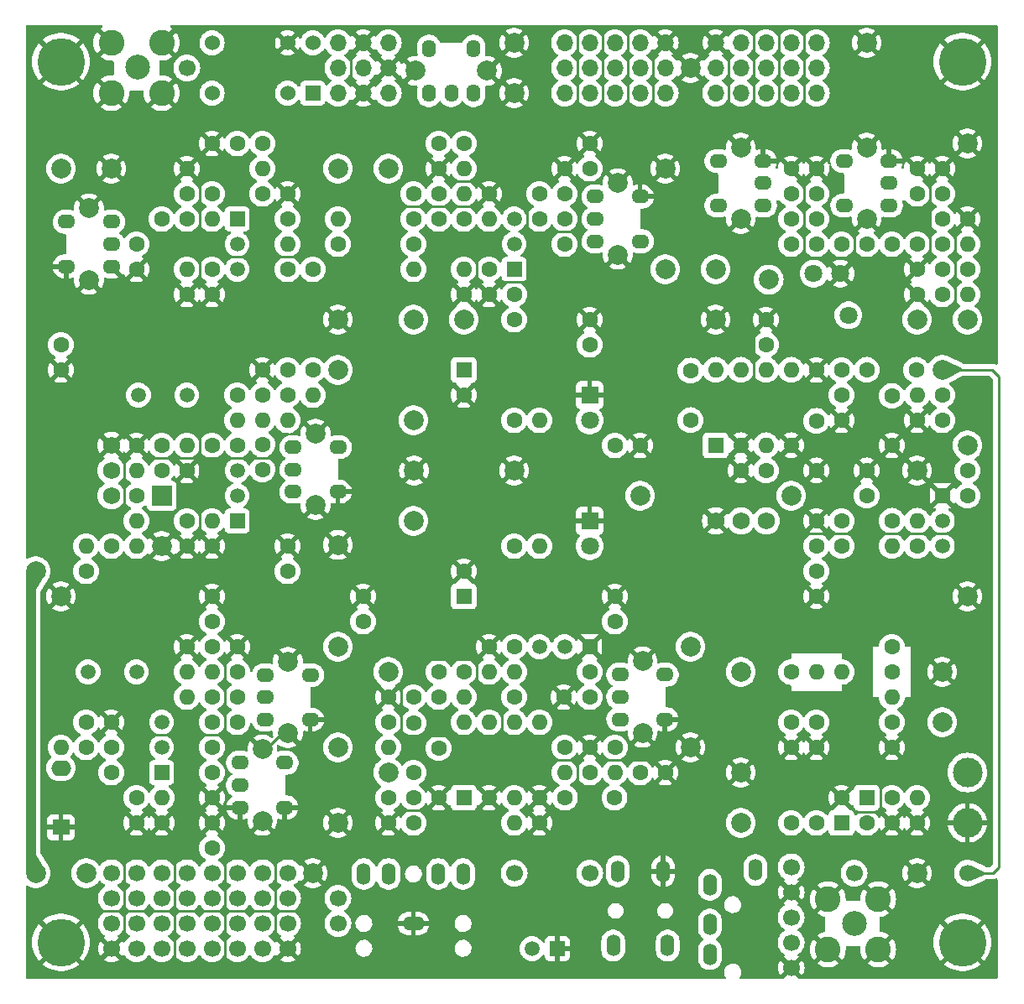
<source format=gbr>
%TF.GenerationSoftware,KiCad,Pcbnew,7.0.2-0*%
%TF.CreationDate,2024-07-29T15:30:35+09:00*%
%TF.ProjectId,am-pcb4,616d2d70-6362-4342-9e6b-696361645f70,rev?*%
%TF.SameCoordinates,Original*%
%TF.FileFunction,Copper,L1,Top*%
%TF.FilePolarity,Positive*%
%FSLAX46Y46*%
G04 Gerber Fmt 4.6, Leading zero omitted, Abs format (unit mm)*
G04 Created by KiCad (PCBNEW 7.0.2-0) date 2024-07-29 15:30:35*
%MOMM*%
%LPD*%
G01*
G04 APERTURE LIST*
%TA.AperFunction,ComponentPad*%
%ADD10O,2.200000X1.400000*%
%TD*%
%TA.AperFunction,ComponentPad*%
%ADD11O,1.400000X2.200000*%
%TD*%
%TA.AperFunction,ComponentPad*%
%ADD12C,1.700000*%
%TD*%
%TA.AperFunction,ComponentPad*%
%ADD13O,1.700000X1.700000*%
%TD*%
%TA.AperFunction,ComponentPad*%
%ADD14R,1.524000X1.524000*%
%TD*%
%TA.AperFunction,ComponentPad*%
%ADD15C,1.524000*%
%TD*%
%TA.AperFunction,ComponentPad*%
%ADD16C,4.800000*%
%TD*%
%TA.AperFunction,ComponentPad*%
%ADD17C,1.600000*%
%TD*%
%TA.AperFunction,ComponentPad*%
%ADD18O,1.600000X1.600000*%
%TD*%
%TA.AperFunction,ComponentPad*%
%ADD19C,2.000000*%
%TD*%
%TA.AperFunction,ComponentPad*%
%ADD20R,1.500000X1.500000*%
%TD*%
%TA.AperFunction,ComponentPad*%
%ADD21C,1.500000*%
%TD*%
%TA.AperFunction,ComponentPad*%
%ADD22R,1.600000X1.600000*%
%TD*%
%TA.AperFunction,ComponentPad*%
%ADD23R,1.800000X1.800000*%
%TD*%
%TA.AperFunction,ComponentPad*%
%ADD24C,1.800000*%
%TD*%
%TA.AperFunction,ComponentPad*%
%ADD25O,1.400000X1.800000*%
%TD*%
%TA.AperFunction,ComponentPad*%
%ADD26C,2.600000*%
%TD*%
%TA.AperFunction,ComponentPad*%
%ADD27C,2.500000*%
%TD*%
%TA.AperFunction,ComponentPad*%
%ADD28R,2.000000X2.000000*%
%TD*%
%TA.AperFunction,ComponentPad*%
%ADD29O,2.000000X2.000000*%
%TD*%
%TA.AperFunction,ComponentPad*%
%ADD30O,1.800000X1.400000*%
%TD*%
%TA.AperFunction,ComponentPad*%
%ADD31C,1.750000*%
%TD*%
%TA.AperFunction,ComponentPad*%
%ADD32O,2.000000X1.600000*%
%TD*%
%TA.AperFunction,ComponentPad*%
%ADD33R,1.800000X1.600000*%
%TD*%
%TA.AperFunction,ComponentPad*%
%ADD34C,3.000000*%
%TD*%
%TA.AperFunction,ViaPad*%
%ADD35C,0.800000*%
%TD*%
%TA.AperFunction,ViaPad*%
%ADD36C,2.000000*%
%TD*%
%TA.AperFunction,Conductor*%
%ADD37C,1.000000*%
%TD*%
%TA.AperFunction,Conductor*%
%ADD38C,0.250000*%
%TD*%
G04 APERTURE END LIST*
D10*
%TO.P,J94,G*%
%TO.N,GND*%
X215900000Y-132080000D03*
D11*
%TO.P,J94,S*%
%TO.N,Net-(J94-PadS)*%
X210900000Y-127080000D03*
%TO.P,J94,SN*%
%TO.N,N/C*%
X213400000Y-127080000D03*
%TO.P,J94,T*%
%TO.N,Net-(J94-PadT)*%
X220900000Y-127080000D03*
%TO.P,J94,TN*%
%TO.N,N/C*%
X218400000Y-127080000D03*
%TD*%
%TO.P,J95,R*%
%TO.N,unconnected-(J95-PadR)*%
X236500000Y-126810000D03*
%TO.P,J95,S*%
%TO.N,GND*%
X241100000Y-126810000D03*
%TO.P,J95,T2*%
%TO.N,N/C*%
X241550000Y-134310000D03*
%TO.P,J95,T*%
%TO.N,Net-(J95-PadT)*%
X236050000Y-134310000D03*
%TD*%
D12*
%TO.P,TP118,1,1*%
%TO.N,GND*%
X254000000Y-128905000D03*
%TD*%
%TO.P,TP119,1,1*%
%TO.N,GND*%
X254000000Y-136525000D03*
%TD*%
%TO.P,TP98,1,1*%
%TO.N,Net-(J93-PadR2)*%
X254000000Y-133985000D03*
%TD*%
D13*
%TO.P,J102,1,Pin_1*%
%TO.N,Net-(J102-Pin_1)*%
X208280000Y-43180000D03*
%TO.P,J102,2,Pin_2*%
%TO.N,Net-(J102-Pin_2)*%
X208280000Y-45720000D03*
%TO.P,J102,3,Pin_3*%
%TO.N,Net-(J102-Pin_3)*%
X208280000Y-48260000D03*
%TO.P,J102,4,Pin_4*%
%TO.N,GND*%
X210820000Y-43180000D03*
%TO.P,J102,5,Pin_5*%
%TO.N,Net-(J102-Pin_2)*%
X210820000Y-45720000D03*
%TO.P,J102,6,Pin_6*%
%TO.N,GND*%
X210820000Y-48260000D03*
%TO.P,J102,7,Pin_7*%
%TO.N,unconnected-(J102-Pin_7-Pad7)*%
X213360000Y-43180000D03*
%TO.P,J102,8,Pin_8*%
%TO.N,GND*%
X213360000Y-45720000D03*
%TO.P,J102,9,Pin_9*%
%TO.N,unconnected-(J102-Pin_9-Pad9)*%
X213360000Y-48260000D03*
%TD*%
D14*
%TO.P,K91,1*%
%TO.N,Net-(J102-Pin_3)*%
X205740000Y-48260000D03*
D15*
%TO.P,K91,2*%
%TO.N,Net-(J102-Pin_1)*%
X205740000Y-43180000D03*
%TO.P,K91,3*%
%TO.N,Net-(J102-Pin_2)*%
X203200000Y-48260000D03*
%TO.P,K91,4*%
%TO.N,GND*%
X203200000Y-43180000D03*
%TO.P,K91,5*%
%TO.N,Net-(J92-S)*%
X195580000Y-48260000D03*
%TO.P,K91,6*%
X195580000Y-43180000D03*
%TD*%
D16*
%TO.P,Z3,1,1*%
%TO.N,GND*%
X180340000Y-133985000D03*
%TD*%
D17*
%TO.P,R23,1*%
%TO.N,GND*%
X193040000Y-86360000D03*
D18*
%TO.P,R23,2*%
%TO.N,Net-(Q21-B)*%
X193040000Y-83820000D03*
%TD*%
D19*
%TO.P,TP71,1,1*%
%TO.N,Net-(C73-Pad1)*%
X213360000Y-106680000D03*
%TD*%
D17*
%TO.P,C8,1*%
%TO.N,+9VA*%
X210820000Y-101600000D03*
%TO.P,C8,2*%
%TO.N,GND*%
X210820000Y-99060000D03*
%TD*%
%TO.P,C54,1*%
%TO.N,Net-(U51-V+)*%
X264160000Y-78820000D03*
%TO.P,C54,2*%
%TO.N,GND*%
X264160000Y-83820000D03*
%TD*%
D19*
%TO.P,TP101,1,1*%
%TO.N,GND*%
X208280000Y-71120000D03*
%TD*%
D17*
%TO.P,C77,1*%
%TO.N,Net-(U71-BYPASS)*%
X218440000Y-114380000D03*
%TO.P,C77,2*%
%TO.N,GND*%
X218440000Y-119380000D03*
%TD*%
%TO.P,L71,1,1*%
%TO.N,Net-(T71-PM)*%
X236220000Y-114300000D03*
D18*
%TO.P,L71,2,2*%
%TO.N,Net-(C75-Pad2)*%
X236220000Y-116840000D03*
%TD*%
D17*
%TO.P,L61,1,1*%
%TO.N,Net-(C68-Pad1)*%
X182880000Y-114300000D03*
D18*
%TO.P,L61,2,2*%
%TO.N,Net-(C69-Pad1)*%
X180340000Y-114300000D03*
%TD*%
D17*
%TO.P,R76,1*%
%TO.N,GND*%
X228600000Y-121920000D03*
D18*
%TO.P,R76,2*%
%TO.N,Net-(U71-+)*%
X226060000Y-121920000D03*
%TD*%
D20*
%TO.P,Q61,1,E*%
%TO.N,Net-(Q61-E)*%
X190500000Y-116840000D03*
D21*
%TO.P,Q61,2,C*%
%TO.N,Net-(Q61-C)*%
X190500000Y-114300000D03*
%TO.P,Q61,3,B*%
%TO.N,Net-(Q61-B)*%
X190500000Y-111760000D03*
%TD*%
D19*
%TO.P,TP86,1,1*%
%TO.N,Net-(C85-Pad1)*%
X248920000Y-121920000D03*
%TD*%
D17*
%TO.P,C16,1*%
%TO.N,Net-(Q11-S)*%
X195580000Y-66040000D03*
%TO.P,C16,2*%
%TO.N,GND*%
X195580000Y-68580000D03*
%TD*%
D12*
%TO.P,J104,1,Pin_1*%
%TO.N,GND*%
X185420000Y-134620000D03*
%TO.P,J104,2,Pin_2*%
%TO.N,unconnected-(J104-Pin_2-Pad2)*%
X187960000Y-134620000D03*
%TO.P,J104,3,Pin_3*%
%TO.N,unconnected-(J104-Pin_3-Pad3)*%
X190500000Y-134620000D03*
%TO.P,J104,4,Pin_4*%
%TO.N,unconnected-(J104-Pin_4-Pad4)*%
X193040000Y-134620000D03*
%TO.P,J104,5,Pin_5*%
%TO.N,unconnected-(J104-Pin_5-Pad5)*%
X195580000Y-134620000D03*
%TO.P,J104,6,Pin_6*%
%TO.N,unconnected-(J104-Pin_6-Pad6)*%
X198120000Y-134620000D03*
%TO.P,J104,7,Pin_7*%
%TO.N,unconnected-(J104-Pin_7-Pad7)*%
X200660000Y-134620000D03*
%TO.P,J104,8,Pin_8*%
%TO.N,GND*%
X203200000Y-134620000D03*
%TO.P,J104,9,Pin_9*%
%TO.N,unconnected-(J104-Pin_9-Pad9)*%
X185420000Y-132080000D03*
%TO.P,J104,10,Pin_10*%
%TO.N,unconnected-(J104-Pin_10-Pad10)*%
X187960000Y-132080000D03*
%TO.P,J104,11,Pin_11*%
%TO.N,unconnected-(J104-Pin_11-Pad11)*%
X190500000Y-132080000D03*
%TO.P,J104,12,Pin_12*%
%TO.N,unconnected-(J104-Pin_12-Pad12)*%
X193040000Y-132080000D03*
%TO.P,J104,13,Pin_13*%
%TO.N,unconnected-(J104-Pin_13-Pad13)*%
X195580000Y-132080000D03*
%TO.P,J104,14,Pin_14*%
%TO.N,unconnected-(J104-Pin_14-Pad14)*%
X198120000Y-132080000D03*
%TO.P,J104,15,Pin_15*%
%TO.N,unconnected-(J104-Pin_15-Pad15)*%
X200660000Y-132080000D03*
%TO.P,J104,16,Pin_16*%
%TO.N,unconnected-(J104-Pin_16-Pad16)*%
X203200000Y-132080000D03*
%TO.P,J104,17,Pin_17*%
%TO.N,unconnected-(J104-Pin_17-Pad17)*%
X185420000Y-129540000D03*
%TO.P,J104,18,Pin_18*%
%TO.N,unconnected-(J104-Pin_18-Pad18)*%
X187960000Y-129540000D03*
%TO.P,J104,19,Pin_19*%
%TO.N,unconnected-(J104-Pin_19-Pad19)*%
X190540000Y-129540000D03*
%TO.P,J104,20,Pin_20*%
%TO.N,unconnected-(J104-Pin_20-Pad20)*%
X193040000Y-129540000D03*
%TO.P,J104,21,Pin_21*%
%TO.N,unconnected-(J104-Pin_21-Pad21)*%
X195580000Y-129540000D03*
%TO.P,J104,22,Pin_22*%
%TO.N,unconnected-(J104-Pin_22-Pad22)*%
X198120000Y-129540000D03*
%TO.P,J104,23,Pin_23*%
%TO.N,unconnected-(J104-Pin_23-Pad23)*%
X200660000Y-129540000D03*
%TO.P,J104,24,Pin_24*%
%TO.N,unconnected-(J104-Pin_24-Pad24)*%
X203200000Y-129540000D03*
%TO.P,J104,25,Pin_25*%
%TO.N,unconnected-(J104-Pin_25-Pad25)*%
X185420000Y-126960000D03*
%TO.P,J104,26,Pin_26*%
%TO.N,unconnected-(J104-Pin_26-Pad26)*%
X187960000Y-126960000D03*
%TO.P,J104,27,Pin_27*%
%TO.N,unconnected-(J104-Pin_27-Pad27)*%
X190540000Y-126960000D03*
%TO.P,J104,28,Pin_28*%
%TO.N,unconnected-(J104-Pin_28-Pad28)*%
X193040000Y-126960000D03*
%TO.P,J104,29,Pin_29*%
%TO.N,unconnected-(J104-Pin_29-Pad29)*%
X195580000Y-126960000D03*
%TO.P,J104,30,Pin_30*%
%TO.N,unconnected-(J104-Pin_30-Pad30)*%
X198120000Y-126960000D03*
%TO.P,J104,31,Pin_31*%
%TO.N,unconnected-(J104-Pin_31-Pad31)*%
X200660000Y-126960000D03*
%TO.P,J104,32,Pin_32*%
%TO.N,unconnected-(J104-Pin_32-Pad32)*%
X203200000Y-126960000D03*
%TD*%
D22*
%TO.P,U71,1,GAIN*%
%TO.N,Net-(C81-Pad1)*%
X220990000Y-119380000D03*
D18*
%TO.P,U71,2,-*%
%TO.N,GND*%
X223530000Y-119380000D03*
%TO.P,U71,3,+*%
%TO.N,Net-(U71-+)*%
X226070000Y-119380000D03*
%TO.P,U71,4,GND*%
%TO.N,GND*%
X228610000Y-119380000D03*
%TO.P,U71,5*%
%TO.N,Net-(C75-Pad1)*%
X228610000Y-111760000D03*
%TO.P,U71,6,V+*%
%TO.N,Net-(U71-V+)*%
X226070000Y-111760000D03*
%TO.P,U71,7,BYPASS*%
%TO.N,Net-(U71-BYPASS)*%
X223530000Y-111760000D03*
%TO.P,U71,8,GAIN*%
%TO.N,Net-(C81-Pad2)*%
X220990000Y-111760000D03*
%TD*%
D19*
%TO.P,TP62,1,1*%
%TO.N,Net-(T62-S2)*%
X208280000Y-114300000D03*
%TD*%
D23*
%TO.P,D92,1,K*%
%TO.N,GND*%
X233680000Y-91440000D03*
D24*
%TO.P,D92,2,A*%
%TO.N,Net-(D92-A)*%
X233680000Y-93980000D03*
%TD*%
D12*
%TO.P,TP91,1,1*%
%TO.N,Net-(J92-S)*%
X193040000Y-45720000D03*
%TD*%
D19*
%TO.P,TP112,1,1*%
%TO.N,GND*%
X226060000Y-48260000D03*
%TD*%
D12*
%TO.P,TP94,1,1*%
%TO.N,Net-(J95-PadT)*%
X233680000Y-127000000D03*
%TD*%
D25*
%TO.P,T91,1,PR1*%
%TO.N,unconnected-(T91-PR1-Pad1)*%
X217460000Y-48260000D03*
%TO.P,T91,2,PM*%
%TO.N,unconnected-(T91-PM-Pad2)*%
X219710000Y-48260000D03*
%TO.P,T91,3,PR2*%
%TO.N,unconnected-(T91-PR2-Pad3)*%
X221960000Y-48260000D03*
%TO.P,T91,4,S1*%
%TO.N,unconnected-(T91-S1-Pad4)*%
X221960000Y-43760000D03*
%TO.P,T91,5,S2*%
%TO.N,unconnected-(T91-S2-Pad5)*%
X217460000Y-43760000D03*
D19*
%TO.P,T91,6,G1*%
%TO.N,GND*%
X216110000Y-46010000D03*
%TO.P,T91,7,G2*%
X223310000Y-46010000D03*
%TD*%
%TO.P,TP31,1,1*%
%TO.N,Net-(R35-Pad2)*%
X215900000Y-71120000D03*
%TD*%
D17*
%TO.P,R33,1*%
%TO.N,GND*%
X223520000Y-58420000D03*
D18*
%TO.P,R33,2*%
%TO.N,Net-(Q31-B)*%
X223520000Y-60960000D03*
%TD*%
D13*
%TO.P,J103,1,Pin_1*%
%TO.N,unconnected-(J103-Pin_1-Pad1)*%
X246380000Y-48260000D03*
%TO.P,J103,2,Pin_2*%
%TO.N,unconnected-(J103-Pin_2-Pad2)*%
X248920000Y-48260000D03*
%TO.P,J103,3,Pin_3*%
%TO.N,unconnected-(J103-Pin_3-Pad3)*%
X251460000Y-48260000D03*
%TO.P,J103,4,Pin_4*%
%TO.N,unconnected-(J103-Pin_4-Pad4)*%
X254000000Y-48260000D03*
%TO.P,J103,5,Pin_5*%
%TO.N,unconnected-(J103-Pin_5-Pad5)*%
X256540000Y-48260000D03*
%TO.P,J103,6,Pin_6*%
%TO.N,unconnected-(J103-Pin_6-Pad6)*%
X246380000Y-45720000D03*
%TO.P,J103,7,Pin_7*%
%TO.N,unconnected-(J103-Pin_7-Pad7)*%
X248920000Y-45720000D03*
%TO.P,J103,8,Pin_8*%
%TO.N,unconnected-(J103-Pin_8-Pad8)*%
X251460000Y-45720000D03*
%TO.P,J103,9,Pin_9*%
%TO.N,unconnected-(J103-Pin_9-Pad9)*%
X254000000Y-45720000D03*
%TO.P,J103,10,Pin_10*%
%TO.N,unconnected-(J103-Pin_10-Pad10)*%
X256540000Y-45720000D03*
%TO.P,J103,11,Pin_11*%
%TO.N,GND*%
X246380000Y-43180000D03*
%TO.P,J103,12,Pin_12*%
%TO.N,unconnected-(J103-Pin_12-Pad12)*%
X248920000Y-43180000D03*
%TO.P,J103,13,Pin_13*%
%TO.N,unconnected-(J103-Pin_13-Pad13)*%
X251460000Y-43180000D03*
%TO.P,J103,14,Pin_14*%
%TO.N,unconnected-(J103-Pin_14-Pad14)*%
X254000000Y-43180000D03*
%TO.P,J103,15,Pin_15*%
%TO.N,unconnected-(J103-Pin_15-Pad15)*%
X256540000Y-43180000D03*
%TD*%
D17*
%TO.P,C76,1*%
%TO.N,Net-(U71-V+)*%
X226060000Y-109220000D03*
%TO.P,C76,2*%
%TO.N,GND*%
X231060000Y-109220000D03*
%TD*%
%TO.P,C21,1*%
%TO.N,+9V*%
X180340000Y-73660000D03*
%TO.P,C21,2*%
%TO.N,GND*%
X180340000Y-76200000D03*
%TD*%
%TO.P,C35,1*%
%TO.N,Net-(T31-PR1)*%
X228600000Y-58420000D03*
%TO.P,C35,2*%
%TO.N,Net-(Q31-C)*%
X228600000Y-60960000D03*
%TD*%
%TO.P,C95,1*%
%TO.N,Net-(C41-Pad1)*%
X254000000Y-60960000D03*
%TO.P,C95,2*%
%TO.N,Net-(T41-PR1)*%
X256540000Y-60960000D03*
%TD*%
D19*
%TO.P,TP116,1,1*%
%TO.N,GND*%
X226060000Y-43180000D03*
%TD*%
D17*
%TO.P,R12,1*%
%TO.N,Net-(C13-Pad1)*%
X208280000Y-63500000D03*
D18*
%TO.P,R12,2*%
%TO.N,Net-(R12-Pad2)*%
X208280000Y-60960000D03*
%TD*%
D17*
%TO.P,C86,1*%
%TO.N,Net-(D81-K)*%
X264160000Y-119380000D03*
%TO.P,C86,2*%
%TO.N,GND*%
X264160000Y-121920000D03*
%TD*%
%TO.P,C55,1*%
%TO.N,Net-(C55-Pad1)*%
X271790000Y-86350000D03*
%TO.P,C55,2*%
%TO.N,Net-(IC51-IN)*%
X271790000Y-88890000D03*
%TD*%
%TO.P,C51,1*%
%TO.N,Net-(C51-Pad1)*%
X243850000Y-81270000D03*
%TO.P,C51,2*%
%TO.N,Net-(C51-Pad2)*%
X243850000Y-76270000D03*
%TD*%
%TO.P,R29,1*%
%TO.N,Net-(C22-Pad2)*%
X200660000Y-78740000D03*
D18*
%TO.P,R29,2*%
%TO.N,Net-(T21-PM)*%
X200660000Y-81280000D03*
%TD*%
D12*
%TO.P,TP95,1,1*%
%TO.N,Net-(J94-PadS)*%
X208280000Y-129540000D03*
%TD*%
D17*
%TO.P,C23,1*%
%TO.N,Net-(T21-PR1)*%
X200660000Y-83707717D03*
%TO.P,C23,2*%
%TO.N,Net-(Q21-C)*%
X200660000Y-86247717D03*
%TD*%
D19*
%TO.P,TP115,1,1*%
%TO.N,GND*%
X208280000Y-121920000D03*
%TD*%
D17*
%TO.P,R71,1*%
%TO.N,+9VA*%
X226060000Y-104140000D03*
D18*
%TO.P,R71,2*%
%TO.N,Net-(Q71-B)*%
X226060000Y-106680000D03*
%TD*%
%TO.P,L22,1,1*%
%TO.N,Net-(L22-Pad1)*%
X187960000Y-91440000D03*
D17*
%TO.P,L22,2,2*%
%TO.N,Net-(D21-K)*%
X187960000Y-88900000D03*
%TD*%
%TO.P,R11,1*%
%TO.N,+9V*%
X200660000Y-53340000D03*
D18*
%TO.P,R11,2*%
%TO.N,Net-(C12-Pad1)*%
X200660000Y-55880000D03*
%TD*%
D12*
%TO.P,TP99,1,1*%
%TO.N,Net-(J93-PadT)*%
X254000000Y-131445000D03*
%TD*%
D19*
%TO.P,TP2,1,1*%
%TO.N,+9V*%
X177800000Y-127000000D03*
%TD*%
D17*
%TO.P,R75,1*%
%TO.N,+9VA*%
X213360000Y-111760000D03*
D18*
%TO.P,R75,2*%
%TO.N,Net-(C78-Pad1)*%
X213360000Y-114300000D03*
%TD*%
D19*
%TO.P,TP74,1,1*%
%TO.N,Net-(T71-S2)*%
X243841000Y-104140000D03*
%TD*%
D16*
%TO.P,Z1,1,1*%
%TO.N,GND*%
X271272000Y-45085000D03*
%TD*%
D17*
%TO.P,C34,1*%
%TO.N,Net-(T31-PR1)*%
X231140000Y-60960000D03*
%TO.P,C34,2*%
%TO.N,Net-(Q31-C)*%
X231140000Y-63500000D03*
%TD*%
%TO.P,R63,1*%
%TO.N,GND*%
X193040000Y-104140000D03*
D18*
%TO.P,R63,2*%
%TO.N,Net-(Q61-B)*%
X193040000Y-106680000D03*
%TD*%
D19*
%TO.P,TP106,1,1*%
%TO.N,GND*%
X271780000Y-99060000D03*
%TD*%
D17*
%TO.P,C67,1*%
%TO.N,Net-(Q61-E)*%
X187960000Y-119380000D03*
%TO.P,C67,2*%
%TO.N,GND*%
X187960000Y-121920000D03*
%TD*%
%TO.P,R64,1*%
%TO.N,GND*%
X190500000Y-121920000D03*
D18*
%TO.P,R64,2*%
%TO.N,Net-(Q61-E)*%
X190500000Y-119380000D03*
%TD*%
D17*
%TO.P,C93,1*%
%TO.N,Net-(C93-Pad1)*%
X261620000Y-88890000D03*
%TO.P,C93,2*%
%TO.N,GND*%
X261620000Y-86350000D03*
%TD*%
D20*
%TO.P,Q11,1,G*%
%TO.N,Net-(Q11-G)*%
X198120000Y-60960000D03*
D21*
%TO.P,Q11,2,S*%
%TO.N,Net-(Q11-S)*%
X198120000Y-63500000D03*
%TO.P,Q11,3,D*%
%TO.N,Net-(Q11-D)*%
X198120000Y-66040000D03*
%TD*%
D17*
%TO.P,C71,1*%
%TO.N,GND*%
X213360000Y-109220000D03*
%TO.P,C71,2*%
%TO.N,+9VA*%
X215900000Y-109220000D03*
%TD*%
D19*
%TO.P,TP3,1,1*%
%TO.N,+9V*%
X215900000Y-81280000D03*
%TD*%
D17*
%TO.P,C44,1*%
%TO.N,Net-(C44-Pad1)*%
X269240000Y-68580000D03*
%TO.P,C44,2*%
%TO.N,GND*%
X266700000Y-68580000D03*
%TD*%
%TO.P,C52,1*%
%TO.N,GND*%
X248930000Y-86350000D03*
%TO.P,C52,2*%
%TO.N,Net-(U51-+)*%
X251470000Y-86350000D03*
%TD*%
D19*
%TO.P,TP5,1,1*%
%TO.N,+9VA*%
X182880000Y-127000000D03*
%TD*%
D17*
%TO.P,C22,1*%
%TO.N,GND*%
X200660000Y-76200000D03*
%TO.P,C22,2*%
%TO.N,Net-(C22-Pad2)*%
X203200000Y-76200000D03*
%TD*%
D20*
%TO.P,U91,1,-*%
%TO.N,GND*%
X230410000Y-134620000D03*
D21*
%TO.P,U91,2,+*%
%TO.N,Net-(U91-+)*%
X227870000Y-134620000D03*
%TD*%
D17*
%TO.P,R21,1*%
%TO.N,+9V*%
X205740000Y-76200000D03*
D18*
%TO.P,R21,2*%
%TO.N,Net-(C22-Pad2)*%
X205740000Y-78740000D03*
%TD*%
D17*
%TO.P,C72,1*%
%TO.N,Net-(Q71-C)*%
X233680000Y-106680000D03*
%TO.P,C72,2*%
%TO.N,Net-(T71-PR2)*%
X233680000Y-109220000D03*
%TD*%
%TO.P,R52,1*%
%TO.N,+9V*%
X269240000Y-78740000D03*
D18*
%TO.P,R52,2*%
%TO.N,Net-(U51-V+)*%
X266700000Y-78740000D03*
%TD*%
D17*
%TO.P,C59,1*%
%TO.N,Net-(C59-Pad1)*%
X261620000Y-76190000D03*
%TO.P,C59,2*%
%TO.N,Net-(C59-Pad2)*%
X266620000Y-76190000D03*
%TD*%
D26*
%TO.P,J91,1,G*%
%TO.N,GND*%
X257710000Y-129616000D03*
X257710000Y-134696000D03*
X262790000Y-129616000D03*
X262790000Y-134696000D03*
D27*
%TO.P,J91,2,S*%
%TO.N,Net-(J91-S)*%
X260350000Y-132081000D03*
%TD*%
D17*
%TO.P,R35,1*%
%TO.N,Net-(C37-Pad1)*%
X215900000Y-63500000D03*
D18*
%TO.P,R35,2*%
%TO.N,Net-(R35-Pad2)*%
X215900000Y-66040000D03*
%TD*%
D19*
%TO.P,TP114,1,1*%
%TO.N,GND*%
X243840000Y-45720000D03*
%TD*%
D17*
%TO.P,C38,1*%
%TO.N,Net-(Q31-E)*%
X226060000Y-68580000D03*
%TO.P,C38,2*%
%TO.N,Net-(C38-Pad2)*%
X226060000Y-71120000D03*
%TD*%
D28*
%TO.P,D21,1,K*%
%TO.N,Net-(D21-K)*%
X190500000Y-88900000D03*
D29*
%TO.P,D21,2,A*%
%TO.N,GND*%
X190500000Y-93980000D03*
%TD*%
D19*
%TO.P,TP57,1,1*%
%TO.N,Net-(C59-Pad2)*%
X269240000Y-76190000D03*
%TD*%
D21*
%TO.P,X61,1,1*%
%TO.N,Net-(C68-Pad1)*%
X183080000Y-106680000D03*
%TO.P,X61,2,2*%
%TO.N,Net-(Q61-B)*%
X187960000Y-106680000D03*
%TD*%
D19*
%TO.P,TP59,1,1*%
%TO.N,GND*%
X266700000Y-86360000D03*
%TD*%
%TO.P,TP109,1,1*%
%TO.N,GND*%
X180340000Y-99060000D03*
%TD*%
D17*
%TO.P,C85,1*%
%TO.N,Net-(C85-Pad1)*%
X254000000Y-121920000D03*
%TO.P,C85,2*%
%TO.N,Net-(D81-A)*%
X256540000Y-121920000D03*
%TD*%
D19*
%TO.P,TP55,1,1*%
%TO.N,Net-(C55-Pad1)*%
X271790000Y-83810000D03*
%TD*%
D17*
%TO.P,C83,1*%
%TO.N,Net-(C83-Pad1)*%
X256540000Y-111760000D03*
%TO.P,C83,2*%
%TO.N,GND*%
X256540000Y-114300000D03*
%TD*%
%TO.P,R51,1*%
%TO.N,Net-(C93-Pad1)*%
X264170000Y-91430000D03*
D18*
%TO.P,R51,2*%
%TO.N,Net-(IC51-OUT)*%
X264170000Y-93970000D03*
%TD*%
D17*
%TO.P,R28,1*%
%TO.N,Net-(C22-Pad2)*%
X203200000Y-78740000D03*
D18*
%TO.P,R28,2*%
%TO.N,Net-(T21-PR1)*%
X203200000Y-81280000D03*
%TD*%
D17*
%TO.P,R81,1*%
%TO.N,GND*%
X266700000Y-121920000D03*
D18*
%TO.P,R81,2*%
%TO.N,Net-(D81-K)*%
X266700000Y-119380000D03*
%TD*%
D21*
%TO.P,X21,1,1*%
%TO.N,Net-(C26-Pad1)*%
X188160000Y-78740000D03*
%TO.P,X21,2,2*%
%TO.N,Net-(Q21-B)*%
X193040000Y-78740000D03*
%TD*%
D17*
%TO.P,R74,1*%
%TO.N,+9VA*%
X218440000Y-109220000D03*
D18*
%TO.P,R74,2*%
%TO.N,Net-(U71-V+)*%
X220980000Y-109220000D03*
%TD*%
D17*
%TO.P,C64,1*%
%TO.N,Net-(Q61-C)*%
X195580000Y-111760000D03*
%TO.P,C64,2*%
%TO.N,Net-(T62-PR1)*%
X195580000Y-114300000D03*
%TD*%
D19*
%TO.P,TP21,1,1*%
%TO.N,Net-(T21-S2)*%
X208280000Y-76200000D03*
%TD*%
D17*
%TO.P,L11,1,1*%
%TO.N,Net-(C12-Pad1)*%
X203200000Y-60960000D03*
D18*
%TO.P,L11,2,2*%
%TO.N,Net-(Q11-D)*%
X203200000Y-63500000D03*
%TD*%
D30*
%TO.P,T21,1,PR1*%
%TO.N,Net-(T21-PR1)*%
X203780000Y-83997717D03*
%TO.P,T21,2,PM*%
%TO.N,Net-(T21-PM)*%
X203780000Y-86247717D03*
%TO.P,T21,3,PR2*%
%TO.N,Net-(Q21-C)*%
X203780000Y-88497717D03*
%TO.P,T21,4,S1*%
%TO.N,GND*%
X208280000Y-88497717D03*
%TO.P,T21,5,S2*%
%TO.N,Net-(T21-S2)*%
X208280000Y-83997717D03*
D19*
%TO.P,T21,6,G1*%
%TO.N,GND*%
X206030000Y-82647717D03*
%TO.P,T21,7,G2*%
X206030000Y-89847717D03*
%TD*%
D17*
%TO.P,C80,1*%
%TO.N,Net-(C75-Pad1)*%
X231140000Y-114300000D03*
%TO.P,C80,2*%
%TO.N,GND*%
X233680000Y-114300000D03*
%TD*%
%TO.P,C63,1*%
%TO.N,Net-(T61-PR1)*%
X198120000Y-109220000D03*
%TO.P,C63,2*%
%TO.N,Net-(Q61-C)*%
X198120000Y-111760000D03*
%TD*%
D19*
%TO.P,TP52,1,1*%
%TO.N,Net-(D91-A)*%
X238760000Y-88900000D03*
%TD*%
D17*
%TO.P,C7,1*%
%TO.N,+9VA*%
X195580000Y-124460000D03*
%TO.P,C7,2*%
%TO.N,GND*%
X195580000Y-121920000D03*
%TD*%
%TO.P,C39,1*%
%TO.N,Net-(Q31-E)*%
X223520000Y-66040000D03*
%TO.P,C39,2*%
%TO.N,GND*%
X223520000Y-68580000D03*
%TD*%
%TO.P,C84,1*%
%TO.N,Net-(C84-Pad1)*%
X264160000Y-111760000D03*
%TO.P,C84,2*%
%TO.N,GND*%
X264160000Y-114300000D03*
%TD*%
D20*
%TO.P,Q21,1,E*%
%TO.N,Net-(Q21-E)*%
X198120000Y-91440000D03*
D21*
%TO.P,Q21,2,C*%
%TO.N,Net-(Q21-C)*%
X198120000Y-88900000D03*
%TO.P,Q21,3,B*%
%TO.N,Net-(Q21-B)*%
X198120000Y-86360000D03*
%TD*%
D24*
%TO.P,U41,1,IN*%
%TO.N,Net-(U41-IN)*%
X256278400Y-66471800D03*
%TO.P,U41,2,GND*%
%TO.N,GND*%
X258978400Y-66471800D03*
%TO.P,U41,3,OUT*%
%TO.N,Net-(U41-OUT)*%
X259778400Y-70671800D03*
%TD*%
D19*
%TO.P,TP102,1,1*%
%TO.N,GND*%
X241300000Y-55880000D03*
%TD*%
%TO.P,TP42,1,1*%
%TO.N,Net-(U41-OUT)*%
X266700000Y-71120000D03*
%TD*%
D17*
%TO.P,C3,1*%
%TO.N,+9V*%
X233680000Y-73660000D03*
%TO.P,C3,2*%
%TO.N,GND*%
X233680000Y-71120000D03*
%TD*%
%TO.P,C9,1*%
%TO.N,+9VA*%
X236220000Y-101600000D03*
%TO.P,C9,2*%
%TO.N,GND*%
X236220000Y-99060000D03*
%TD*%
%TO.P,C65,1*%
%TO.N,Net-(Q61-B)*%
X185420000Y-114300000D03*
%TO.P,C65,2*%
%TO.N,Net-(Q61-E)*%
X185420000Y-116840000D03*
%TD*%
D12*
%TO.P,TP56,1,1*%
%TO.N,Net-(C59-Pad2)*%
X271780000Y-127000000D03*
%TD*%
D19*
%TO.P,TP11,1,1*%
%TO.N,Net-(T11-S2)*%
X180340000Y-55880000D03*
%TD*%
D18*
%TO.P,R32,1*%
%TO.N,Net-(T31-PM)*%
X220980000Y-58420000D03*
D17*
%TO.P,R32,2*%
%TO.N,Net-(Q31-B)*%
X220980000Y-60960000D03*
%TD*%
%TO.P,C13,1*%
%TO.N,Net-(C13-Pad1)*%
X205740000Y-66040000D03*
%TO.P,C13,2*%
%TO.N,Net-(Q11-D)*%
X203200000Y-66040000D03*
%TD*%
%TO.P,C75,1*%
%TO.N,Net-(C75-Pad1)*%
X231180000Y-119380000D03*
%TO.P,C75,2*%
%TO.N,Net-(C75-Pad2)*%
X236180000Y-119380000D03*
%TD*%
%TO.P,R53,1*%
%TO.N,Net-(IC51-OUT)*%
X266710000Y-93970000D03*
D18*
%TO.P,R53,2*%
%TO.N,Net-(IC51-IN)*%
X266710000Y-91430000D03*
%TD*%
D23*
%TO.P,D91,1,K*%
%TO.N,GND*%
X233680000Y-78740000D03*
D24*
%TO.P,D91,2,A*%
%TO.N,Net-(D91-A)*%
X233680000Y-81280000D03*
%TD*%
D30*
%TO.P,T62,1,PR1*%
%TO.N,Net-(T62-PR1)*%
X198410000Y-115860000D03*
%TO.P,T62,2,PM*%
%TO.N,unconnected-(T62-PM-Pad2)*%
X198410000Y-118110000D03*
%TO.P,T62,3,PR2*%
%TO.N,GND*%
X198410000Y-120360000D03*
%TO.P,T62,4,S1*%
X202910000Y-120360000D03*
%TO.P,T62,5,S2*%
%TO.N,Net-(T62-S2)*%
X202910000Y-115860000D03*
D19*
%TO.P,T62,6,G1*%
%TO.N,GND*%
X200660000Y-114510000D03*
%TO.P,T62,7,G2*%
X200660000Y-121710000D03*
%TD*%
D17*
%TO.P,,1,1*%
%TO.N,Net-(C83-Pad1)*%
X264160000Y-104140000D03*
%TD*%
%TO.P,C37,1*%
%TO.N,Net-(C37-Pad1)*%
X215900000Y-60960000D03*
%TO.P,C37,2*%
%TO.N,Net-(Q31-B)*%
X218440000Y-60960000D03*
%TD*%
%TO.P,R15,1*%
%TO.N,GND*%
X193040000Y-68580000D03*
D18*
%TO.P,R15,2*%
%TO.N,Net-(Q11-S)*%
X193040000Y-66040000D03*
%TD*%
D17*
%TO.P,R26,1*%
%TO.N,Net-(R25-Pad2)*%
X185420000Y-93980000D03*
D18*
%TO.P,R26,2*%
%TO.N,Net-(L22-Pad1)*%
X187960000Y-93980000D03*
%TD*%
D31*
%TO.P,R54,1,1*%
%TO.N,GND*%
X246390000Y-91430000D03*
%TO.P,R54,2,2*%
%TO.N,Net-(U51-+)*%
X248930000Y-91430000D03*
%TO.P,R54,3,3*%
%TO.N,Net-(C56-Pad2)*%
X251470000Y-91430000D03*
%TD*%
D19*
%TO.P,TP51,1,1*%
%TO.N,Net-(C93-Pad1)*%
X254000000Y-88900000D03*
%TD*%
D20*
%TO.P,Q31,1,E*%
%TO.N,Net-(Q31-E)*%
X226060000Y-66040000D03*
D21*
%TO.P,Q31,2,C*%
%TO.N,Net-(Q31-C)*%
X226060000Y-63500000D03*
%TO.P,Q31,3,B*%
%TO.N,Net-(Q31-B)*%
X226060000Y-60960000D03*
%TD*%
D19*
%TO.P,TP41,1,1*%
%TO.N,Net-(U41-IN)*%
X251735000Y-67085000D03*
%TD*%
D26*
%TO.P,J92,1,G*%
%TO.N,GND*%
X185420000Y-43180000D03*
X185420000Y-48260000D03*
X190500000Y-43180000D03*
X190500000Y-48260000D03*
D27*
%TO.P,J92,2,S*%
%TO.N,Net-(J92-S)*%
X188060000Y-45645000D03*
%TD*%
D17*
%TO.P,C78,1*%
%TO.N,Net-(C78-Pad1)*%
X213360000Y-119380000D03*
%TO.P,C78,2*%
%TO.N,Net-(U71-+)*%
X215900000Y-119380000D03*
%TD*%
D19*
%TO.P,TP4,1,1*%
%TO.N,+9VA*%
X215900000Y-91440000D03*
%TD*%
D17*
%TO.P,R14,1*%
%TO.N,Net-(Q11-G)*%
X193040000Y-58420000D03*
D18*
%TO.P,R14,2*%
%TO.N,GND*%
X193040000Y-55880000D03*
%TD*%
D22*
%TO.P,C1,1*%
%TO.N,+9V*%
X220980000Y-76200000D03*
D17*
%TO.P,C1,2*%
%TO.N,GND*%
X220980000Y-78740000D03*
%TD*%
%TO.P,R34,1*%
%TO.N,GND*%
X220980000Y-68580000D03*
D18*
%TO.P,R34,2*%
%TO.N,Net-(Q31-E)*%
X220980000Y-66040000D03*
%TD*%
D17*
%TO.P,C91,1*%
%TO.N,Net-(D91-A)*%
X236220000Y-83820000D03*
%TO.P,C91,2*%
%TO.N,GND*%
X238760000Y-83820000D03*
%TD*%
%TO.P,C94,1*%
%TO.N,Net-(C41-Pad2)*%
X266700000Y-63500000D03*
%TO.P,C94,2*%
%TO.N,Net-(T42-PR1)*%
X264160000Y-63500000D03*
%TD*%
%TO.P,C43,1*%
%TO.N,Net-(C43-Pad1)*%
X269240000Y-66040000D03*
%TO.P,C43,2*%
%TO.N,GND*%
X266700000Y-66040000D03*
%TD*%
%TO.P,C12,1*%
%TO.N,Net-(C12-Pad1)*%
X200660000Y-58420000D03*
%TO.P,C12,2*%
%TO.N,GND*%
X203200000Y-58420000D03*
%TD*%
D20*
%TO.P,IC51,1,GND*%
%TO.N,GND*%
X269250000Y-88890000D03*
D21*
%TO.P,IC51,2,IN*%
%TO.N,Net-(IC51-IN)*%
X269250000Y-91430000D03*
%TO.P,IC51,3,OUT*%
%TO.N,Net-(IC51-OUT)*%
X269250000Y-93970000D03*
%TD*%
D22*
%TO.P,D82,1,K*%
%TO.N,Net-(D81-A)*%
X259080000Y-121920000D03*
D17*
%TO.P,D82,2,A*%
%TO.N,GND*%
X259080000Y-119380000D03*
%TD*%
%TO.P,C92,1*%
%TO.N,+9V*%
X269240000Y-81280000D03*
%TO.P,C92,2*%
%TO.N,GND*%
X266700000Y-81280000D03*
%TD*%
%TO.P,R91,1*%
%TO.N,+9V*%
X226060000Y-81280000D03*
D18*
%TO.P,R91,2*%
%TO.N,Net-(D91-A)*%
X228600000Y-81280000D03*
%TD*%
D17*
%TO.P,R73,1*%
%TO.N,Net-(C75-Pad2)*%
X233680000Y-116840000D03*
D18*
%TO.P,R73,2*%
%TO.N,Net-(C75-Pad1)*%
X231140000Y-116840000D03*
%TD*%
D17*
%TO.P,L21,1,1*%
%TO.N,Net-(C26-Pad1)*%
X190500000Y-86360000D03*
D18*
%TO.P,L21,2,2*%
%TO.N,Net-(D21-K)*%
X187960000Y-86360000D03*
%TD*%
D17*
%TO.P,C5,1*%
%TO.N,+9V*%
X203200000Y-96520000D03*
%TO.P,C5,2*%
%TO.N,GND*%
X203200000Y-93980000D03*
%TD*%
%TO.P,C4,1*%
%TO.N,+9V*%
X256550000Y-96510000D03*
%TO.P,C4,2*%
%TO.N,GND*%
X256550000Y-99050000D03*
%TD*%
D22*
%TO.P,D81,1,K*%
%TO.N,Net-(D81-K)*%
X261620000Y-119380000D03*
D17*
%TO.P,D81,2,A*%
%TO.N,Net-(D81-A)*%
X261620000Y-121920000D03*
%TD*%
D19*
%TO.P,TP61,1,1*%
%TO.N,Net-(T61-S2)*%
X208280000Y-104140000D03*
%TD*%
D17*
%TO.P,R61,1*%
%TO.N,+9VA*%
X195580000Y-104140000D03*
D18*
%TO.P,R61,2*%
%TO.N,Net-(T61-PM)*%
X195580000Y-106680000D03*
%TD*%
D19*
%TO.P,TP73,1,1*%
%TO.N,Net-(C78-Pad1)*%
X213360000Y-116840000D03*
%TD*%
D22*
%TO.P,C2,1*%
%TO.N,+9VA*%
X220980000Y-99060000D03*
D17*
%TO.P,C2,2*%
%TO.N,GND*%
X220980000Y-96520000D03*
%TD*%
%TO.P,C31,1*%
%TO.N,Net-(T31-PR1)*%
X231140000Y-58420000D03*
%TO.P,C31,2*%
%TO.N,GND*%
X231140000Y-55880000D03*
%TD*%
D19*
%TO.P,TP117,1,1*%
%TO.N,GND*%
X266700000Y-127000000D03*
%TD*%
D17*
%TO.P,R92,1*%
%TO.N,+9VA*%
X226060000Y-93980000D03*
D18*
%TO.P,R92,2*%
%TO.N,Net-(D92-A)*%
X228600000Y-93980000D03*
%TD*%
D17*
%TO.P,L42,1,1*%
%TO.N,Net-(C43-Pad1)*%
X271780000Y-66040000D03*
D18*
%TO.P,L42,2,2*%
%TO.N,Net-(C44-Pad1)*%
X271780000Y-68580000D03*
%TD*%
D19*
%TO.P,TP105,1,1*%
%TO.N,GND*%
X243840000Y-114300000D03*
%TD*%
D17*
%TO.P,R72,1*%
%TO.N,GND*%
X223520000Y-104140000D03*
D18*
%TO.P,R72,2*%
%TO.N,Net-(Q71-B)*%
X223520000Y-106680000D03*
%TD*%
D17*
%TO.P,C15,1*%
%TO.N,Net-(T11-PR1)*%
X187960000Y-63500000D03*
%TO.P,C15,2*%
%TO.N,GND*%
X187960000Y-66040000D03*
%TD*%
D19*
%TO.P,TP107,1,1*%
%TO.N,GND*%
X271780000Y-53340000D03*
%TD*%
%TO.P,TP12,1,1*%
%TO.N,Net-(R12-Pad2)*%
X208280000Y-55881000D03*
%TD*%
D17*
%TO.P,R62,1*%
%TO.N,Net-(T61-PM)*%
X195580000Y-109220000D03*
D18*
%TO.P,R62,2*%
%TO.N,Net-(Q61-B)*%
X193040000Y-109220000D03*
%TD*%
D30*
%TO.P,T71,1,PR2*%
%TO.N,Net-(T71-PR2)*%
X236764000Y-111470000D03*
%TO.P,T71,2,PM*%
%TO.N,Net-(T71-PM)*%
X236764000Y-109220000D03*
%TO.P,T71,3,PR1*%
%TO.N,Net-(Q71-C)*%
X236764000Y-106970000D03*
%TO.P,T71,4,S2*%
%TO.N,Net-(T71-S2)*%
X241264000Y-106970000D03*
%TO.P,T71,5,S1*%
%TO.N,GND*%
X241264000Y-111470000D03*
D19*
%TO.P,T71,6,G1*%
X239014000Y-105620000D03*
%TO.P,T71,7,G2*%
X239014000Y-112820000D03*
%TD*%
D12*
%TO.P,TP96,1,1*%
%TO.N,Net-(J94-PadT)*%
X208280000Y-132080000D03*
%TD*%
D32*
%TO.P,C69,1*%
%TO.N,Net-(C69-Pad1)*%
X180340000Y-116380000D03*
D33*
%TO.P,C69,2*%
%TO.N,GND*%
X180340000Y-122380000D03*
%TD*%
D17*
%TO.P,C41,1*%
%TO.N,Net-(C41-Pad1)*%
X254000000Y-63500000D03*
%TO.P,C41,2*%
%TO.N,Net-(C41-Pad2)*%
X256540000Y-63500000D03*
%TD*%
%TO.P,C68,1*%
%TO.N,Net-(C68-Pad1)*%
X182880000Y-111760000D03*
%TO.P,C68,2*%
%TO.N,GND*%
X185420000Y-111760000D03*
%TD*%
D30*
%TO.P,T41,1,PR1*%
%TO.N,Net-(T41-PR1)*%
X251170000Y-59610000D03*
%TO.P,T41,2,PM*%
%TO.N,unconnected-(T41-PM-Pad2)*%
X251170000Y-57360000D03*
%TO.P,T41,3,PR2*%
%TO.N,GND*%
X251170000Y-55110000D03*
%TO.P,T41,4,S1*%
%TO.N,unconnected-(T41-S1-Pad4)*%
X246670000Y-55110000D03*
%TO.P,T41,5,S2*%
%TO.N,unconnected-(T41-S2-Pad5)*%
X246670000Y-59610000D03*
D19*
%TO.P,T41,6,G1*%
%TO.N,GND*%
X248920000Y-60960000D03*
%TO.P,T41,7,G2*%
X248920000Y-53760000D03*
%TD*%
D17*
%TO.P,C58,1*%
%TO.N,GND*%
X256540000Y-91440000D03*
%TO.P,C58,2*%
%TO.N,Net-(IC51-OUT)*%
X259080000Y-91440000D03*
%TD*%
%TO.P,C36,1*%
%TO.N,Net-(C36-Pad1)*%
X215900000Y-58420000D03*
%TO.P,C36,2*%
%TO.N,Net-(Q31-B)*%
X218440000Y-58420000D03*
%TD*%
%TO.P,L41,1,1*%
%TO.N,Net-(C41-Pad2)*%
X269240000Y-63500000D03*
D18*
%TO.P,L41,2,2*%
%TO.N,Net-(C43-Pad1)*%
X271780000Y-63500000D03*
%TD*%
D17*
%TO.P,C62,1*%
%TO.N,GND*%
X198120000Y-104140000D03*
%TO.P,C62,2*%
%TO.N,Net-(T61-PM)*%
X198120000Y-106680000D03*
%TD*%
%TO.P,C33,1*%
%TO.N,+9V*%
X218440000Y-53340000D03*
%TO.P,C33,2*%
%TO.N,GND*%
X218440000Y-55880000D03*
%TD*%
D19*
%TO.P,TP34,1,1*%
%TO.N,Net-(T31-S2)*%
X241300000Y-66040000D03*
%TD*%
D17*
%TO.P,C81,1*%
%TO.N,Net-(C81-Pad1)*%
X215900000Y-116840000D03*
%TO.P,C81,2*%
%TO.N,Net-(C81-Pad2)*%
X215900000Y-111840000D03*
%TD*%
%TO.P,C82,1*%
%TO.N,Net-(C82-Pad1)*%
X254000000Y-111760000D03*
%TO.P,C82,2*%
%TO.N,GND*%
X254000000Y-114300000D03*
%TD*%
D30*
%TO.P,T61,1,PR1*%
%TO.N,Net-(T61-PR1)*%
X200986000Y-107006000D03*
%TO.P,T61,2,PM*%
%TO.N,Net-(T61-PM)*%
X200986000Y-109256000D03*
%TO.P,T61,3,PR2*%
%TO.N,Net-(Q61-C)*%
X200986000Y-111506000D03*
%TO.P,T61,4,S1*%
%TO.N,GND*%
X205486000Y-111506000D03*
%TO.P,T61,5,S2*%
%TO.N,Net-(T61-S2)*%
X205486000Y-107006000D03*
D19*
%TO.P,T61,6,G1*%
%TO.N,GND*%
X203236000Y-105656000D03*
%TO.P,T61,7,G2*%
X203236000Y-112856000D03*
%TD*%
D12*
%TO.P,TP93,1,1*%
%TO.N,Net-(J91-S)*%
X260350000Y-127000000D03*
%TD*%
D18*
%TO.P,,2,2*%
%TO.N,Net-(C83-Pad1)*%
X259080000Y-106680000D03*
%TD*%
D19*
%TO.P,TP89,1,1*%
%TO.N,GND*%
X269240000Y-106680000D03*
%TD*%
D17*
%TO.P,C14,1*%
%TO.N,Net-(T11-PR1)*%
X190500000Y-60960000D03*
%TO.P,C14,2*%
%TO.N,Net-(Q11-G)*%
X193040000Y-60960000D03*
%TD*%
D19*
%TO.P,TP113,1,1*%
%TO.N,GND*%
X205740000Y-127000000D03*
%TD*%
D17*
%TO.P,C66,1*%
%TO.N,Net-(T62-PR1)*%
X195580000Y-116840000D03*
%TO.P,C66,2*%
%TO.N,GND*%
X195580000Y-119380000D03*
%TD*%
D34*
%TO.P,TP88,1,1*%
%TO.N,GND*%
X271780000Y-121920000D03*
%TD*%
D17*
%TO.P,R13,1*%
%TO.N,Net-(C12-Pad1)*%
X195580000Y-58420000D03*
D18*
%TO.P,R13,2*%
%TO.N,Net-(Q11-G)*%
X195580000Y-60960000D03*
%TD*%
D17*
%TO.P,C6,1*%
%TO.N,+9V*%
X251460000Y-73660000D03*
%TO.P,C6,2*%
%TO.N,GND*%
X251460000Y-71120000D03*
%TD*%
%TO.P,R22,1*%
%TO.N,Net-(C22-Pad2)*%
X198120000Y-78740000D03*
D18*
%TO.P,R22,2*%
%TO.N,Net-(Q21-B)*%
X198120000Y-81280000D03*
%TD*%
D30*
%TO.P,T42,1,PR1*%
%TO.N,Net-(T42-PR1)*%
X263870000Y-59610000D03*
%TO.P,T42,2,PM*%
%TO.N,unconnected-(T42-PM-Pad2)*%
X263870000Y-57360000D03*
%TO.P,T42,3,PR2*%
%TO.N,GND*%
X263870000Y-55110000D03*
%TO.P,T42,4,S1*%
%TO.N,unconnected-(T42-S1-Pad4)*%
X259370000Y-55110000D03*
%TO.P,T42,5,S2*%
%TO.N,unconnected-(T42-S2-Pad5)*%
X259370000Y-59610000D03*
D19*
%TO.P,T42,6,G1*%
%TO.N,GND*%
X261620000Y-60960000D03*
%TO.P,T42,7,G2*%
X261620000Y-53760000D03*
%TD*%
%TO.P,TP108,1,1*%
%TO.N,GND*%
X226060000Y-86360000D03*
%TD*%
D17*
%TO.P,R24,1*%
%TO.N,+9V*%
X182880000Y-96520000D03*
D18*
%TO.P,R24,2*%
%TO.N,Net-(R24-Pad2)*%
X182880000Y-93980000D03*
%TD*%
D17*
%TO.P,C46,1*%
%TO.N,Net-(T41-PR1)*%
X256540000Y-58420000D03*
%TO.P,C46,2*%
%TO.N,GND*%
X256540000Y-55880000D03*
%TD*%
D11*
%TO.P,J93,R1*%
%TO.N,unconnected-(J93-PadR1)*%
X245800000Y-132175000D03*
%TO.P,J93,R2*%
%TO.N,Net-(J93-PadR2)*%
X245800000Y-135175000D03*
%TO.P,J93,S*%
%TO.N,Net-(J93-PadS)*%
X250400000Y-126675000D03*
%TO.P,J93,T*%
%TO.N,Net-(J93-PadT)*%
X245800000Y-128175000D03*
%TD*%
D17*
%TO.P,C74,1*%
%TO.N,Net-(T71-PM)*%
X238760000Y-116840000D03*
%TO.P,C74,2*%
%TO.N,GND*%
X241300000Y-116840000D03*
%TD*%
%TO.P,C42,1*%
%TO.N,Net-(C41-Pad2)*%
X269240000Y-60960000D03*
%TO.P,C42,2*%
%TO.N,GND*%
X271780000Y-60960000D03*
%TD*%
%TO.P,C48,1*%
%TO.N,Net-(T42-PR1)*%
X269240000Y-58420000D03*
%TO.P,C48,2*%
%TO.N,GND*%
X269240000Y-55880000D03*
%TD*%
D16*
%TO.P,Z4,1,1*%
%TO.N,GND*%
X180340000Y-45085000D03*
%TD*%
D17*
%TO.P,C56,1*%
%TO.N,Net-(IC51-OUT)*%
X259090000Y-93970000D03*
%TO.P,C56,2*%
%TO.N,Net-(C56-Pad2)*%
X256550000Y-93970000D03*
%TD*%
%TO.P,C53,1*%
%TO.N,Net-(U51-V+)*%
X259080000Y-78740000D03*
%TO.P,C53,2*%
%TO.N,GND*%
X259080000Y-81280000D03*
%TD*%
%TO.P,C96,1*%
%TO.N,Net-(T41-PR1)*%
X259080000Y-63500000D03*
%TO.P,C96,2*%
%TO.N,Net-(T42-PR1)*%
X261620000Y-63500000D03*
%TD*%
D19*
%TO.P,TP19,1,1*%
%TO.N,GND*%
X185420000Y-55880000D03*
%TD*%
D17*
%TO.P,C32,1*%
%TO.N,Net-(T31-PM)*%
X233680000Y-55880000D03*
%TO.P,C32,2*%
%TO.N,GND*%
X233680000Y-53340000D03*
%TD*%
%TO.P,C11,1*%
%TO.N,+9V*%
X198120000Y-53340000D03*
%TO.P,C11,2*%
%TO.N,GND*%
X195580000Y-53340000D03*
%TD*%
D19*
%TO.P,TP32,1,1*%
%TO.N,Net-(C36-Pad1)*%
X213360000Y-55880000D03*
%TD*%
D17*
%TO.P,C24,1*%
%TO.N,Net-(Q21-B)*%
X198120000Y-83820000D03*
%TO.P,C24,2*%
%TO.N,Net-(Q21-E)*%
X195580000Y-83820000D03*
%TD*%
%TO.P,R27,1*%
%TO.N,GND*%
X195580000Y-93980000D03*
D18*
%TO.P,R27,2*%
%TO.N,Net-(Q21-E)*%
X195580000Y-91440000D03*
%TD*%
D19*
%TO.P,TP44,1,1*%
%TO.N,Net-(C41-Pad1)*%
X246380000Y-66040000D03*
%TD*%
D13*
%TO.P,J101,1,Pin_1*%
%TO.N,unconnected-(J101-Pin_1-Pad1)*%
X231140000Y-48260000D03*
%TO.P,J101,2,Pin_2*%
%TO.N,unconnected-(J101-Pin_2-Pad2)*%
X233680000Y-48260000D03*
%TO.P,J101,3,Pin_3*%
%TO.N,unconnected-(J101-Pin_3-Pad3)*%
X236220000Y-48260000D03*
%TO.P,J101,4,Pin_4*%
%TO.N,unconnected-(J101-Pin_4-Pad4)*%
X238760000Y-48260000D03*
%TO.P,J101,5,Pin_5*%
%TO.N,unconnected-(J101-Pin_5-Pad5)*%
X241300000Y-48260000D03*
%TO.P,J101,6,Pin_6*%
%TO.N,unconnected-(J101-Pin_6-Pad6)*%
X231140000Y-45720000D03*
%TO.P,J101,7,Pin_7*%
%TO.N,unconnected-(J101-Pin_7-Pad7)*%
X233680000Y-45720000D03*
%TO.P,J101,8,Pin_8*%
%TO.N,unconnected-(J101-Pin_8-Pad8)*%
X236220000Y-45720000D03*
%TO.P,J101,9,Pin_9*%
%TO.N,unconnected-(J101-Pin_9-Pad9)*%
X238760000Y-45720000D03*
%TO.P,J101,10,Pin_10*%
%TO.N,unconnected-(J101-Pin_10-Pad10)*%
X241300000Y-45720000D03*
%TO.P,J101,11,Pin_11*%
%TO.N,unconnected-(J101-Pin_11-Pad11)*%
X231140000Y-43180000D03*
%TO.P,J101,12,Pin_12*%
%TO.N,unconnected-(J101-Pin_12-Pad12)*%
X233680000Y-43180000D03*
%TO.P,J101,13,Pin_13*%
%TO.N,unconnected-(J101-Pin_13-Pad13)*%
X236220000Y-43180000D03*
%TO.P,J101,14,Pin_14*%
%TO.N,unconnected-(J101-Pin_14-Pad14)*%
X238760000Y-43180000D03*
%TO.P,J101,15,Pin_15*%
%TO.N,GND*%
X241300000Y-43180000D03*
%TD*%
D31*
%TO.P,R25,1,1*%
%TO.N,Net-(R24-Pad2)*%
X185420000Y-88900000D03*
%TO.P,R25,2,2*%
%TO.N,Net-(R25-Pad2)*%
X185420000Y-86360000D03*
%TO.P,R25,3,3*%
%TO.N,GND*%
X185420000Y-83820000D03*
%TD*%
D17*
%TO.P,C57,1*%
%TO.N,Net-(U51-BYPASS)*%
X256540000Y-81350000D03*
%TO.P,C57,2*%
%TO.N,GND*%
X256540000Y-86350000D03*
%TD*%
%TO.P,L81,1,1*%
%TO.N,Net-(C82-Pad1)*%
X254000000Y-106680000D03*
D18*
%TO.P,L81,2,2*%
%TO.N,Net-(C83-Pad1)*%
X256540000Y-106680000D03*
%TD*%
D19*
%TO.P,TP110,1,1*%
%TO.N,GND*%
X248920000Y-116840000D03*
%TD*%
%TO.P,TP103,1,1*%
%TO.N,GND*%
X208280000Y-93867717D03*
%TD*%
D22*
%TO.P,U51,1,GAIN*%
%TO.N,Net-(C51-Pad1)*%
X246390000Y-83810000D03*
D18*
%TO.P,U51,2,-*%
%TO.N,GND*%
X248930000Y-83810000D03*
%TO.P,U51,3,+*%
%TO.N,Net-(U51-+)*%
X251470000Y-83810000D03*
%TO.P,U51,4,GND*%
%TO.N,GND*%
X254010000Y-83810000D03*
%TO.P,U51,5*%
%TO.N,Net-(C59-Pad1)*%
X254010000Y-76190000D03*
%TO.P,U51,6,V+*%
%TO.N,Net-(U51-V+)*%
X251470000Y-76190000D03*
%TO.P,U51,7,BYPASS*%
%TO.N,Net-(U51-BYPASS)*%
X248930000Y-76190000D03*
%TO.P,U51,8,GAIN*%
%TO.N,Net-(C51-Pad2)*%
X246390000Y-76190000D03*
%TD*%
D17*
%TO.P,C60,1*%
%TO.N,GND*%
X256540000Y-76200000D03*
%TO.P,C60,2*%
%TO.N,Net-(C59-Pad1)*%
X259080000Y-76200000D03*
%TD*%
D19*
%TO.P,TP85,1,1*%
%TO.N,Net-(C84-Pad1)*%
X269240000Y-111760000D03*
%TD*%
D17*
%TO.P,L82,1,1*%
%TO.N,Net-(C83-Pad1)*%
X264160000Y-106680000D03*
D18*
%TO.P,L82,2,2*%
%TO.N,Net-(C84-Pad1)*%
X264160000Y-109220000D03*
%TD*%
D17*
%TO.P,C79,1*%
%TO.N,Net-(U71-+)*%
X215900000Y-121920000D03*
%TO.P,C79,2*%
%TO.N,GND*%
X213360000Y-121920000D03*
%TD*%
%TO.P,R31,1*%
%TO.N,+9V*%
X220980000Y-53340000D03*
D18*
%TO.P,R31,2*%
%TO.N,Net-(T31-PM)*%
X220980000Y-55880000D03*
%TD*%
D19*
%TO.P,TP84,1,1*%
%TO.N,Net-(C82-Pad1)*%
X248920000Y-106680000D03*
%TD*%
%TO.P,TP104,1,1*%
%TO.N,GND*%
X246380000Y-71120000D03*
%TD*%
D34*
%TO.P,TP87,1,1*%
%TO.N,Net-(D81-K)*%
X271780000Y-116840000D03*
%TD*%
D16*
%TO.P,Z2,1,1*%
%TO.N,GND*%
X271272000Y-133985000D03*
%TD*%
D19*
%TO.P,TP33,1,1*%
%TO.N,Net-(C38-Pad2)*%
X220980000Y-71120000D03*
%TD*%
%TO.P,TP111,1,1*%
%TO.N,GND*%
X261620000Y-43180000D03*
%TD*%
D17*
%TO.P,C26,1*%
%TO.N,Net-(C26-Pad1)*%
X190500000Y-83820000D03*
%TO.P,C26,2*%
%TO.N,GND*%
X187960000Y-83820000D03*
%TD*%
D19*
%TO.P,TP9,1,1*%
%TO.N,GND*%
X215959000Y-86360000D03*
%TD*%
D17*
%TO.P,C61,1*%
%TO.N,+9VA*%
X195580000Y-101600000D03*
%TO.P,C61,2*%
%TO.N,GND*%
X195580000Y-99060000D03*
%TD*%
%TO.P,C25,1*%
%TO.N,Net-(Q21-E)*%
X193040000Y-91440000D03*
%TO.P,C25,2*%
%TO.N,GND*%
X193040000Y-93980000D03*
%TD*%
D12*
%TO.P,TP92,1,1*%
%TO.N,Net-(U91-+)*%
X226060000Y-127000000D03*
%TD*%
D19*
%TO.P,TP45,1,1*%
%TO.N,Net-(C44-Pad1)*%
X271780000Y-71120000D03*
%TD*%
D17*
%TO.P,C45,1*%
%TO.N,Net-(T41-PR1)*%
X254000000Y-58420000D03*
%TO.P,C45,2*%
%TO.N,GND*%
X254000000Y-55880000D03*
%TD*%
D20*
%TO.P,Q71,1,E*%
%TO.N,GND*%
X233680000Y-104140000D03*
D21*
%TO.P,Q71,2,C*%
%TO.N,Net-(Q71-C)*%
X231140000Y-104140000D03*
%TO.P,Q71,3,B*%
%TO.N,Net-(Q71-B)*%
X228600000Y-104140000D03*
%TD*%
D17*
%TO.P,C73,1*%
%TO.N,Net-(C73-Pad1)*%
X218440000Y-106680000D03*
%TO.P,C73,2*%
%TO.N,Net-(Q71-B)*%
X220980000Y-106680000D03*
%TD*%
D12*
%TO.P,TP97,1,1*%
%TO.N,Net-(J93-PadS)*%
X254000000Y-126365000D03*
%TD*%
D30*
%TO.P,T11,1,PR1*%
%TO.N,Net-(T11-PR1)*%
X185420000Y-61250000D03*
%TO.P,T11,2,PM*%
%TO.N,unconnected-(T11-PM-Pad2)*%
X185420000Y-63500000D03*
%TO.P,T11,3,PR2*%
%TO.N,GND*%
X185420000Y-65750000D03*
%TO.P,T11,4,S1*%
X180920000Y-65750000D03*
%TO.P,T11,5,S2*%
%TO.N,Net-(T11-S2)*%
X180920000Y-61250000D03*
D19*
%TO.P,T11,6,G1*%
%TO.N,GND*%
X183170000Y-67100000D03*
%TO.P,T11,7,G2*%
X183170000Y-59900000D03*
%TD*%
D17*
%TO.P,C47,1*%
%TO.N,Net-(T42-PR1)*%
X266700000Y-58420000D03*
%TO.P,C47,2*%
%TO.N,GND*%
X266700000Y-55880000D03*
%TD*%
D30*
%TO.P,T31,1,PR1*%
%TO.N,Net-(T31-PR1)*%
X234260000Y-58710000D03*
%TO.P,T31,2,PM*%
%TO.N,Net-(T31-PM)*%
X234260000Y-60960000D03*
%TO.P,T31,3,PR2*%
%TO.N,Net-(Q31-C)*%
X234260000Y-63210000D03*
%TO.P,T31,4,S1*%
%TO.N,GND*%
X238760000Y-58710000D03*
%TO.P,T31,5,S2*%
%TO.N,Net-(T31-S2)*%
X238760000Y-63210000D03*
D19*
%TO.P,T31,6,G1*%
%TO.N,GND*%
X236510000Y-57360000D03*
%TO.P,T31,7,G2*%
X236510000Y-64560000D03*
%TD*%
D35*
%TO.N,GND*%
X185420000Y-71120000D03*
X208280000Y-66040000D03*
X218440000Y-63500000D03*
X213360000Y-63500000D03*
X218440000Y-71120000D03*
X200660000Y-48260000D03*
X203200000Y-53340000D03*
X198120000Y-43180000D03*
X198120000Y-48260000D03*
X271780000Y-78740000D03*
D36*
%TO.N,+9V*%
X177800000Y-96520000D03*
D35*
%TO.N,GND*%
X213360000Y-104140000D03*
X194310000Y-82550000D03*
X223580000Y-76200000D03*
X213360000Y-53340000D03*
X264160000Y-76200000D03*
X246380000Y-99060000D03*
X228600000Y-63500000D03*
X180340000Y-93980000D03*
X182880000Y-116840000D03*
X248920000Y-109220000D03*
X200660000Y-88787717D03*
X191770000Y-81280000D03*
X261620000Y-91440000D03*
X180340000Y-53340000D03*
X213360000Y-71120000D03*
X180340000Y-86360000D03*
X238760000Y-76200000D03*
X180340000Y-127000000D03*
X243840000Y-93980000D03*
X243850000Y-78730000D03*
X248920000Y-104140000D03*
X195580000Y-63500000D03*
X193040000Y-116840000D03*
X231140000Y-127000000D03*
X213420000Y-76200000D03*
X261620000Y-104140000D03*
X243840000Y-121920000D03*
X228600000Y-55880000D03*
X228600000Y-114300000D03*
X208280000Y-53340000D03*
X228600000Y-71120000D03*
X223520000Y-99060000D03*
X180340000Y-71120000D03*
X233680000Y-86360000D03*
X200660000Y-68580000D03*
X255270000Y-109220000D03*
X223520000Y-63500000D03*
X185420000Y-104140000D03*
X271790000Y-93970000D03*
X196850000Y-87630000D03*
X266700000Y-60960000D03*
X241300000Y-71120000D03*
X215900000Y-114300000D03*
X223520000Y-53340000D03*
X187960000Y-114300000D03*
X193040000Y-111760000D03*
X200660000Y-60960000D03*
X220980000Y-116840000D03*
X195580000Y-76200000D03*
X269240000Y-114300000D03*
X261620000Y-109220000D03*
X213420000Y-99060000D03*
X185420000Y-76200000D03*
X248920000Y-119380000D03*
X251470000Y-93970000D03*
%TD*%
D37*
%TO.N,+9V*%
X177800000Y-96520000D02*
X177292000Y-97028000D01*
X177292000Y-126492000D02*
X177800000Y-127000000D01*
X177292000Y-97028000D02*
X177292000Y-126492000D01*
D38*
%TO.N,GND*%
X210820000Y-43180000D02*
X209550000Y-44450000D01*
X209550000Y-44450000D02*
X209550000Y-46990000D01*
X209550000Y-46990000D02*
X210820000Y-48260000D01*
X202612000Y-112856000D02*
X203236000Y-112856000D01*
X226060000Y-114300000D02*
X228600000Y-114300000D01*
X214685000Y-113085000D02*
X219655000Y-113085000D01*
X227330000Y-62230000D02*
X227330000Y-59690000D01*
X204470000Y-64770000D02*
X205105000Y-64770000D01*
X223520000Y-63500000D02*
X222250000Y-64770000D01*
X228600000Y-63500000D02*
X227330000Y-62230000D01*
X234950000Y-41910000D02*
X234950000Y-50165000D01*
X263035000Y-115425000D02*
X264160000Y-114300000D01*
X229870000Y-62230000D02*
X232410000Y-62230000D01*
X191770000Y-135890000D02*
X191770000Y-125095000D01*
X214630000Y-107950000D02*
X214630000Y-113030000D01*
X223520000Y-68580000D02*
X224790000Y-67310000D01*
X259080000Y-119380000D02*
X260495000Y-120795000D01*
X229870000Y-115570000D02*
X232156000Y-115570000D01*
X255270000Y-64770000D02*
X255016000Y-65024000D01*
X187960000Y-83820000D02*
X189230000Y-85090000D01*
X201930000Y-133350000D02*
X201930000Y-125095000D01*
X255270000Y-57150000D02*
X255270000Y-64770000D01*
X232410000Y-118110000D02*
X232156000Y-118364000D01*
X196850000Y-125095000D02*
X196850000Y-135890000D01*
X251460000Y-71120000D02*
X250190000Y-72390000D01*
X241300000Y-116840000D02*
X240030000Y-115570000D01*
X232156000Y-115570000D02*
X232410000Y-115824000D01*
X198120000Y-104140000D02*
X196850000Y-105410000D01*
X186690000Y-85090000D02*
X186690000Y-90424000D01*
X247650000Y-44450000D02*
X247650000Y-49530000D01*
X250190000Y-41910000D02*
X250190000Y-50165000D01*
X222250000Y-105410000D02*
X222250000Y-107950000D01*
X196850000Y-64770000D02*
X204470000Y-64770000D01*
X262745000Y-120795000D02*
X263035000Y-120505000D01*
X232410000Y-115824000D02*
X232410000Y-118110000D01*
X194310000Y-86360000D02*
X194310000Y-86868000D01*
X200704000Y-114554000D02*
X200914000Y-114554000D01*
X214884000Y-120650000D02*
X217170000Y-120650000D01*
X186690000Y-133350000D02*
X186690000Y-125095000D01*
X194310000Y-57150000D02*
X194310000Y-67310000D01*
X219710000Y-57150000D02*
X221615000Y-57150000D01*
X222250000Y-64770000D02*
X222250000Y-67310000D01*
X252730000Y-41910000D02*
X252730000Y-50165000D01*
X266700000Y-66040000D02*
X267970000Y-64770000D01*
X189230000Y-85090000D02*
X202184000Y-85090000D01*
X194310000Y-92710000D02*
X194310000Y-82550000D01*
X232410000Y-41910000D02*
X232410000Y-50165000D01*
X256540000Y-55880000D02*
X255270000Y-57150000D01*
X219655000Y-113085000D02*
X219710000Y-113030000D01*
X240030000Y-115570000D02*
X234950000Y-115570000D01*
X228600000Y-114300000D02*
X229870000Y-115570000D01*
X217170000Y-105410000D02*
X222250000Y-105410000D01*
X260495000Y-120795000D02*
X262745000Y-120795000D01*
X260350000Y-62230000D02*
X260350000Y-64770000D01*
X271780000Y-60960000D02*
X270510000Y-62230000D01*
X237490000Y-41910000D02*
X237490000Y-50165000D01*
X200660000Y-114510000D02*
X200704000Y-114554000D01*
X185420000Y-111760000D02*
X186690000Y-113030000D01*
X196850000Y-105410000D02*
X196850000Y-113030000D01*
X200914000Y-114554000D02*
X202612000Y-112856000D01*
X270510000Y-62230000D02*
X270510000Y-69850000D01*
X228600000Y-63500000D02*
X229870000Y-62230000D01*
X217170000Y-120650000D02*
X218440000Y-119380000D01*
X214630000Y-59690000D02*
X222250000Y-59690000D01*
X183515000Y-130810000D02*
X205740000Y-130810000D01*
X261620000Y-60960000D02*
X260350000Y-62230000D01*
X186690000Y-113030000D02*
X196850000Y-113030000D01*
X240030000Y-44450000D02*
X240030000Y-50165000D01*
X224790000Y-113030000D02*
X226060000Y-114300000D01*
X250190000Y-72390000D02*
X250190000Y-77470000D01*
X267970000Y-64770000D02*
X267970000Y-57150000D01*
X273050000Y-92710000D02*
X254000000Y-92710000D01*
X185420000Y-83820000D02*
X186690000Y-85090000D01*
X195580000Y-93980000D02*
X194310000Y-92710000D01*
X255270000Y-41910000D02*
X255270000Y-50165000D01*
X224790000Y-67310000D02*
X228600000Y-67310000D01*
X263035000Y-120505000D02*
X263035000Y-115425000D01*
X224790000Y-110490000D02*
X224790000Y-113030000D01*
%TO.N,Net-(C59-Pad2)*%
X269240000Y-76190000D02*
X274310000Y-76190000D01*
X274955000Y-76835000D02*
X274955000Y-126365000D01*
X274320000Y-127000000D02*
X271780000Y-127000000D01*
X274310000Y-76190000D02*
X274955000Y-76835000D01*
X274955000Y-126365000D02*
X274320000Y-127000000D01*
%TD*%
%TA.AperFunction,Conductor*%
%TO.N,GND*%
G36*
X189039025Y-84545472D02*
G01*
X189090136Y-84472479D01*
X189117342Y-84414135D01*
X189163514Y-84361695D01*
X189230707Y-84342543D01*
X189297589Y-84362758D01*
X189342105Y-84414132D01*
X189364769Y-84462734D01*
X189369433Y-84472736D01*
X189499953Y-84659140D01*
X189660859Y-84820046D01*
X189832984Y-84940568D01*
X189847266Y-84950568D01*
X189903379Y-84976734D01*
X189905275Y-84977618D01*
X189957714Y-85023791D01*
X189976865Y-85090985D01*
X189956649Y-85157866D01*
X189905275Y-85202381D01*
X189887299Y-85210764D01*
X189847263Y-85229433D01*
X189660859Y-85359953D01*
X189499953Y-85520859D01*
X189369433Y-85707263D01*
X189342382Y-85765275D01*
X189296209Y-85817714D01*
X189229015Y-85836865D01*
X189162134Y-85816649D01*
X189117618Y-85765275D01*
X189090568Y-85707266D01*
X189039636Y-85634527D01*
X188960046Y-85520859D01*
X188799140Y-85359953D01*
X188612736Y-85229433D01*
X188596088Y-85221670D01*
X188554132Y-85202105D01*
X188501695Y-85155933D01*
X188482543Y-85088739D01*
X188502759Y-85021858D01*
X188554135Y-84977342D01*
X188612479Y-84950136D01*
X188685472Y-84899025D01*
X188004401Y-84217953D01*
X188085148Y-84205165D01*
X188198045Y-84147641D01*
X188287641Y-84058045D01*
X188345165Y-83945148D01*
X188357953Y-83864400D01*
X189039025Y-84545472D01*
G37*
%TD.AperFunction*%
%TA.AperFunction,Conductor*%
G36*
X196917865Y-84363348D02*
G01*
X196962382Y-84414725D01*
X196989431Y-84472733D01*
X197119953Y-84659140D01*
X197280859Y-84820046D01*
X197467264Y-84950567D01*
X197467265Y-84950567D01*
X197467266Y-84950568D01*
X197503673Y-84967545D01*
X197584428Y-85005202D01*
X197636867Y-85051375D01*
X197656019Y-85118568D01*
X197635803Y-85185449D01*
X197584429Y-85229966D01*
X197492359Y-85272899D01*
X197313122Y-85398402D01*
X197158402Y-85553122D01*
X197032898Y-85732361D01*
X196940425Y-85930668D01*
X196883792Y-86142025D01*
X196864722Y-86359999D01*
X196883792Y-86577974D01*
X196940425Y-86789331D01*
X196966235Y-86844680D01*
X197032898Y-86987639D01*
X197158402Y-87166877D01*
X197313123Y-87321598D01*
X197492361Y-87447102D01*
X197585570Y-87490566D01*
X197643582Y-87517618D01*
X197696021Y-87563791D01*
X197715173Y-87630984D01*
X197694957Y-87697865D01*
X197643582Y-87742382D01*
X197492361Y-87812898D01*
X197313122Y-87938402D01*
X197158402Y-88093122D01*
X197032898Y-88272361D01*
X196940425Y-88470668D01*
X196883792Y-88682025D01*
X196864722Y-88899999D01*
X196883792Y-89117974D01*
X196940425Y-89329331D01*
X196982608Y-89419792D01*
X197032898Y-89527639D01*
X197158402Y-89706877D01*
X197313123Y-89861598D01*
X197459263Y-89963926D01*
X197502887Y-90018502D01*
X197510081Y-90088000D01*
X197478558Y-90150355D01*
X197418328Y-90185769D01*
X197388141Y-90189500D01*
X197325440Y-90189500D01*
X197325421Y-90189500D01*
X197322128Y-90189501D01*
X197318848Y-90189853D01*
X197318840Y-90189854D01*
X197262515Y-90195909D01*
X197127669Y-90246204D01*
X197012454Y-90332454D01*
X196926204Y-90447668D01*
X196875910Y-90582515D01*
X196875909Y-90582517D01*
X196870142Y-90636153D01*
X196843405Y-90700704D01*
X196786013Y-90740552D01*
X196716188Y-90743046D01*
X196656099Y-90707394D01*
X196645278Y-90694021D01*
X196580046Y-90600859D01*
X196419140Y-90439953D01*
X196232735Y-90309432D01*
X196026497Y-90213261D01*
X195806689Y-90154364D01*
X195580000Y-90134531D01*
X195353310Y-90154364D01*
X195133502Y-90213261D01*
X194927264Y-90309432D01*
X194740859Y-90439953D01*
X194579953Y-90600859D01*
X194449431Y-90787266D01*
X194422380Y-90845276D01*
X194376207Y-90897714D01*
X194309013Y-90916865D01*
X194242132Y-90896648D01*
X194197617Y-90845273D01*
X194192955Y-90835276D01*
X194170568Y-90787266D01*
X194160643Y-90773091D01*
X194040046Y-90600859D01*
X193879140Y-90439953D01*
X193692735Y-90309432D01*
X193486497Y-90213261D01*
X193266689Y-90154364D01*
X193039999Y-90134531D01*
X192813310Y-90154364D01*
X192593502Y-90213261D01*
X192387264Y-90309432D01*
X192200859Y-90439953D01*
X192039953Y-90600859D01*
X191909432Y-90787264D01*
X191813261Y-90993502D01*
X191754364Y-91213310D01*
X191734531Y-91439999D01*
X191754364Y-91666689D01*
X191813261Y-91886497D01*
X191909432Y-92092735D01*
X192039953Y-92279140D01*
X192200859Y-92440046D01*
X192387264Y-92570567D01*
X192387265Y-92570567D01*
X192387266Y-92570568D01*
X192445865Y-92597893D01*
X192498304Y-92644065D01*
X192517456Y-92711259D01*
X192497240Y-92778140D01*
X192445865Y-92822657D01*
X192387517Y-92849865D01*
X192314527Y-92900973D01*
X192314526Y-92900973D01*
X192995600Y-93582046D01*
X192914852Y-93594835D01*
X192801955Y-93652359D01*
X192712359Y-93741955D01*
X192654835Y-93854852D01*
X192642046Y-93935599D01*
X191960973Y-93254526D01*
X191903371Y-93259567D01*
X191903176Y-93257343D01*
X191867953Y-93260989D01*
X191805599Y-93229466D01*
X191786648Y-93206870D01*
X191723434Y-93110116D01*
X190983076Y-93850474D01*
X190959493Y-93770156D01*
X190881761Y-93649202D01*
X190773100Y-93555048D01*
X190642315Y-93495320D01*
X190632534Y-93493913D01*
X191370057Y-92756390D01*
X191370056Y-92756388D01*
X191323235Y-92719947D01*
X191104606Y-92601631D01*
X190869493Y-92520916D01*
X190624293Y-92480000D01*
X190375707Y-92480000D01*
X190130506Y-92520916D01*
X189895393Y-92601631D01*
X189676764Y-92719946D01*
X189629942Y-92756388D01*
X189629942Y-92756390D01*
X190367466Y-93493913D01*
X190357685Y-93495320D01*
X190226900Y-93555048D01*
X190118239Y-93649202D01*
X190040507Y-93770156D01*
X190016923Y-93850474D01*
X189276564Y-93110117D01*
X189213647Y-93206419D01*
X189160500Y-93251775D01*
X189091269Y-93261199D01*
X189027933Y-93231697D01*
X189008263Y-93209720D01*
X188960047Y-93140860D01*
X188799140Y-92979953D01*
X188612733Y-92849431D01*
X188554725Y-92822382D01*
X188502285Y-92776210D01*
X188483133Y-92709017D01*
X188503348Y-92642135D01*
X188554725Y-92597618D01*
X188561043Y-92594672D01*
X188612734Y-92570568D01*
X188799139Y-92440047D01*
X188960047Y-92279139D01*
X189090568Y-92092734D01*
X189186739Y-91886496D01*
X189245635Y-91666692D01*
X189265468Y-91440000D01*
X189245635Y-91213308D01*
X189186739Y-90993504D01*
X189090568Y-90787266D01*
X189080808Y-90773326D01*
X188960046Y-90600859D01*
X188799140Y-90439953D01*
X188612733Y-90309431D01*
X188554725Y-90282382D01*
X188502285Y-90236210D01*
X188483133Y-90169017D01*
X188503348Y-90102135D01*
X188554725Y-90057618D01*
X188612734Y-90030568D01*
X188777130Y-89915458D01*
X188808026Y-89893825D01*
X188810334Y-89897121D01*
X188853375Y-89873578D01*
X188923070Y-89878511D01*
X188979035Y-89920341D01*
X189003113Y-89981471D01*
X189005909Y-90007484D01*
X189024608Y-90057618D01*
X189056204Y-90142331D01*
X189142454Y-90257546D01*
X189257669Y-90343796D01*
X189392517Y-90394091D01*
X189452127Y-90400500D01*
X191547872Y-90400499D01*
X191607483Y-90394091D01*
X191742331Y-90343796D01*
X191857546Y-90257546D01*
X191943796Y-90142331D01*
X191994091Y-90007483D01*
X192000500Y-89947873D01*
X192000499Y-87852128D01*
X191994091Y-87792517D01*
X191943796Y-87657669D01*
X191857546Y-87542454D01*
X191742331Y-87456204D01*
X191700036Y-87440429D01*
X191607479Y-87405907D01*
X191581470Y-87403111D01*
X191516919Y-87376373D01*
X191477071Y-87318980D01*
X191474578Y-87249155D01*
X191496822Y-87210125D01*
X191493825Y-87208026D01*
X191586010Y-87076370D01*
X191630568Y-87012734D01*
X191657893Y-86954134D01*
X191704065Y-86901695D01*
X191771258Y-86882543D01*
X191838139Y-86902758D01*
X191882657Y-86954133D01*
X191909867Y-87012485D01*
X191960972Y-87085471D01*
X191960974Y-87085472D01*
X192642046Y-86404399D01*
X192654835Y-86485148D01*
X192712359Y-86598045D01*
X192801955Y-86687641D01*
X192914852Y-86745165D01*
X192995599Y-86757953D01*
X192314526Y-87439025D01*
X192314526Y-87439026D01*
X192387515Y-87490133D01*
X192593673Y-87586266D01*
X192813397Y-87645141D01*
X193040000Y-87664966D01*
X193266602Y-87645141D01*
X193486326Y-87586266D01*
X193692480Y-87490134D01*
X193765472Y-87439025D01*
X193084401Y-86757953D01*
X193165148Y-86745165D01*
X193278045Y-86687641D01*
X193367641Y-86598045D01*
X193425165Y-86485148D01*
X193437953Y-86404400D01*
X194119025Y-87085472D01*
X194170134Y-87012480D01*
X194266266Y-86806326D01*
X194325141Y-86586602D01*
X194344966Y-86360000D01*
X194325141Y-86133397D01*
X194266266Y-85913673D01*
X194170133Y-85707515D01*
X194119025Y-85634526D01*
X193437953Y-86315598D01*
X193425165Y-86234852D01*
X193367641Y-86121955D01*
X193278045Y-86032359D01*
X193165148Y-85974835D01*
X193084400Y-85962046D01*
X193765472Y-85280974D01*
X193765471Y-85280972D01*
X193692485Y-85229867D01*
X193634133Y-85202657D01*
X193581694Y-85156484D01*
X193562543Y-85089290D01*
X193582759Y-85022409D01*
X193634134Y-84977893D01*
X193692734Y-84950568D01*
X193879139Y-84820047D01*
X194040047Y-84659139D01*
X194170568Y-84472734D01*
X194197618Y-84414724D01*
X194243790Y-84362285D01*
X194310983Y-84343133D01*
X194377865Y-84363348D01*
X194422382Y-84414725D01*
X194449431Y-84472733D01*
X194579953Y-84659140D01*
X194740859Y-84820046D01*
X194927264Y-84950567D01*
X194927265Y-84950567D01*
X194927266Y-84950568D01*
X195133504Y-85046739D01*
X195353308Y-85105635D01*
X195484925Y-85117150D01*
X195579999Y-85125468D01*
X195579999Y-85125467D01*
X195580000Y-85125468D01*
X195806692Y-85105635D01*
X196026496Y-85046739D01*
X196232734Y-84950568D01*
X196419139Y-84820047D01*
X196580047Y-84659139D01*
X196710568Y-84472734D01*
X196737618Y-84414724D01*
X196783790Y-84362285D01*
X196850983Y-84343133D01*
X196917865Y-84363348D01*
G37*
%TD.AperFunction*%
%TA.AperFunction,Conductor*%
G36*
X194377865Y-91983348D02*
G01*
X194422382Y-92034725D01*
X194449431Y-92092733D01*
X194579953Y-92279140D01*
X194740859Y-92440046D01*
X194927264Y-92570567D01*
X194927265Y-92570567D01*
X194927266Y-92570568D01*
X194985865Y-92597893D01*
X195038304Y-92644065D01*
X195057456Y-92711259D01*
X195037240Y-92778140D01*
X194985865Y-92822657D01*
X194927517Y-92849865D01*
X194854527Y-92900973D01*
X194854526Y-92900973D01*
X195535600Y-93582046D01*
X195454852Y-93594835D01*
X195341955Y-93652359D01*
X195252359Y-93741955D01*
X195194835Y-93854852D01*
X195182046Y-93935599D01*
X194500973Y-93254526D01*
X194500973Y-93254527D01*
X194449866Y-93327515D01*
X194422381Y-93386457D01*
X194376208Y-93438896D01*
X194309014Y-93458047D01*
X194242133Y-93437830D01*
X194197617Y-93386455D01*
X194170134Y-93327517D01*
X194119025Y-93254526D01*
X193437953Y-93935598D01*
X193425165Y-93854852D01*
X193367641Y-93741955D01*
X193278045Y-93652359D01*
X193165148Y-93594835D01*
X193084400Y-93582046D01*
X193765472Y-92900974D01*
X193765471Y-92900972D01*
X193692485Y-92849867D01*
X193634133Y-92822657D01*
X193581694Y-92776484D01*
X193562543Y-92709290D01*
X193582759Y-92642409D01*
X193634134Y-92597893D01*
X193692734Y-92570568D01*
X193879139Y-92440047D01*
X194040047Y-92279139D01*
X194170568Y-92092734D01*
X194197618Y-92034724D01*
X194243790Y-91982285D01*
X194310983Y-91963133D01*
X194377865Y-91983348D01*
G37*
%TD.AperFunction*%
%TA.AperFunction,Conductor*%
G36*
X186815134Y-86998429D02*
G01*
X186834804Y-87020406D01*
X186959953Y-87199140D01*
X187120859Y-87360046D01*
X187292367Y-87480136D01*
X187307266Y-87490568D01*
X187365275Y-87517618D01*
X187417714Y-87563791D01*
X187436865Y-87630985D01*
X187416649Y-87697866D01*
X187365275Y-87742382D01*
X187307263Y-87769433D01*
X187120859Y-87899953D01*
X186959953Y-88060859D01*
X186834804Y-88239593D01*
X186780227Y-88283218D01*
X186710729Y-88290412D01*
X186648374Y-88258889D01*
X186629420Y-88236292D01*
X186602745Y-88195463D01*
X186509183Y-88052255D01*
X186354794Y-87884544D01*
X186262744Y-87812898D01*
X186174907Y-87744531D01*
X186164787Y-87739055D01*
X186115195Y-87689837D01*
X186100086Y-87621620D01*
X186124257Y-87556064D01*
X186164787Y-87520945D01*
X186174906Y-87515469D01*
X186354794Y-87375456D01*
X186509183Y-87207745D01*
X186629420Y-87023707D01*
X186682567Y-86978351D01*
X186751798Y-86968927D01*
X186815134Y-86998429D01*
G37*
%TD.AperFunction*%
%TA.AperFunction,Conductor*%
G36*
X191837865Y-84363348D02*
G01*
X191882382Y-84414725D01*
X191909431Y-84472733D01*
X192039953Y-84659140D01*
X192200859Y-84820046D01*
X192387264Y-84950567D01*
X192387265Y-84950567D01*
X192387266Y-84950568D01*
X192445865Y-84977893D01*
X192498304Y-85024065D01*
X192517456Y-85091259D01*
X192497240Y-85158140D01*
X192445865Y-85202657D01*
X192387517Y-85229865D01*
X192314527Y-85280973D01*
X192314526Y-85280973D01*
X192995600Y-85962046D01*
X192914852Y-85974835D01*
X192801955Y-86032359D01*
X192712359Y-86121955D01*
X192654835Y-86234852D01*
X192642046Y-86315599D01*
X191960973Y-85634526D01*
X191960973Y-85634527D01*
X191909865Y-85707517D01*
X191882657Y-85765865D01*
X191836484Y-85818304D01*
X191769290Y-85837456D01*
X191702409Y-85817240D01*
X191657893Y-85765865D01*
X191653230Y-85755866D01*
X191630568Y-85707266D01*
X191625196Y-85699593D01*
X191500046Y-85520859D01*
X191339140Y-85359953D01*
X191152733Y-85229431D01*
X191109825Y-85209423D01*
X191094724Y-85202381D01*
X191042285Y-85156210D01*
X191023133Y-85089017D01*
X191043348Y-85022135D01*
X191094725Y-84977618D01*
X191096621Y-84976734D01*
X191152734Y-84950568D01*
X191339139Y-84820047D01*
X191500047Y-84659139D01*
X191630568Y-84472734D01*
X191657618Y-84414724D01*
X191703790Y-84362285D01*
X191770983Y-84343133D01*
X191837865Y-84363348D01*
G37*
%TD.AperFunction*%
%TA.AperFunction,Conductor*%
G36*
X199484044Y-84307208D02*
G01*
X199522755Y-84351883D01*
X199523210Y-84351565D01*
X199526284Y-84355956D01*
X199528560Y-84358582D01*
X199529430Y-84360449D01*
X199659953Y-84546857D01*
X199820859Y-84707763D01*
X199981218Y-84820046D01*
X200007266Y-84838285D01*
X200037388Y-84852331D01*
X200065275Y-84865335D01*
X200117714Y-84911508D01*
X200136865Y-84978702D01*
X200116649Y-85045583D01*
X200065275Y-85090099D01*
X200007263Y-85117150D01*
X199820859Y-85247670D01*
X199659953Y-85408576D01*
X199529432Y-85594981D01*
X199448618Y-85768287D01*
X199402445Y-85820726D01*
X199335252Y-85839878D01*
X199268370Y-85819662D01*
X199223854Y-85768287D01*
X199222725Y-85765865D01*
X199207102Y-85732362D01*
X199081598Y-85553123D01*
X198926877Y-85398402D01*
X198747639Y-85272898D01*
X198655570Y-85229965D01*
X198603132Y-85183794D01*
X198583980Y-85116600D01*
X198604196Y-85049719D01*
X198655570Y-85005202D01*
X198772734Y-84950568D01*
X198959139Y-84820047D01*
X199120047Y-84659139D01*
X199250568Y-84472734D01*
X199303797Y-84358583D01*
X199349969Y-84306144D01*
X199417163Y-84286992D01*
X199484044Y-84307208D01*
G37*
%TD.AperFunction*%
%TA.AperFunction,Conductor*%
G36*
X201739025Y-76925472D02*
G01*
X201790136Y-76852479D01*
X201817342Y-76794135D01*
X201863514Y-76741695D01*
X201930707Y-76722543D01*
X201997589Y-76742758D01*
X202042105Y-76794132D01*
X202056371Y-76824724D01*
X202069433Y-76852736D01*
X202199953Y-77039140D01*
X202360859Y-77200046D01*
X202532983Y-77320567D01*
X202547266Y-77330568D01*
X202605275Y-77357618D01*
X202657714Y-77403791D01*
X202676865Y-77470985D01*
X202656649Y-77537866D01*
X202605275Y-77582382D01*
X202547263Y-77609433D01*
X202360859Y-77739953D01*
X202199953Y-77900859D01*
X202069433Y-78087263D01*
X202042382Y-78145275D01*
X201996209Y-78197714D01*
X201929015Y-78216865D01*
X201862134Y-78196649D01*
X201817618Y-78145275D01*
X201817617Y-78145273D01*
X201790568Y-78087266D01*
X201739636Y-78014527D01*
X201660046Y-77900859D01*
X201499140Y-77739953D01*
X201312736Y-77609433D01*
X201284000Y-77596033D01*
X201254132Y-77582105D01*
X201201695Y-77535933D01*
X201182543Y-77468739D01*
X201202759Y-77401858D01*
X201254135Y-77357342D01*
X201312479Y-77330136D01*
X201385472Y-77279025D01*
X200704401Y-76597953D01*
X200785148Y-76585165D01*
X200898045Y-76527641D01*
X200987641Y-76438045D01*
X201045165Y-76325148D01*
X201057953Y-76244400D01*
X201739025Y-76925472D01*
G37*
%TD.AperFunction*%
%TA.AperFunction,Conductor*%
G36*
X186774855Y-132746546D02*
G01*
X186791571Y-132765837D01*
X186921505Y-132951401D01*
X187088599Y-133118495D01*
X187274160Y-133248426D01*
X187317783Y-133303002D01*
X187324976Y-133372501D01*
X187293454Y-133434855D01*
X187274160Y-133451574D01*
X187151984Y-133537123D01*
X187088595Y-133581508D01*
X186921508Y-133748595D01*
X186921505Y-133748598D01*
X186921505Y-133748599D01*
X186791271Y-133934594D01*
X186791270Y-133934595D01*
X186736693Y-133978219D01*
X186667194Y-133985412D01*
X186604840Y-133953890D01*
X186588120Y-133934595D01*
X186534925Y-133858626D01*
X186534925Y-133858625D01*
X185903076Y-134490475D01*
X185879493Y-134410156D01*
X185801761Y-134289202D01*
X185693100Y-134195048D01*
X185562315Y-134135320D01*
X185552533Y-134133913D01*
X186181373Y-133505073D01*
X186181373Y-133505072D01*
X186105405Y-133451880D01*
X186061780Y-133397304D01*
X186054586Y-133327805D01*
X186086108Y-133265451D01*
X186105399Y-133248734D01*
X186291401Y-133118495D01*
X186458495Y-132951401D01*
X186588426Y-132765839D01*
X186643002Y-132722217D01*
X186712501Y-132715024D01*
X186774855Y-132746546D01*
G37*
%TD.AperFunction*%
%TA.AperFunction,Conductor*%
G36*
X202014855Y-132746545D02*
G01*
X202031571Y-132765837D01*
X202161505Y-132951401D01*
X202328599Y-133118495D01*
X202514596Y-133248732D01*
X202558219Y-133303307D01*
X202565412Y-133372806D01*
X202533890Y-133435160D01*
X202514594Y-133451881D01*
X202438626Y-133505073D01*
X203067466Y-134133913D01*
X203057685Y-134135320D01*
X202926900Y-134195048D01*
X202818239Y-134289202D01*
X202740507Y-134410156D01*
X202716923Y-134490475D01*
X202085073Y-133858625D01*
X202031881Y-133934594D01*
X201977304Y-133978219D01*
X201907806Y-133985413D01*
X201845451Y-133953891D01*
X201828730Y-133934595D01*
X201698495Y-133748599D01*
X201531401Y-133581505D01*
X201345839Y-133451573D01*
X201302215Y-133396997D01*
X201295023Y-133327498D01*
X201326545Y-133265144D01*
X201345831Y-133248432D01*
X201531401Y-133118495D01*
X201698495Y-132951401D01*
X201828426Y-132765839D01*
X201883002Y-132722216D01*
X201952500Y-132715022D01*
X202014855Y-132746545D01*
G37*
%TD.AperFunction*%
%TA.AperFunction,Conductor*%
G36*
X191854855Y-132746545D02*
G01*
X191871571Y-132765837D01*
X192001505Y-132951401D01*
X192168599Y-133118495D01*
X192354160Y-133248426D01*
X192397783Y-133303002D01*
X192404976Y-133372501D01*
X192373454Y-133434855D01*
X192354160Y-133451574D01*
X192231984Y-133537123D01*
X192168595Y-133581508D01*
X192001505Y-133748598D01*
X191871575Y-133934159D01*
X191816998Y-133977784D01*
X191747500Y-133984978D01*
X191685145Y-133953455D01*
X191668425Y-133934159D01*
X191607358Y-133846946D01*
X191538495Y-133748599D01*
X191371401Y-133581505D01*
X191185839Y-133451573D01*
X191142215Y-133396997D01*
X191135023Y-133327498D01*
X191166545Y-133265144D01*
X191185831Y-133248432D01*
X191371401Y-133118495D01*
X191538495Y-132951401D01*
X191668426Y-132765839D01*
X191723002Y-132722216D01*
X191792500Y-132715022D01*
X191854855Y-132746545D01*
G37*
%TD.AperFunction*%
%TA.AperFunction,Conductor*%
G36*
X196934855Y-132746546D02*
G01*
X196951571Y-132765837D01*
X197081505Y-132951401D01*
X197248599Y-133118495D01*
X197434160Y-133248426D01*
X197477783Y-133303002D01*
X197484976Y-133372501D01*
X197453454Y-133434855D01*
X197434160Y-133451574D01*
X197311984Y-133537123D01*
X197248595Y-133581508D01*
X197081505Y-133748598D01*
X196951575Y-133934159D01*
X196896998Y-133977784D01*
X196827500Y-133984978D01*
X196765145Y-133953455D01*
X196748425Y-133934159D01*
X196687358Y-133846946D01*
X196618495Y-133748599D01*
X196451401Y-133581505D01*
X196265839Y-133451573D01*
X196222215Y-133396997D01*
X196215023Y-133327498D01*
X196246545Y-133265144D01*
X196265831Y-133248432D01*
X196451401Y-133118495D01*
X196618495Y-132951401D01*
X196748426Y-132765839D01*
X196803002Y-132722217D01*
X196872501Y-132715024D01*
X196934855Y-132746546D01*
G37*
%TD.AperFunction*%
%TA.AperFunction,Conductor*%
G36*
X186774855Y-130206545D02*
G01*
X186791571Y-130225837D01*
X186921505Y-130411401D01*
X187088599Y-130578495D01*
X187274160Y-130708426D01*
X187317783Y-130763002D01*
X187324976Y-130832501D01*
X187293454Y-130894855D01*
X187274160Y-130911574D01*
X187111977Y-131025136D01*
X187088595Y-131041508D01*
X186921505Y-131208598D01*
X186791575Y-131394159D01*
X186736998Y-131437784D01*
X186667500Y-131444978D01*
X186605145Y-131413455D01*
X186588425Y-131394159D01*
X186524984Y-131303556D01*
X186458495Y-131208599D01*
X186291401Y-131041505D01*
X186105839Y-130911573D01*
X186062216Y-130856998D01*
X186055022Y-130787500D01*
X186086545Y-130725145D01*
X186105837Y-130708428D01*
X186291401Y-130578495D01*
X186458495Y-130411401D01*
X186588426Y-130225839D01*
X186643002Y-130182216D01*
X186712500Y-130175022D01*
X186774855Y-130206545D01*
G37*
%TD.AperFunction*%
%TA.AperFunction,Conductor*%
G36*
X189317863Y-130158769D02*
G01*
X189362381Y-130210145D01*
X189365965Y-130217830D01*
X189501505Y-130411401D01*
X189668599Y-130578495D01*
X189834782Y-130694858D01*
X189878405Y-130749433D01*
X189885598Y-130818932D01*
X189854076Y-130881286D01*
X189830227Y-130898558D01*
X189831057Y-130899743D01*
X189628598Y-131041505D01*
X189461505Y-131208598D01*
X189331575Y-131394159D01*
X189276998Y-131437784D01*
X189207500Y-131444978D01*
X189145145Y-131413455D01*
X189128425Y-131394159D01*
X189064984Y-131303556D01*
X188998495Y-131208599D01*
X188831401Y-131041505D01*
X188645839Y-130911573D01*
X188602215Y-130856997D01*
X188595023Y-130787498D01*
X188626545Y-130725144D01*
X188645831Y-130708432D01*
X188831401Y-130578495D01*
X188998495Y-130411401D01*
X189134035Y-130217830D01*
X189137618Y-130210145D01*
X189183789Y-130157707D01*
X189250982Y-130138554D01*
X189317863Y-130158769D01*
G37*
%TD.AperFunction*%
%TA.AperFunction,Conductor*%
G36*
X191874855Y-130235108D02*
G01*
X191891571Y-130254400D01*
X192001505Y-130411401D01*
X192168599Y-130578495D01*
X192354160Y-130708426D01*
X192397783Y-130763002D01*
X192404976Y-130832501D01*
X192373454Y-130894855D01*
X192354160Y-130911574D01*
X192191977Y-131025136D01*
X192168595Y-131041508D01*
X192001505Y-131208598D01*
X191871575Y-131394159D01*
X191816998Y-131437784D01*
X191747500Y-131444978D01*
X191685145Y-131413455D01*
X191668425Y-131394159D01*
X191604984Y-131303556D01*
X191538495Y-131208599D01*
X191371401Y-131041505D01*
X191205216Y-130925141D01*
X191161594Y-130870566D01*
X191154401Y-130801067D01*
X191185923Y-130738713D01*
X191209774Y-130721445D01*
X191208943Y-130720257D01*
X191217826Y-130714036D01*
X191217830Y-130714035D01*
X191411401Y-130578495D01*
X191578495Y-130411401D01*
X191688426Y-130254402D01*
X191743002Y-130210779D01*
X191812500Y-130203585D01*
X191874855Y-130235108D01*
G37*
%TD.AperFunction*%
%TA.AperFunction,Conductor*%
G36*
X194394855Y-130206545D02*
G01*
X194411571Y-130225837D01*
X194541505Y-130411401D01*
X194708599Y-130578495D01*
X194894160Y-130708426D01*
X194937783Y-130763002D01*
X194944976Y-130832501D01*
X194913454Y-130894855D01*
X194894160Y-130911574D01*
X194731977Y-131025136D01*
X194708595Y-131041508D01*
X194541505Y-131208598D01*
X194411575Y-131394159D01*
X194356998Y-131437784D01*
X194287500Y-131444978D01*
X194225145Y-131413455D01*
X194208425Y-131394159D01*
X194144984Y-131303556D01*
X194078495Y-131208599D01*
X193911401Y-131041505D01*
X193725839Y-130911573D01*
X193682215Y-130856997D01*
X193675023Y-130787498D01*
X193706545Y-130725144D01*
X193725831Y-130708432D01*
X193911401Y-130578495D01*
X194078495Y-130411401D01*
X194208426Y-130225839D01*
X194263002Y-130182216D01*
X194332500Y-130175022D01*
X194394855Y-130206545D01*
G37*
%TD.AperFunction*%
%TA.AperFunction,Conductor*%
G36*
X196934855Y-130206546D02*
G01*
X196951571Y-130225837D01*
X197081505Y-130411401D01*
X197248599Y-130578495D01*
X197434160Y-130708426D01*
X197477783Y-130763002D01*
X197484976Y-130832501D01*
X197453454Y-130894855D01*
X197434160Y-130911574D01*
X197271977Y-131025136D01*
X197248595Y-131041508D01*
X197081505Y-131208598D01*
X196951575Y-131394159D01*
X196896998Y-131437784D01*
X196827500Y-131444978D01*
X196765145Y-131413455D01*
X196748425Y-131394159D01*
X196684984Y-131303556D01*
X196618495Y-131208599D01*
X196451401Y-131041505D01*
X196265839Y-130911573D01*
X196222216Y-130856998D01*
X196215022Y-130787500D01*
X196246545Y-130725145D01*
X196265837Y-130708428D01*
X196451401Y-130578495D01*
X196618495Y-130411401D01*
X196748426Y-130225839D01*
X196803002Y-130182217D01*
X196872501Y-130175024D01*
X196934855Y-130206546D01*
G37*
%TD.AperFunction*%
%TA.AperFunction,Conductor*%
G36*
X199474855Y-130206545D02*
G01*
X199491571Y-130225837D01*
X199621505Y-130411401D01*
X199788599Y-130578495D01*
X199974160Y-130708426D01*
X200017783Y-130763002D01*
X200024976Y-130832501D01*
X199993454Y-130894855D01*
X199974160Y-130911574D01*
X199811977Y-131025136D01*
X199788595Y-131041508D01*
X199621505Y-131208598D01*
X199491575Y-131394159D01*
X199436998Y-131437784D01*
X199367500Y-131444978D01*
X199305145Y-131413455D01*
X199288425Y-131394159D01*
X199224984Y-131303556D01*
X199158495Y-131208599D01*
X198991401Y-131041505D01*
X198805839Y-130911573D01*
X198762215Y-130856997D01*
X198755023Y-130787498D01*
X198786545Y-130725144D01*
X198805831Y-130708432D01*
X198991401Y-130578495D01*
X199158495Y-130411401D01*
X199288426Y-130225839D01*
X199343002Y-130182216D01*
X199412500Y-130175022D01*
X199474855Y-130206545D01*
G37*
%TD.AperFunction*%
%TA.AperFunction,Conductor*%
G36*
X202014855Y-130206545D02*
G01*
X202031571Y-130225837D01*
X202161505Y-130411401D01*
X202328599Y-130578495D01*
X202514160Y-130708426D01*
X202557783Y-130763002D01*
X202564976Y-130832501D01*
X202533454Y-130894855D01*
X202514160Y-130911574D01*
X202351977Y-131025136D01*
X202328595Y-131041508D01*
X202161505Y-131208598D01*
X202031575Y-131394159D01*
X201976998Y-131437784D01*
X201907500Y-131444978D01*
X201845145Y-131413455D01*
X201828425Y-131394159D01*
X201764984Y-131303556D01*
X201698495Y-131208599D01*
X201531401Y-131041505D01*
X201345839Y-130911573D01*
X201302216Y-130856998D01*
X201295022Y-130787500D01*
X201326545Y-130725145D01*
X201345837Y-130708428D01*
X201531401Y-130578495D01*
X201698495Y-130411401D01*
X201828426Y-130225839D01*
X201883002Y-130182216D01*
X201952500Y-130175022D01*
X202014855Y-130206545D01*
G37*
%TD.AperFunction*%
%TA.AperFunction,Conductor*%
G36*
X186774855Y-127626546D02*
G01*
X186791571Y-127645837D01*
X186921505Y-127831401D01*
X187088599Y-127998495D01*
X187282170Y-128134035D01*
X187289845Y-128137614D01*
X187289854Y-128137618D01*
X187342293Y-128183791D01*
X187361445Y-128250985D01*
X187341229Y-128317866D01*
X187289857Y-128362381D01*
X187282169Y-128365965D01*
X187088598Y-128501505D01*
X186921505Y-128668598D01*
X186791575Y-128854159D01*
X186736998Y-128897784D01*
X186667500Y-128904978D01*
X186605145Y-128873455D01*
X186588425Y-128854159D01*
X186466828Y-128680500D01*
X186458495Y-128668599D01*
X186291401Y-128501505D01*
X186097830Y-128365965D01*
X186090145Y-128362381D01*
X186037707Y-128316211D01*
X186018554Y-128249018D01*
X186038769Y-128182137D01*
X186090145Y-128137618D01*
X186097830Y-128134035D01*
X186291401Y-127998495D01*
X186458495Y-127831401D01*
X186588426Y-127645839D01*
X186643002Y-127602217D01*
X186712501Y-127595024D01*
X186774855Y-127626546D01*
G37*
%TD.AperFunction*%
%TA.AperFunction,Conductor*%
G36*
X196934855Y-127626546D02*
G01*
X196951571Y-127645837D01*
X197081505Y-127831401D01*
X197248599Y-127998495D01*
X197442170Y-128134035D01*
X197449845Y-128137614D01*
X197449854Y-128137618D01*
X197502293Y-128183791D01*
X197521445Y-128250985D01*
X197501229Y-128317866D01*
X197449857Y-128362381D01*
X197442169Y-128365965D01*
X197248598Y-128501505D01*
X197081505Y-128668598D01*
X196951575Y-128854159D01*
X196896998Y-128897784D01*
X196827500Y-128904978D01*
X196765145Y-128873455D01*
X196748425Y-128854159D01*
X196626828Y-128680500D01*
X196618495Y-128668599D01*
X196451401Y-128501505D01*
X196257830Y-128365965D01*
X196257826Y-128365963D01*
X196257823Y-128365961D01*
X196250142Y-128362379D01*
X196197704Y-128316205D01*
X196178554Y-128249011D01*
X196198772Y-128182131D01*
X196250148Y-128137616D01*
X196257830Y-128134035D01*
X196451401Y-127998495D01*
X196618495Y-127831401D01*
X196748426Y-127645839D01*
X196803002Y-127602217D01*
X196872501Y-127595024D01*
X196934855Y-127626546D01*
G37*
%TD.AperFunction*%
%TA.AperFunction,Conductor*%
G36*
X202014855Y-127626545D02*
G01*
X202031571Y-127645837D01*
X202161505Y-127831401D01*
X202328599Y-127998495D01*
X202522170Y-128134035D01*
X202529845Y-128137614D01*
X202529854Y-128137618D01*
X202582293Y-128183791D01*
X202601445Y-128250985D01*
X202581229Y-128317866D01*
X202529857Y-128362381D01*
X202522169Y-128365965D01*
X202328598Y-128501505D01*
X202161505Y-128668598D01*
X202031575Y-128854159D01*
X201976998Y-128897784D01*
X201907500Y-128904978D01*
X201845145Y-128873455D01*
X201828425Y-128854159D01*
X201706828Y-128680500D01*
X201698495Y-128668599D01*
X201531401Y-128501505D01*
X201337830Y-128365965D01*
X201330145Y-128362381D01*
X201277707Y-128316211D01*
X201258554Y-128249018D01*
X201278769Y-128182137D01*
X201330145Y-128137618D01*
X201337830Y-128134035D01*
X201531401Y-127998495D01*
X201698495Y-127831401D01*
X201828426Y-127645839D01*
X201883002Y-127602216D01*
X201952500Y-127595022D01*
X202014855Y-127626545D01*
G37*
%TD.AperFunction*%
%TA.AperFunction,Conductor*%
G36*
X191874855Y-127655108D02*
G01*
X191891571Y-127674400D01*
X192001505Y-127831401D01*
X192168599Y-127998495D01*
X192362170Y-128134035D01*
X192369845Y-128137614D01*
X192369854Y-128137618D01*
X192422293Y-128183791D01*
X192441445Y-128250985D01*
X192421229Y-128317866D01*
X192369857Y-128362381D01*
X192362169Y-128365965D01*
X192168598Y-128501505D01*
X192001505Y-128668598D01*
X191891575Y-128825596D01*
X191836998Y-128869221D01*
X191767500Y-128876415D01*
X191705145Y-128844892D01*
X191688425Y-128825596D01*
X191586828Y-128680500D01*
X191578495Y-128668599D01*
X191411401Y-128501505D01*
X191217830Y-128365965D01*
X191210145Y-128362381D01*
X191157707Y-128316211D01*
X191138554Y-128249018D01*
X191158769Y-128182137D01*
X191210145Y-128137618D01*
X191217830Y-128134035D01*
X191411401Y-127998495D01*
X191578495Y-127831401D01*
X191688426Y-127674402D01*
X191743002Y-127630779D01*
X191812500Y-127623585D01*
X191874855Y-127655108D01*
G37*
%TD.AperFunction*%
%TA.AperFunction,Conductor*%
G36*
X196917865Y-109763348D02*
G01*
X196962382Y-109814725D01*
X196989431Y-109872733D01*
X197119953Y-110059140D01*
X197280859Y-110220046D01*
X197403994Y-110306265D01*
X197467266Y-110350568D01*
X197520274Y-110375286D01*
X197525275Y-110377618D01*
X197577714Y-110423791D01*
X197596865Y-110490985D01*
X197576649Y-110557866D01*
X197525275Y-110602382D01*
X197467263Y-110629433D01*
X197280859Y-110759953D01*
X197119953Y-110920859D01*
X196989433Y-111107263D01*
X196962382Y-111165275D01*
X196916209Y-111217714D01*
X196849015Y-111236865D01*
X196782134Y-111216649D01*
X196737618Y-111165275D01*
X196725860Y-111140060D01*
X196710568Y-111107266D01*
X196684474Y-111070000D01*
X196580046Y-110920859D01*
X196419140Y-110759953D01*
X196232733Y-110629431D01*
X196174725Y-110602382D01*
X196122285Y-110556210D01*
X196103133Y-110489017D01*
X196123348Y-110422135D01*
X196174725Y-110377618D01*
X196179726Y-110375286D01*
X196232734Y-110350568D01*
X196419139Y-110220047D01*
X196580047Y-110059139D01*
X196710568Y-109872734D01*
X196737618Y-109814724D01*
X196783790Y-109762285D01*
X196850983Y-109743133D01*
X196917865Y-109763348D01*
G37*
%TD.AperFunction*%
%TA.AperFunction,Conductor*%
G36*
X196917865Y-107223348D02*
G01*
X196962382Y-107274725D01*
X196989431Y-107332733D01*
X197119953Y-107519140D01*
X197280859Y-107680046D01*
X197434661Y-107787738D01*
X197467266Y-107810568D01*
X197525275Y-107837618D01*
X197577714Y-107883791D01*
X197596865Y-107950985D01*
X197576649Y-108017866D01*
X197525275Y-108062382D01*
X197467263Y-108089433D01*
X197280859Y-108219953D01*
X197119953Y-108380859D01*
X196989433Y-108567263D01*
X196962382Y-108625275D01*
X196916209Y-108677714D01*
X196849015Y-108696865D01*
X196782134Y-108676649D01*
X196737618Y-108625275D01*
X196737617Y-108625273D01*
X196710568Y-108567266D01*
X196659636Y-108494527D01*
X196580046Y-108380859D01*
X196419140Y-108219953D01*
X196232733Y-108089431D01*
X196174725Y-108062382D01*
X196122285Y-108016210D01*
X196103133Y-107949017D01*
X196123348Y-107882135D01*
X196174725Y-107837618D01*
X196232734Y-107810568D01*
X196419139Y-107680047D01*
X196580047Y-107519139D01*
X196710568Y-107332734D01*
X196737618Y-107274724D01*
X196783790Y-107222285D01*
X196850983Y-107203133D01*
X196917865Y-107223348D01*
G37*
%TD.AperFunction*%
%TA.AperFunction,Conductor*%
G36*
X194119025Y-104865472D02*
G01*
X194170136Y-104792479D01*
X194197342Y-104734135D01*
X194243514Y-104681695D01*
X194310707Y-104662543D01*
X194377589Y-104682758D01*
X194422105Y-104734132D01*
X194446346Y-104786116D01*
X194449433Y-104792736D01*
X194579953Y-104979140D01*
X194740859Y-105140046D01*
X194866579Y-105228075D01*
X194927266Y-105270568D01*
X194984683Y-105297342D01*
X194985275Y-105297618D01*
X195037714Y-105343791D01*
X195056865Y-105410985D01*
X195036649Y-105477866D01*
X194985275Y-105522382D01*
X194927263Y-105549433D01*
X194740859Y-105679953D01*
X194579953Y-105840859D01*
X194449431Y-106027266D01*
X194422380Y-106085276D01*
X194376207Y-106137714D01*
X194309013Y-106156865D01*
X194242132Y-106136648D01*
X194197617Y-106085273D01*
X194196988Y-106083925D01*
X194170568Y-106027266D01*
X194126010Y-105963630D01*
X194040046Y-105840859D01*
X193879140Y-105679953D01*
X193692736Y-105549433D01*
X193692730Y-105549430D01*
X193634132Y-105522105D01*
X193581695Y-105475933D01*
X193562543Y-105408739D01*
X193582759Y-105341858D01*
X193634135Y-105297342D01*
X193692479Y-105270136D01*
X193765472Y-105219025D01*
X193084401Y-104537953D01*
X193165148Y-104525165D01*
X193278045Y-104467641D01*
X193367641Y-104378045D01*
X193425165Y-104265148D01*
X193437953Y-104184400D01*
X194119025Y-104865472D01*
G37*
%TD.AperFunction*%
%TA.AperFunction,Conductor*%
G36*
X197734835Y-104265148D02*
G01*
X197792359Y-104378045D01*
X197881955Y-104467641D01*
X197994852Y-104525165D01*
X198075599Y-104537953D01*
X197394526Y-105219025D01*
X197394526Y-105219026D01*
X197467515Y-105270133D01*
X197525865Y-105297342D01*
X197578304Y-105343514D01*
X197597456Y-105410708D01*
X197577240Y-105477589D01*
X197525866Y-105522105D01*
X197467267Y-105549430D01*
X197280859Y-105679953D01*
X197119953Y-105840859D01*
X196989433Y-106027263D01*
X196989433Y-106027264D01*
X196989432Y-106027266D01*
X196963012Y-106083925D01*
X196962382Y-106085275D01*
X196916209Y-106137714D01*
X196849015Y-106156865D01*
X196782134Y-106136649D01*
X196737618Y-106085275D01*
X196737617Y-106085273D01*
X196710568Y-106027266D01*
X196666010Y-105963630D01*
X196580046Y-105840859D01*
X196419140Y-105679953D01*
X196232733Y-105549431D01*
X196174725Y-105522382D01*
X196122285Y-105476210D01*
X196103133Y-105409017D01*
X196123348Y-105342135D01*
X196174725Y-105297618D01*
X196175317Y-105297342D01*
X196232734Y-105270568D01*
X196419139Y-105140047D01*
X196580047Y-104979139D01*
X196710568Y-104792734D01*
X196737893Y-104734134D01*
X196784065Y-104681695D01*
X196851258Y-104662543D01*
X196918139Y-104682758D01*
X196962657Y-104734133D01*
X196989867Y-104792485D01*
X197040972Y-104865471D01*
X197040974Y-104865472D01*
X197722046Y-104184399D01*
X197734835Y-104265148D01*
G37*
%TD.AperFunction*%
%TA.AperFunction,Conductor*%
G36*
X228224835Y-119505148D02*
G01*
X228282359Y-119618045D01*
X228371955Y-119707641D01*
X228484852Y-119765165D01*
X228565599Y-119777953D01*
X227884526Y-120459025D01*
X227884526Y-120459026D01*
X227957515Y-120510133D01*
X228011456Y-120535286D01*
X228063895Y-120581458D01*
X228083047Y-120648652D01*
X228062831Y-120715533D01*
X228011456Y-120760050D01*
X227947516Y-120789865D01*
X227874527Y-120840973D01*
X227874526Y-120840973D01*
X228555600Y-121522046D01*
X228474852Y-121534835D01*
X228361955Y-121592359D01*
X228272359Y-121681955D01*
X228214835Y-121794852D01*
X228202046Y-121875600D01*
X227520973Y-121194526D01*
X227520973Y-121194527D01*
X227469865Y-121267517D01*
X227442657Y-121325865D01*
X227396484Y-121378304D01*
X227329290Y-121397456D01*
X227262409Y-121377240D01*
X227217893Y-121325865D01*
X227197473Y-121282075D01*
X227190568Y-121267266D01*
X227145846Y-121203395D01*
X227060046Y-121080859D01*
X226899140Y-120919953D01*
X226712736Y-120789433D01*
X226659724Y-120764713D01*
X226607285Y-120718540D01*
X226588134Y-120651346D01*
X226608350Y-120584465D01*
X226659725Y-120539949D01*
X226722734Y-120510568D01*
X226909139Y-120380047D01*
X227070047Y-120219139D01*
X227200568Y-120032734D01*
X227227893Y-119974134D01*
X227274065Y-119921695D01*
X227341258Y-119902543D01*
X227408139Y-119922758D01*
X227452657Y-119974133D01*
X227479867Y-120032485D01*
X227530972Y-120105471D01*
X227530973Y-120105472D01*
X228212045Y-119424399D01*
X228224835Y-119505148D01*
G37*
%TD.AperFunction*%
%TA.AperFunction,Conductor*%
G36*
X214697865Y-119923348D02*
G01*
X214742382Y-119974725D01*
X214769431Y-120032733D01*
X214899953Y-120219140D01*
X215060859Y-120380046D01*
X215247263Y-120510566D01*
X215247266Y-120510568D01*
X215305275Y-120537618D01*
X215357714Y-120583791D01*
X215376865Y-120650985D01*
X215356649Y-120717866D01*
X215305275Y-120762381D01*
X215304685Y-120762657D01*
X215247263Y-120789433D01*
X215060859Y-120919953D01*
X214899953Y-121080859D01*
X214769430Y-121267267D01*
X214742105Y-121325866D01*
X214695932Y-121378305D01*
X214628739Y-121397456D01*
X214561858Y-121377239D01*
X214517342Y-121325865D01*
X214490133Y-121267515D01*
X214439025Y-121194526D01*
X213757953Y-121875598D01*
X213745165Y-121794852D01*
X213687641Y-121681955D01*
X213598045Y-121592359D01*
X213485148Y-121534835D01*
X213404400Y-121522046D01*
X214085472Y-120840974D01*
X214085471Y-120840972D01*
X214012485Y-120789867D01*
X213954133Y-120762657D01*
X213901694Y-120716484D01*
X213882543Y-120649290D01*
X213902759Y-120582409D01*
X213954134Y-120537893D01*
X214012734Y-120510568D01*
X214199139Y-120380047D01*
X214360047Y-120219139D01*
X214490568Y-120032734D01*
X214517618Y-119974724D01*
X214563790Y-119922285D01*
X214630983Y-119903133D01*
X214697865Y-119923348D01*
G37*
%TD.AperFunction*%
%TA.AperFunction,Conductor*%
G36*
X233294835Y-114425148D02*
G01*
X233352359Y-114538045D01*
X233441955Y-114627641D01*
X233554852Y-114685165D01*
X233635599Y-114697953D01*
X232954526Y-115379025D01*
X232954526Y-115379026D01*
X233027515Y-115430133D01*
X233085865Y-115457342D01*
X233138304Y-115503514D01*
X233157456Y-115570708D01*
X233137240Y-115637589D01*
X233085866Y-115682105D01*
X233027267Y-115709430D01*
X232840859Y-115839953D01*
X232679953Y-116000859D01*
X232549433Y-116187263D01*
X232522382Y-116245275D01*
X232476209Y-116297714D01*
X232409015Y-116316865D01*
X232342134Y-116296649D01*
X232297618Y-116245275D01*
X232270568Y-116187266D01*
X232226010Y-116123630D01*
X232140046Y-116000859D01*
X231979140Y-115839953D01*
X231792736Y-115709433D01*
X231734723Y-115682381D01*
X231682284Y-115636208D01*
X231663133Y-115569014D01*
X231683349Y-115502133D01*
X231734721Y-115457619D01*
X231792734Y-115430568D01*
X231979139Y-115300047D01*
X232140047Y-115139139D01*
X232270568Y-114952734D01*
X232297893Y-114894134D01*
X232344065Y-114841695D01*
X232411258Y-114822543D01*
X232478139Y-114842758D01*
X232522657Y-114894133D01*
X232549867Y-114952485D01*
X232600972Y-115025471D01*
X232600974Y-115025472D01*
X233282046Y-114344399D01*
X233294835Y-114425148D01*
G37*
%TD.AperFunction*%
%TA.AperFunction,Conductor*%
G36*
X234759025Y-115025472D02*
G01*
X234810136Y-114952479D01*
X234837342Y-114894135D01*
X234883514Y-114841695D01*
X234950707Y-114822543D01*
X235017589Y-114842758D01*
X235062105Y-114894132D01*
X235089315Y-114952484D01*
X235089433Y-114952736D01*
X235219953Y-115139140D01*
X235380859Y-115300046D01*
X235526358Y-115401924D01*
X235567266Y-115430568D01*
X235625273Y-115457617D01*
X235677713Y-115503789D01*
X235696865Y-115570982D01*
X235676650Y-115637864D01*
X235625276Y-115682380D01*
X235567266Y-115709431D01*
X235380859Y-115839953D01*
X235219953Y-116000859D01*
X235089433Y-116187263D01*
X235062382Y-116245275D01*
X235016209Y-116297714D01*
X234949015Y-116316865D01*
X234882134Y-116296649D01*
X234837618Y-116245275D01*
X234810568Y-116187266D01*
X234766010Y-116123630D01*
X234680046Y-116000859D01*
X234519140Y-115839953D01*
X234332736Y-115709433D01*
X234274721Y-115682380D01*
X234274132Y-115682105D01*
X234221695Y-115635933D01*
X234202543Y-115568739D01*
X234222759Y-115501858D01*
X234274135Y-115457342D01*
X234332479Y-115430136D01*
X234405472Y-115379025D01*
X233724401Y-114697953D01*
X233805148Y-114685165D01*
X233918045Y-114627641D01*
X234007641Y-114538045D01*
X234065165Y-114425148D01*
X234077953Y-114344400D01*
X234759025Y-115025472D01*
G37*
%TD.AperFunction*%
%TA.AperFunction,Conductor*%
G36*
X214439025Y-109945472D02*
G01*
X214490136Y-109872479D01*
X214517342Y-109814135D01*
X214563514Y-109761695D01*
X214630707Y-109742543D01*
X214697589Y-109762758D01*
X214742106Y-109814133D01*
X214769433Y-109872736D01*
X214899953Y-110059140D01*
X215060859Y-110220046D01*
X215247264Y-110350567D01*
X215391054Y-110417618D01*
X215443493Y-110463791D01*
X215462645Y-110530984D01*
X215442429Y-110597865D01*
X215391054Y-110642382D01*
X215247264Y-110709432D01*
X215060859Y-110839953D01*
X214899953Y-111000859D01*
X214769433Y-111187264D01*
X214761033Y-111205277D01*
X214714859Y-111257715D01*
X214647665Y-111276865D01*
X214580784Y-111256647D01*
X214536270Y-111205274D01*
X214502270Y-111132362D01*
X214490568Y-111107266D01*
X214464475Y-111070000D01*
X214360046Y-110920859D01*
X214199140Y-110759953D01*
X214012736Y-110629433D01*
X213954725Y-110602382D01*
X213954132Y-110602105D01*
X213901695Y-110555933D01*
X213882543Y-110488739D01*
X213902759Y-110421858D01*
X213954135Y-110377342D01*
X214012479Y-110350136D01*
X214085472Y-110299025D01*
X213404401Y-109617953D01*
X213485148Y-109605165D01*
X213598045Y-109547641D01*
X213687641Y-109458045D01*
X213745165Y-109345148D01*
X213757953Y-109264400D01*
X214439025Y-109945472D01*
G37*
%TD.AperFunction*%
%TA.AperFunction,Conductor*%
G36*
X224857865Y-107223348D02*
G01*
X224902382Y-107274725D01*
X224929431Y-107332733D01*
X225059953Y-107519140D01*
X225220859Y-107680046D01*
X225374661Y-107787738D01*
X225407266Y-107810568D01*
X225465273Y-107837617D01*
X225517713Y-107883789D01*
X225536865Y-107950982D01*
X225516650Y-108017864D01*
X225465276Y-108062380D01*
X225407266Y-108089431D01*
X225220859Y-108219953D01*
X225059953Y-108380859D01*
X224929432Y-108567264D01*
X224833261Y-108773502D01*
X224774364Y-108993310D01*
X224754531Y-109219999D01*
X224774364Y-109446689D01*
X224833261Y-109666497D01*
X224929432Y-109872735D01*
X225059953Y-110059140D01*
X225220859Y-110220046D01*
X225407264Y-110350567D01*
X225407265Y-110350567D01*
X225407266Y-110350568D01*
X225470274Y-110379949D01*
X225522713Y-110426121D01*
X225541865Y-110493315D01*
X225521649Y-110560196D01*
X225470275Y-110604712D01*
X225417267Y-110629430D01*
X225230859Y-110759953D01*
X225069953Y-110920859D01*
X224939431Y-111107266D01*
X224912380Y-111165276D01*
X224866207Y-111217714D01*
X224799013Y-111236865D01*
X224732132Y-111216648D01*
X224687617Y-111165273D01*
X224672270Y-111132362D01*
X224660568Y-111107266D01*
X224634474Y-111070000D01*
X224530046Y-110920859D01*
X224369140Y-110759953D01*
X224182735Y-110629432D01*
X223976497Y-110533261D01*
X223756689Y-110474364D01*
X223530000Y-110454531D01*
X223303310Y-110474364D01*
X223083502Y-110533261D01*
X222877264Y-110629432D01*
X222690859Y-110759953D01*
X222529953Y-110920859D01*
X222399433Y-111107263D01*
X222372382Y-111165275D01*
X222326209Y-111217714D01*
X222259015Y-111236865D01*
X222192134Y-111216649D01*
X222147618Y-111165275D01*
X222135860Y-111140060D01*
X222120568Y-111107266D01*
X222094474Y-111070000D01*
X221990046Y-110920859D01*
X221829140Y-110759953D01*
X221642736Y-110629433D01*
X221584725Y-110602382D01*
X221579723Y-110600049D01*
X221527285Y-110553877D01*
X221508134Y-110486683D01*
X221528350Y-110419802D01*
X221579726Y-110375286D01*
X221632734Y-110350568D01*
X221819139Y-110220047D01*
X221980047Y-110059139D01*
X222110568Y-109872734D01*
X222206739Y-109666496D01*
X222265635Y-109446692D01*
X222285468Y-109220000D01*
X222265635Y-108993308D01*
X222206739Y-108773504D01*
X222110568Y-108567266D01*
X222059636Y-108494526D01*
X221980046Y-108380859D01*
X221819140Y-108219953D01*
X221632733Y-108089431D01*
X221574725Y-108062382D01*
X221522285Y-108016210D01*
X221503133Y-107949017D01*
X221523348Y-107882135D01*
X221574725Y-107837618D01*
X221632734Y-107810568D01*
X221819139Y-107680047D01*
X221980047Y-107519139D01*
X222110568Y-107332734D01*
X222137618Y-107274724D01*
X222183790Y-107222285D01*
X222250983Y-107203133D01*
X222317865Y-107223348D01*
X222362382Y-107274725D01*
X222389431Y-107332733D01*
X222519953Y-107519140D01*
X222680859Y-107680046D01*
X222867264Y-107810567D01*
X222867265Y-107810567D01*
X222867266Y-107810568D01*
X223073504Y-107906739D01*
X223293308Y-107965635D01*
X223520000Y-107985468D01*
X223746692Y-107965635D01*
X223966496Y-107906739D01*
X224172734Y-107810568D01*
X224359139Y-107680047D01*
X224520047Y-107519139D01*
X224650568Y-107332734D01*
X224677618Y-107274724D01*
X224723790Y-107222285D01*
X224790983Y-107203133D01*
X224857865Y-107223348D01*
G37*
%TD.AperFunction*%
%TA.AperFunction,Conductor*%
G36*
X224599025Y-104865472D02*
G01*
X224650136Y-104792479D01*
X224677342Y-104734135D01*
X224723514Y-104681695D01*
X224790707Y-104662543D01*
X224857589Y-104682758D01*
X224902105Y-104734132D01*
X224926346Y-104786116D01*
X224929433Y-104792736D01*
X225059953Y-104979140D01*
X225220859Y-105140046D01*
X225346579Y-105228075D01*
X225407266Y-105270568D01*
X225464683Y-105297342D01*
X225465275Y-105297618D01*
X225517714Y-105343791D01*
X225536865Y-105410985D01*
X225516649Y-105477866D01*
X225465275Y-105522382D01*
X225407263Y-105549433D01*
X225220859Y-105679953D01*
X225059953Y-105840859D01*
X224929433Y-106027263D01*
X224929433Y-106027264D01*
X224929432Y-106027266D01*
X224903012Y-106083925D01*
X224902382Y-106085275D01*
X224856209Y-106137714D01*
X224789015Y-106156865D01*
X224722134Y-106136649D01*
X224677618Y-106085275D01*
X224677617Y-106085273D01*
X224650568Y-106027266D01*
X224606010Y-105963630D01*
X224520046Y-105840859D01*
X224359140Y-105679953D01*
X224172736Y-105549433D01*
X224172730Y-105549430D01*
X224114132Y-105522105D01*
X224061695Y-105475933D01*
X224042543Y-105408739D01*
X224062759Y-105341858D01*
X224114135Y-105297342D01*
X224172479Y-105270136D01*
X224245472Y-105219025D01*
X223564401Y-104537953D01*
X223645148Y-104525165D01*
X223758045Y-104467641D01*
X223847641Y-104378045D01*
X223905165Y-104265148D01*
X223917953Y-104184400D01*
X224599025Y-104865472D01*
G37*
%TD.AperFunction*%
%TA.AperFunction,Conductor*%
G36*
X260159024Y-120105471D02*
G01*
X260184691Y-120103226D01*
X260253191Y-120116992D01*
X260303375Y-120165607D01*
X260319467Y-120226518D01*
X260319323Y-120221238D01*
X260319500Y-120224563D01*
X260319501Y-120227872D01*
X260319853Y-120231152D01*
X260319854Y-120231159D01*
X260325909Y-120287483D01*
X260376204Y-120422331D01*
X260462454Y-120537546D01*
X260577669Y-120623796D01*
X260712517Y-120674091D01*
X260747594Y-120677862D01*
X260812143Y-120704598D01*
X260851993Y-120761989D01*
X260854488Y-120831814D01*
X260818837Y-120891904D01*
X260805463Y-120902725D01*
X260780861Y-120919951D01*
X260619951Y-121080861D01*
X260602725Y-121105463D01*
X260548148Y-121149088D01*
X260478649Y-121156280D01*
X260416295Y-121124757D01*
X260380882Y-121064527D01*
X260377862Y-121047598D01*
X260374091Y-121012517D01*
X260323796Y-120877669D01*
X260237546Y-120762454D01*
X260122331Y-120676204D01*
X259987483Y-120625909D01*
X259927873Y-120619500D01*
X259924555Y-120619500D01*
X259921232Y-120619322D01*
X259926642Y-120619467D01*
X259859716Y-120599815D01*
X259813961Y-120547011D01*
X259803227Y-120484693D01*
X259805472Y-120459025D01*
X259124401Y-119777953D01*
X259205148Y-119765165D01*
X259318045Y-119707641D01*
X259407641Y-119618045D01*
X259465165Y-119505148D01*
X259477953Y-119424400D01*
X260159024Y-120105471D01*
G37*
%TD.AperFunction*%
%TA.AperFunction,Conductor*%
G36*
X265497865Y-119923348D02*
G01*
X265542382Y-119974725D01*
X265569431Y-120032733D01*
X265699953Y-120219140D01*
X265860859Y-120380046D01*
X266047264Y-120510567D01*
X266047265Y-120510567D01*
X266047266Y-120510568D01*
X266105865Y-120537893D01*
X266158304Y-120584065D01*
X266177456Y-120651259D01*
X266157240Y-120718140D01*
X266105865Y-120762657D01*
X266047517Y-120789865D01*
X265974527Y-120840973D01*
X265974526Y-120840973D01*
X266655600Y-121522046D01*
X266574852Y-121534835D01*
X266461955Y-121592359D01*
X266372359Y-121681955D01*
X266314835Y-121794852D01*
X266302046Y-121875600D01*
X265620973Y-121194526D01*
X265620973Y-121194527D01*
X265569866Y-121267515D01*
X265542381Y-121326457D01*
X265496208Y-121378896D01*
X265429014Y-121398047D01*
X265362133Y-121377830D01*
X265317617Y-121326455D01*
X265290134Y-121267517D01*
X265239025Y-121194526D01*
X264557953Y-121875598D01*
X264545165Y-121794852D01*
X264487641Y-121681955D01*
X264398045Y-121592359D01*
X264285148Y-121534835D01*
X264204400Y-121522046D01*
X264885472Y-120840974D01*
X264885471Y-120840972D01*
X264812485Y-120789867D01*
X264754133Y-120762657D01*
X264701694Y-120716484D01*
X264682543Y-120649290D01*
X264702759Y-120582409D01*
X264754134Y-120537893D01*
X264812734Y-120510568D01*
X264999139Y-120380047D01*
X265160047Y-120219139D01*
X265290568Y-120032734D01*
X265317618Y-119974724D01*
X265363790Y-119922285D01*
X265430983Y-119903133D01*
X265497865Y-119923348D01*
G37*
%TD.AperFunction*%
%TA.AperFunction,Conductor*%
G36*
X263131904Y-120181162D02*
G01*
X263142726Y-120194537D01*
X263159953Y-120219140D01*
X263320859Y-120380046D01*
X263507264Y-120510567D01*
X263507265Y-120510567D01*
X263507266Y-120510568D01*
X263565865Y-120537893D01*
X263618304Y-120584065D01*
X263637456Y-120651259D01*
X263617240Y-120718140D01*
X263565865Y-120762657D01*
X263507517Y-120789865D01*
X263434527Y-120840973D01*
X263434526Y-120840973D01*
X264115600Y-121522046D01*
X264034852Y-121534835D01*
X263921955Y-121592359D01*
X263832359Y-121681955D01*
X263774835Y-121794852D01*
X263762046Y-121875599D01*
X263080973Y-121194526D01*
X263080973Y-121194527D01*
X263029865Y-121267517D01*
X263002657Y-121325865D01*
X262956484Y-121378304D01*
X262889290Y-121397456D01*
X262822409Y-121377240D01*
X262777893Y-121325865D01*
X262757473Y-121282075D01*
X262750568Y-121267266D01*
X262705846Y-121203395D01*
X262620046Y-121080859D01*
X262459140Y-120919953D01*
X262434537Y-120902726D01*
X262390912Y-120848150D01*
X262383718Y-120778651D01*
X262415241Y-120716296D01*
X262475470Y-120680882D01*
X262492401Y-120677862D01*
X262527483Y-120674091D01*
X262662331Y-120623796D01*
X262777546Y-120537546D01*
X262863796Y-120422331D01*
X262914091Y-120287483D01*
X262917862Y-120252404D01*
X262944598Y-120187856D01*
X263001989Y-120148006D01*
X263071814Y-120145511D01*
X263131904Y-120181162D01*
G37*
%TD.AperFunction*%
%TA.AperFunction,Conductor*%
G36*
X185034835Y-111885148D02*
G01*
X185092359Y-111998045D01*
X185181955Y-112087641D01*
X185294852Y-112145165D01*
X185375599Y-112157953D01*
X184694526Y-112839025D01*
X184694526Y-112839026D01*
X184767515Y-112890133D01*
X184825865Y-112917342D01*
X184878304Y-112963514D01*
X184897456Y-113030708D01*
X184877240Y-113097589D01*
X184825866Y-113142105D01*
X184767267Y-113169430D01*
X184580859Y-113299953D01*
X184419953Y-113460859D01*
X184289433Y-113647263D01*
X184262382Y-113705275D01*
X184216209Y-113757714D01*
X184149015Y-113776865D01*
X184082134Y-113756649D01*
X184037618Y-113705275D01*
X184030440Y-113689882D01*
X184010568Y-113647266D01*
X183966010Y-113583630D01*
X183880046Y-113460859D01*
X183719140Y-113299953D01*
X183532736Y-113169433D01*
X183474723Y-113142381D01*
X183422284Y-113096208D01*
X183403133Y-113029014D01*
X183423349Y-112962133D01*
X183474721Y-112917619D01*
X183532734Y-112890568D01*
X183719139Y-112760047D01*
X183880047Y-112599139D01*
X184010568Y-112412734D01*
X184037893Y-112354134D01*
X184084065Y-112301695D01*
X184151258Y-112282543D01*
X184218139Y-112302758D01*
X184262657Y-112354133D01*
X184289867Y-112412485D01*
X184340972Y-112485471D01*
X184340974Y-112485472D01*
X185022046Y-111804399D01*
X185034835Y-111885148D01*
G37*
%TD.AperFunction*%
%TA.AperFunction,Conductor*%
G36*
X189297865Y-119923348D02*
G01*
X189342382Y-119974725D01*
X189369431Y-120032733D01*
X189499953Y-120219140D01*
X189660859Y-120380046D01*
X189847264Y-120510567D01*
X189847265Y-120510567D01*
X189847266Y-120510568D01*
X189905865Y-120537893D01*
X189958304Y-120584065D01*
X189977456Y-120651259D01*
X189957240Y-120718140D01*
X189905865Y-120762657D01*
X189847517Y-120789865D01*
X189774527Y-120840973D01*
X189774526Y-120840973D01*
X190455600Y-121522046D01*
X190374852Y-121534835D01*
X190261955Y-121592359D01*
X190172359Y-121681955D01*
X190114835Y-121794852D01*
X190102046Y-121875599D01*
X189420973Y-121194526D01*
X189420973Y-121194527D01*
X189369866Y-121267515D01*
X189342381Y-121326457D01*
X189296208Y-121378896D01*
X189229014Y-121398047D01*
X189162133Y-121377830D01*
X189117617Y-121326455D01*
X189090134Y-121267517D01*
X189039025Y-121194526D01*
X188357953Y-121875598D01*
X188345165Y-121794852D01*
X188287641Y-121681955D01*
X188198045Y-121592359D01*
X188085148Y-121534835D01*
X188004400Y-121522046D01*
X188685472Y-120840974D01*
X188685471Y-120840972D01*
X188612485Y-120789867D01*
X188554133Y-120762657D01*
X188501694Y-120716484D01*
X188482543Y-120649290D01*
X188502759Y-120582409D01*
X188554134Y-120537893D01*
X188612734Y-120510568D01*
X188799139Y-120380047D01*
X188960047Y-120219139D01*
X189090568Y-120032734D01*
X189117618Y-119974724D01*
X189163790Y-119922285D01*
X189230983Y-119903133D01*
X189297865Y-119923348D01*
G37*
%TD.AperFunction*%
%TA.AperFunction,Conductor*%
G36*
X255337862Y-112303348D02*
G01*
X255382380Y-112354722D01*
X255401034Y-112394725D01*
X255409433Y-112412736D01*
X255539953Y-112599140D01*
X255700859Y-112760046D01*
X255887264Y-112890567D01*
X255887265Y-112890567D01*
X255887266Y-112890568D01*
X255945865Y-112917893D01*
X255998304Y-112964065D01*
X256017456Y-113031259D01*
X255997240Y-113098140D01*
X255945865Y-113142657D01*
X255887517Y-113169865D01*
X255814527Y-113220973D01*
X255814526Y-113220973D01*
X256495600Y-113902046D01*
X256414852Y-113914835D01*
X256301955Y-113972359D01*
X256212359Y-114061955D01*
X256154835Y-114174852D01*
X256142046Y-114255599D01*
X255460973Y-113574526D01*
X255460973Y-113574527D01*
X255409866Y-113647515D01*
X255382381Y-113706457D01*
X255336208Y-113758896D01*
X255269014Y-113778047D01*
X255202133Y-113757830D01*
X255157617Y-113706455D01*
X255130134Y-113647517D01*
X255079025Y-113574526D01*
X254397953Y-114255598D01*
X254385165Y-114174852D01*
X254327641Y-114061955D01*
X254238045Y-113972359D01*
X254125148Y-113914835D01*
X254044399Y-113902045D01*
X254725472Y-113220973D01*
X254725471Y-113220972D01*
X254652485Y-113169867D01*
X254594133Y-113142657D01*
X254541694Y-113096484D01*
X254522543Y-113029290D01*
X254542759Y-112962409D01*
X254594134Y-112917893D01*
X254652734Y-112890568D01*
X254839139Y-112760047D01*
X255000047Y-112599139D01*
X255130568Y-112412734D01*
X255157619Y-112354721D01*
X255203788Y-112302286D01*
X255270981Y-112283133D01*
X255337862Y-112303348D01*
G37*
%TD.AperFunction*%
%TA.AperFunction,Conductor*%
G36*
X250009025Y-84535472D02*
G01*
X250060136Y-84462479D01*
X250087342Y-84404135D01*
X250133514Y-84351695D01*
X250200707Y-84332543D01*
X250267589Y-84352758D01*
X250312106Y-84404133D01*
X250339433Y-84462736D01*
X250469953Y-84649140D01*
X250630859Y-84810046D01*
X250817263Y-84940566D01*
X250817266Y-84940568D01*
X250875275Y-84967618D01*
X250927714Y-85013791D01*
X250946865Y-85080985D01*
X250926649Y-85147866D01*
X250875275Y-85192381D01*
X250861582Y-85198767D01*
X250817263Y-85219433D01*
X250630859Y-85349953D01*
X250469953Y-85510859D01*
X250339430Y-85697267D01*
X250312105Y-85755866D01*
X250265932Y-85808305D01*
X250198739Y-85827456D01*
X250131858Y-85807239D01*
X250087342Y-85755865D01*
X250060133Y-85697515D01*
X250009025Y-85624526D01*
X249327953Y-86305598D01*
X249315165Y-86224852D01*
X249257641Y-86111955D01*
X249168045Y-86022359D01*
X249055148Y-85964835D01*
X248974400Y-85952046D01*
X249655472Y-85270974D01*
X249655471Y-85270972D01*
X249582482Y-85219865D01*
X249523543Y-85192382D01*
X249471103Y-85146210D01*
X249451951Y-85079017D01*
X249472166Y-85012136D01*
X249523543Y-84967618D01*
X249582479Y-84940135D01*
X249655472Y-84889025D01*
X248974401Y-84207953D01*
X249055148Y-84195165D01*
X249168045Y-84137641D01*
X249257641Y-84048045D01*
X249315165Y-83935148D01*
X249327953Y-83854400D01*
X250009025Y-84535472D01*
G37*
%TD.AperFunction*%
%TA.AperFunction,Conductor*%
G36*
X257619025Y-92165472D02*
G01*
X257670136Y-92092479D01*
X257697342Y-92034135D01*
X257743514Y-91981695D01*
X257810707Y-91962543D01*
X257877589Y-91982758D01*
X257922105Y-92034132D01*
X257944769Y-92082734D01*
X257949433Y-92092736D01*
X258079953Y-92279140D01*
X258240859Y-92440046D01*
X258427264Y-92570567D01*
X258427265Y-92570567D01*
X258427266Y-92570568D01*
X258479553Y-92594950D01*
X258531991Y-92641121D01*
X258551143Y-92708315D01*
X258530927Y-92775196D01*
X258479553Y-92819712D01*
X258437267Y-92839430D01*
X258250859Y-92969953D01*
X258089953Y-93130859D01*
X257959431Y-93317266D01*
X257932380Y-93375276D01*
X257886207Y-93427714D01*
X257819013Y-93446865D01*
X257752132Y-93426648D01*
X257707617Y-93375273D01*
X257692270Y-93342362D01*
X257680568Y-93317266D01*
X257636638Y-93254527D01*
X257550046Y-93130859D01*
X257389140Y-92969953D01*
X257202736Y-92839433D01*
X257160444Y-92819712D01*
X257149854Y-92814773D01*
X257097416Y-92768601D01*
X257078265Y-92701407D01*
X257098481Y-92634526D01*
X257149858Y-92590009D01*
X257192481Y-92570133D01*
X257265472Y-92519025D01*
X256584401Y-91837953D01*
X256665148Y-91825165D01*
X256778045Y-91767641D01*
X256867641Y-91678045D01*
X256925165Y-91565148D01*
X256937953Y-91484401D01*
X257619025Y-92165472D01*
G37*
%TD.AperFunction*%
%TA.AperFunction,Conductor*%
G36*
X268075449Y-91914196D02*
G01*
X268119965Y-91965570D01*
X268162898Y-92057639D01*
X268288402Y-92236877D01*
X268443123Y-92391598D01*
X268622361Y-92517102D01*
X268715570Y-92560566D01*
X268773582Y-92587618D01*
X268826021Y-92633791D01*
X268845173Y-92700984D01*
X268824957Y-92767865D01*
X268773582Y-92812382D01*
X268622361Y-92882898D01*
X268443122Y-93008402D01*
X268288402Y-93163122D01*
X268162899Y-93342359D01*
X268119966Y-93434429D01*
X268073793Y-93486868D01*
X268006599Y-93506019D01*
X267939718Y-93485803D01*
X267895202Y-93434428D01*
X267840567Y-93317264D01*
X267710046Y-93130859D01*
X267549140Y-92969953D01*
X267362733Y-92839431D01*
X267309855Y-92814774D01*
X267304724Y-92812381D01*
X267252285Y-92766210D01*
X267233133Y-92699017D01*
X267253348Y-92632135D01*
X267304725Y-92587618D01*
X267362734Y-92560568D01*
X267549139Y-92430047D01*
X267710047Y-92269139D01*
X267840568Y-92082734D01*
X267895202Y-91965570D01*
X267941374Y-91913132D01*
X268008568Y-91893980D01*
X268075449Y-91914196D01*
G37*
%TD.AperFunction*%
%TA.AperFunction,Conductor*%
G36*
X265507865Y-91973348D02*
G01*
X265552382Y-92024725D01*
X265579431Y-92082733D01*
X265709953Y-92269140D01*
X265870859Y-92430046D01*
X266057263Y-92560566D01*
X266057266Y-92560568D01*
X266115275Y-92587618D01*
X266167714Y-92633791D01*
X266186865Y-92700985D01*
X266166649Y-92767866D01*
X266115275Y-92812381D01*
X266094576Y-92822033D01*
X266057263Y-92839433D01*
X265870859Y-92969953D01*
X265709953Y-93130859D01*
X265579431Y-93317266D01*
X265552380Y-93375276D01*
X265506207Y-93427714D01*
X265439013Y-93446865D01*
X265372132Y-93426648D01*
X265327617Y-93375273D01*
X265312270Y-93342362D01*
X265300568Y-93317266D01*
X265256638Y-93254527D01*
X265170046Y-93130859D01*
X265009140Y-92969953D01*
X264822733Y-92839431D01*
X264769855Y-92814774D01*
X264764724Y-92812381D01*
X264712285Y-92766210D01*
X264693133Y-92699017D01*
X264713348Y-92632135D01*
X264764725Y-92587618D01*
X264822734Y-92560568D01*
X265009139Y-92430047D01*
X265170047Y-92269139D01*
X265300568Y-92082734D01*
X265327618Y-92024724D01*
X265373790Y-91972285D01*
X265440983Y-91953133D01*
X265507865Y-91973348D01*
G37*
%TD.AperFunction*%
%TA.AperFunction,Conductor*%
G36*
X222317865Y-66583348D02*
G01*
X222362382Y-66634725D01*
X222389431Y-66692733D01*
X222519953Y-66879140D01*
X222680859Y-67040046D01*
X222867264Y-67170567D01*
X222867265Y-67170567D01*
X222867266Y-67170568D01*
X222925865Y-67197893D01*
X222978304Y-67244065D01*
X222997456Y-67311259D01*
X222977240Y-67378140D01*
X222925865Y-67422657D01*
X222867517Y-67449865D01*
X222794526Y-67500973D01*
X223475598Y-68182046D01*
X223394852Y-68194835D01*
X223281955Y-68252359D01*
X223192359Y-68341955D01*
X223134835Y-68454852D01*
X223122046Y-68535598D01*
X222440973Y-67854527D01*
X222389866Y-67927515D01*
X222362381Y-67986457D01*
X222316208Y-68038896D01*
X222249014Y-68058047D01*
X222182133Y-68037830D01*
X222137617Y-67986455D01*
X222110134Y-67927517D01*
X222059025Y-67854526D01*
X221377953Y-68535597D01*
X221365165Y-68454852D01*
X221307641Y-68341955D01*
X221218045Y-68252359D01*
X221105148Y-68194835D01*
X221024400Y-68182046D01*
X221705472Y-67500974D01*
X221705471Y-67500972D01*
X221632485Y-67449867D01*
X221574133Y-67422657D01*
X221521694Y-67376484D01*
X221502543Y-67309290D01*
X221522759Y-67242409D01*
X221574134Y-67197893D01*
X221632734Y-67170568D01*
X221819139Y-67040047D01*
X221980047Y-66879139D01*
X222110568Y-66692734D01*
X222137618Y-66634724D01*
X222183790Y-66582285D01*
X222250983Y-66563133D01*
X222317865Y-66583348D01*
G37*
%TD.AperFunction*%
%TA.AperFunction,Conductor*%
G36*
X224771707Y-66766681D02*
G01*
X224807122Y-66826910D01*
X224810143Y-66843847D01*
X224815909Y-66897484D01*
X224837913Y-66956480D01*
X224866204Y-67032331D01*
X224952454Y-67147546D01*
X225067669Y-67233796D01*
X225202517Y-67284091D01*
X225256155Y-67289858D01*
X225320702Y-67316593D01*
X225360552Y-67373985D01*
X225363047Y-67443810D01*
X225327396Y-67503899D01*
X225314021Y-67514721D01*
X225220860Y-67579952D01*
X225059953Y-67740859D01*
X224929430Y-67927267D01*
X224902105Y-67985866D01*
X224855932Y-68038305D01*
X224788739Y-68057456D01*
X224721858Y-68037239D01*
X224677342Y-67985865D01*
X224650133Y-67927515D01*
X224599025Y-67854526D01*
X223917953Y-68535598D01*
X223905165Y-68454852D01*
X223847641Y-68341955D01*
X223758045Y-68252359D01*
X223645148Y-68194835D01*
X223564399Y-68182045D01*
X224245472Y-67500973D01*
X224245471Y-67500972D01*
X224172485Y-67449867D01*
X224114133Y-67422657D01*
X224061694Y-67376484D01*
X224042543Y-67309290D01*
X224062759Y-67242409D01*
X224114134Y-67197893D01*
X224172734Y-67170568D01*
X224359139Y-67040047D01*
X224520047Y-66879139D01*
X224585278Y-66785977D01*
X224639854Y-66742353D01*
X224709352Y-66735159D01*
X224771707Y-66766681D01*
G37*
%TD.AperFunction*%
%TA.AperFunction,Conductor*%
G36*
X217237865Y-58963348D02*
G01*
X217282382Y-59014725D01*
X217309431Y-59072733D01*
X217439953Y-59259140D01*
X217600859Y-59420046D01*
X217786645Y-59550133D01*
X217787266Y-59550568D01*
X217845275Y-59577618D01*
X217897714Y-59623791D01*
X217916865Y-59690985D01*
X217896649Y-59757866D01*
X217845275Y-59802382D01*
X217787263Y-59829433D01*
X217600859Y-59959953D01*
X217439953Y-60120859D01*
X217309433Y-60307263D01*
X217282382Y-60365275D01*
X217236209Y-60417714D01*
X217169015Y-60436865D01*
X217102134Y-60416649D01*
X217057618Y-60365275D01*
X217044229Y-60336562D01*
X217030568Y-60307266D01*
X216979636Y-60234527D01*
X216900046Y-60120859D01*
X216739140Y-59959953D01*
X216552733Y-59829431D01*
X216494725Y-59802382D01*
X216442285Y-59756210D01*
X216423133Y-59689017D01*
X216443348Y-59622135D01*
X216494725Y-59577618D01*
X216552734Y-59550568D01*
X216739139Y-59420047D01*
X216900047Y-59259139D01*
X217030568Y-59072734D01*
X217057618Y-59014724D01*
X217103790Y-58962285D01*
X217170983Y-58943133D01*
X217237865Y-58963348D01*
G37*
%TD.AperFunction*%
%TA.AperFunction,Conductor*%
G36*
X219777865Y-58963348D02*
G01*
X219822382Y-59014725D01*
X219849431Y-59072733D01*
X219979953Y-59259140D01*
X220140859Y-59420046D01*
X220253274Y-59498759D01*
X220327266Y-59550568D01*
X220385273Y-59577617D01*
X220437713Y-59623789D01*
X220456865Y-59690982D01*
X220436650Y-59757864D01*
X220385276Y-59802380D01*
X220327266Y-59829431D01*
X220140859Y-59959953D01*
X219979953Y-60120859D01*
X219849433Y-60307263D01*
X219822382Y-60365275D01*
X219776209Y-60417714D01*
X219709015Y-60436865D01*
X219642134Y-60416649D01*
X219597618Y-60365275D01*
X219584229Y-60336562D01*
X219570568Y-60307266D01*
X219519636Y-60234527D01*
X219440046Y-60120859D01*
X219279140Y-59959953D01*
X219092733Y-59829431D01*
X219034725Y-59802382D01*
X218982285Y-59756210D01*
X218963133Y-59689017D01*
X218983348Y-59622135D01*
X219034725Y-59577618D01*
X219092734Y-59550568D01*
X219279139Y-59420047D01*
X219440047Y-59259139D01*
X219570568Y-59072734D01*
X219597618Y-59014724D01*
X219643790Y-58962285D01*
X219710983Y-58943133D01*
X219777865Y-58963348D01*
G37*
%TD.AperFunction*%
%TA.AperFunction,Conductor*%
G36*
X223134835Y-58545148D02*
G01*
X223192359Y-58658045D01*
X223281955Y-58747641D01*
X223394852Y-58805165D01*
X223475599Y-58817953D01*
X222794526Y-59499025D01*
X222794526Y-59499026D01*
X222867515Y-59550133D01*
X222925865Y-59577342D01*
X222978304Y-59623514D01*
X222997456Y-59690708D01*
X222977240Y-59757589D01*
X222925866Y-59802105D01*
X222867267Y-59829430D01*
X222680859Y-59959953D01*
X222519953Y-60120859D01*
X222389431Y-60307266D01*
X222362380Y-60365276D01*
X222316207Y-60417714D01*
X222249013Y-60436865D01*
X222182132Y-60416648D01*
X222137617Y-60365273D01*
X222122270Y-60332362D01*
X222110568Y-60307266D01*
X222059636Y-60234527D01*
X221980046Y-60120859D01*
X221819140Y-59959953D01*
X221632733Y-59829431D01*
X221574725Y-59802382D01*
X221522285Y-59756210D01*
X221503133Y-59689017D01*
X221523348Y-59622135D01*
X221574725Y-59577618D01*
X221632734Y-59550568D01*
X221819139Y-59420047D01*
X221980047Y-59259139D01*
X222110568Y-59072734D01*
X222137893Y-59014134D01*
X222184065Y-58961695D01*
X222251258Y-58942543D01*
X222318139Y-58962758D01*
X222362657Y-59014133D01*
X222389867Y-59072485D01*
X222440972Y-59145471D01*
X222440974Y-59145472D01*
X223122046Y-58464399D01*
X223134835Y-58545148D01*
G37*
%TD.AperFunction*%
%TA.AperFunction,Conductor*%
G36*
X219519025Y-56605472D02*
G01*
X219570136Y-56532479D01*
X219597342Y-56474135D01*
X219643514Y-56421695D01*
X219710707Y-56402543D01*
X219777589Y-56422758D01*
X219822105Y-56474132D01*
X219849315Y-56532484D01*
X219849433Y-56532736D01*
X219979953Y-56719140D01*
X220140859Y-56880046D01*
X220326645Y-57010133D01*
X220327266Y-57010568D01*
X220384683Y-57037342D01*
X220385275Y-57037618D01*
X220437714Y-57083791D01*
X220456865Y-57150985D01*
X220436649Y-57217866D01*
X220385275Y-57262382D01*
X220327263Y-57289433D01*
X220140859Y-57419953D01*
X219979953Y-57580859D01*
X219849433Y-57767263D01*
X219822382Y-57825275D01*
X219776209Y-57877714D01*
X219709015Y-57896865D01*
X219642134Y-57876649D01*
X219597618Y-57825275D01*
X219594701Y-57819019D01*
X219570568Y-57767266D01*
X219519636Y-57694527D01*
X219440046Y-57580859D01*
X219279140Y-57419953D01*
X219092736Y-57289433D01*
X219034725Y-57262382D01*
X219034132Y-57262105D01*
X218981695Y-57215933D01*
X218962543Y-57148739D01*
X218982759Y-57081858D01*
X219034135Y-57037342D01*
X219092479Y-57010136D01*
X219165472Y-56959025D01*
X218484401Y-56277953D01*
X218565148Y-56265165D01*
X218678045Y-56207641D01*
X218767641Y-56118045D01*
X218825165Y-56005148D01*
X218837953Y-55924400D01*
X219519025Y-56605472D01*
G37*
%TD.AperFunction*%
%TA.AperFunction,Conductor*%
G36*
X219777865Y-53883348D02*
G01*
X219822382Y-53934725D01*
X219849431Y-53992733D01*
X219979953Y-54179140D01*
X220140859Y-54340046D01*
X220326645Y-54470133D01*
X220327266Y-54470568D01*
X220385275Y-54497618D01*
X220437714Y-54543791D01*
X220456865Y-54610985D01*
X220436649Y-54677866D01*
X220385275Y-54722382D01*
X220327263Y-54749433D01*
X220140859Y-54879953D01*
X219979953Y-55040859D01*
X219849430Y-55227267D01*
X219822105Y-55285866D01*
X219775932Y-55338305D01*
X219708739Y-55357456D01*
X219641858Y-55337239D01*
X219597342Y-55285865D01*
X219570133Y-55227515D01*
X219519025Y-55154526D01*
X218837953Y-55835597D01*
X218825165Y-55754852D01*
X218767641Y-55641955D01*
X218678045Y-55552359D01*
X218565148Y-55494835D01*
X218484400Y-55482046D01*
X219165472Y-54800974D01*
X219165471Y-54800972D01*
X219092485Y-54749867D01*
X219034133Y-54722657D01*
X218981694Y-54676484D01*
X218962543Y-54609290D01*
X218982759Y-54542409D01*
X219034134Y-54497893D01*
X219092734Y-54470568D01*
X219279139Y-54340047D01*
X219440047Y-54179139D01*
X219570568Y-53992734D01*
X219597618Y-53934724D01*
X219643790Y-53882285D01*
X219710983Y-53863133D01*
X219777865Y-53883348D01*
G37*
%TD.AperFunction*%
%TA.AperFunction,Conductor*%
G36*
X194377865Y-66583348D02*
G01*
X194422382Y-66634725D01*
X194449431Y-66692733D01*
X194579953Y-66879140D01*
X194740859Y-67040046D01*
X194927264Y-67170567D01*
X194927265Y-67170567D01*
X194927266Y-67170568D01*
X194985865Y-67197893D01*
X195038304Y-67244065D01*
X195057456Y-67311259D01*
X195037240Y-67378140D01*
X194985865Y-67422657D01*
X194927517Y-67449865D01*
X194854527Y-67500973D01*
X194854526Y-67500973D01*
X195535600Y-68182046D01*
X195454852Y-68194835D01*
X195341955Y-68252359D01*
X195252359Y-68341955D01*
X195194835Y-68454852D01*
X195182046Y-68535599D01*
X194500973Y-67854526D01*
X194500973Y-67854527D01*
X194449866Y-67927515D01*
X194422381Y-67986457D01*
X194376208Y-68038896D01*
X194309014Y-68058047D01*
X194242133Y-68037830D01*
X194197617Y-67986455D01*
X194170134Y-67927517D01*
X194119025Y-67854526D01*
X193437953Y-68535598D01*
X193425165Y-68454852D01*
X193367641Y-68341955D01*
X193278045Y-68252359D01*
X193165148Y-68194835D01*
X193084400Y-68182046D01*
X193765472Y-67500974D01*
X193765471Y-67500972D01*
X193692485Y-67449867D01*
X193634133Y-67422657D01*
X193581694Y-67376484D01*
X193562543Y-67309290D01*
X193582759Y-67242409D01*
X193634134Y-67197893D01*
X193692734Y-67170568D01*
X193879139Y-67040047D01*
X194040047Y-66879139D01*
X194170568Y-66692734D01*
X194197618Y-66634724D01*
X194243790Y-66582285D01*
X194310983Y-66563133D01*
X194377865Y-66583348D01*
G37*
%TD.AperFunction*%
%TA.AperFunction,Conductor*%
G36*
X194377865Y-58963348D02*
G01*
X194422382Y-59014725D01*
X194449431Y-59072733D01*
X194579953Y-59259140D01*
X194740859Y-59420046D01*
X194926645Y-59550133D01*
X194927266Y-59550568D01*
X194985275Y-59577618D01*
X195037714Y-59623791D01*
X195056865Y-59690985D01*
X195036649Y-59757866D01*
X194985275Y-59802382D01*
X194927263Y-59829433D01*
X194740859Y-59959953D01*
X194579953Y-60120859D01*
X194449431Y-60307266D01*
X194422380Y-60365276D01*
X194376207Y-60417714D01*
X194309013Y-60436865D01*
X194242132Y-60416648D01*
X194197617Y-60365273D01*
X194182270Y-60332362D01*
X194170568Y-60307266D01*
X194119636Y-60234527D01*
X194040046Y-60120859D01*
X193879140Y-59959953D01*
X193692733Y-59829431D01*
X193634725Y-59802382D01*
X193582285Y-59756210D01*
X193563133Y-59689017D01*
X193583348Y-59622135D01*
X193634725Y-59577618D01*
X193692734Y-59550568D01*
X193879139Y-59420047D01*
X194040047Y-59259139D01*
X194170568Y-59072734D01*
X194197618Y-59014724D01*
X194243790Y-58962285D01*
X194310983Y-58943133D01*
X194377865Y-58963348D01*
G37*
%TD.AperFunction*%
%TA.AperFunction,Conductor*%
G36*
X270577865Y-66583348D02*
G01*
X270622382Y-66634725D01*
X270649431Y-66692733D01*
X270779953Y-66879140D01*
X270940859Y-67040046D01*
X271094385Y-67147545D01*
X271127266Y-67170568D01*
X271185275Y-67197618D01*
X271237714Y-67243791D01*
X271256865Y-67310985D01*
X271236649Y-67377866D01*
X271185275Y-67422382D01*
X271127263Y-67449433D01*
X270940859Y-67579953D01*
X270779953Y-67740859D01*
X270649433Y-67927263D01*
X270622382Y-67985275D01*
X270576209Y-68037714D01*
X270509015Y-68056865D01*
X270442134Y-68036649D01*
X270397618Y-67985275D01*
X270390440Y-67969882D01*
X270370568Y-67927266D01*
X270319636Y-67854527D01*
X270240046Y-67740859D01*
X270079140Y-67579953D01*
X269892733Y-67449431D01*
X269834725Y-67422382D01*
X269782285Y-67376210D01*
X269763133Y-67309017D01*
X269783348Y-67242135D01*
X269834725Y-67197618D01*
X269892734Y-67170568D01*
X270079139Y-67040047D01*
X270240047Y-66879139D01*
X270370568Y-66692734D01*
X270397618Y-66634724D01*
X270443790Y-66582285D01*
X270510983Y-66563133D01*
X270577865Y-66583348D01*
G37*
%TD.AperFunction*%
%TA.AperFunction,Conductor*%
G36*
X268037865Y-64043348D02*
G01*
X268082382Y-64094725D01*
X268109431Y-64152733D01*
X268239953Y-64339140D01*
X268400859Y-64500046D01*
X268525191Y-64587103D01*
X268587266Y-64630568D01*
X268645275Y-64657618D01*
X268697714Y-64703791D01*
X268716865Y-64770985D01*
X268696649Y-64837866D01*
X268645275Y-64882382D01*
X268587263Y-64909433D01*
X268400859Y-65039953D01*
X268239953Y-65200859D01*
X268109430Y-65387267D01*
X268082105Y-65445866D01*
X268035932Y-65498305D01*
X267968739Y-65517456D01*
X267901858Y-65497239D01*
X267857342Y-65445865D01*
X267830133Y-65387515D01*
X267779025Y-65314526D01*
X267097953Y-65995599D01*
X267085165Y-65914852D01*
X267027641Y-65801955D01*
X266938045Y-65712359D01*
X266825148Y-65654835D01*
X266744400Y-65642046D01*
X267425472Y-64960974D01*
X267425471Y-64960972D01*
X267352485Y-64909867D01*
X267294133Y-64882657D01*
X267241694Y-64836484D01*
X267222543Y-64769290D01*
X267242759Y-64702409D01*
X267294134Y-64657893D01*
X267352734Y-64630568D01*
X267539139Y-64500047D01*
X267700047Y-64339139D01*
X267830568Y-64152734D01*
X267857618Y-64094724D01*
X267903790Y-64042285D01*
X267970983Y-64023133D01*
X268037865Y-64043348D01*
G37*
%TD.AperFunction*%
%TA.AperFunction,Conductor*%
G36*
X270577865Y-64043348D02*
G01*
X270622382Y-64094725D01*
X270649431Y-64152733D01*
X270779953Y-64339140D01*
X270940859Y-64500046D01*
X271065191Y-64587103D01*
X271127266Y-64630568D01*
X271185275Y-64657618D01*
X271237714Y-64703791D01*
X271256865Y-64770985D01*
X271236649Y-64837866D01*
X271185275Y-64882382D01*
X271127263Y-64909433D01*
X270940859Y-65039953D01*
X270779953Y-65200859D01*
X270649433Y-65387263D01*
X270622382Y-65445275D01*
X270576209Y-65497714D01*
X270509015Y-65516865D01*
X270442134Y-65496649D01*
X270397618Y-65445275D01*
X270385925Y-65420199D01*
X270370568Y-65387266D01*
X270337859Y-65340552D01*
X270240046Y-65200859D01*
X270079140Y-65039953D01*
X269892736Y-64909433D01*
X269834723Y-64882381D01*
X269782284Y-64836208D01*
X269763133Y-64769014D01*
X269783349Y-64702133D01*
X269834721Y-64657619D01*
X269892734Y-64630568D01*
X270079139Y-64500047D01*
X270240047Y-64339139D01*
X270370568Y-64152734D01*
X270397618Y-64094724D01*
X270443790Y-64042285D01*
X270510983Y-64023133D01*
X270577865Y-64043348D01*
G37*
%TD.AperFunction*%
%TA.AperFunction,Conductor*%
G36*
X255337862Y-61503348D02*
G01*
X255382381Y-61554723D01*
X255409433Y-61612736D01*
X255539953Y-61799140D01*
X255700859Y-61960046D01*
X255854385Y-62067545D01*
X255887266Y-62090568D01*
X255945273Y-62117617D01*
X255997713Y-62163789D01*
X256016865Y-62230982D01*
X255996650Y-62297864D01*
X255945276Y-62342380D01*
X255887266Y-62369431D01*
X255700859Y-62499953D01*
X255539953Y-62660859D01*
X255409433Y-62847263D01*
X255409433Y-62847264D01*
X255409432Y-62847266D01*
X255386367Y-62896730D01*
X255382382Y-62905275D01*
X255336209Y-62957714D01*
X255269015Y-62976865D01*
X255202134Y-62956649D01*
X255157618Y-62905275D01*
X255157617Y-62905273D01*
X255130568Y-62847266D01*
X255078874Y-62773438D01*
X255000046Y-62660859D01*
X254839140Y-62499953D01*
X254652733Y-62369431D01*
X254611727Y-62350310D01*
X254594724Y-62342381D01*
X254542285Y-62296210D01*
X254523133Y-62229017D01*
X254543348Y-62162135D01*
X254594725Y-62117618D01*
X254652734Y-62090568D01*
X254839139Y-61960047D01*
X255000047Y-61799139D01*
X255130568Y-61612734D01*
X255157619Y-61554721D01*
X255203788Y-61502286D01*
X255270981Y-61483133D01*
X255337862Y-61503348D01*
G37*
%TD.AperFunction*%
%TA.AperFunction,Conductor*%
G36*
X257992935Y-55486776D02*
G01*
X258044636Y-55533774D01*
X258054382Y-55553519D01*
X258090752Y-55647401D01*
X258207875Y-55836562D01*
X258357762Y-56000980D01*
X258535311Y-56135058D01*
X258734473Y-56234230D01*
X258859744Y-56269872D01*
X258948464Y-56295115D01*
X259114497Y-56310500D01*
X259210000Y-56310500D01*
X259277039Y-56330185D01*
X259322794Y-56382989D01*
X259334000Y-56434500D01*
X259334000Y-58285500D01*
X259314315Y-58352539D01*
X259261511Y-58398294D01*
X259210000Y-58409500D01*
X259114497Y-58409500D01*
X259111638Y-58409764D01*
X259111636Y-58409765D01*
X258948462Y-58424885D01*
X258734473Y-58485769D01*
X258535311Y-58584941D01*
X258357762Y-58719019D01*
X258207875Y-58883437D01*
X258090754Y-59072595D01*
X258010382Y-59280060D01*
X257969499Y-59498759D01*
X257969499Y-59721240D01*
X257989724Y-59829430D01*
X258010382Y-59939940D01*
X258058786Y-60064884D01*
X258090754Y-60147404D01*
X258207875Y-60336562D01*
X258357762Y-60500980D01*
X258535311Y-60635058D01*
X258734473Y-60734230D01*
X258868021Y-60772227D01*
X258948464Y-60795115D01*
X259114497Y-60810500D01*
X259117369Y-60810500D01*
X259622631Y-60810500D01*
X259625503Y-60810500D01*
X259777517Y-60796414D01*
X259791537Y-60795115D01*
X259964354Y-60745944D01*
X260034221Y-60746530D01*
X260092680Y-60784797D01*
X260121170Y-60848594D01*
X260121865Y-60875449D01*
X260114859Y-60960000D01*
X260135386Y-61207732D01*
X260196413Y-61448721D01*
X260296268Y-61676370D01*
X260396563Y-61829882D01*
X260396564Y-61829882D01*
X261057226Y-61169219D01*
X261095901Y-61262588D01*
X261192075Y-61387925D01*
X261317412Y-61484099D01*
X261410779Y-61522772D01*
X260749942Y-62183609D01*
X260749942Y-62183610D01*
X260796764Y-62220053D01*
X260836766Y-62241701D01*
X260886356Y-62290921D01*
X260901464Y-62359137D01*
X260877294Y-62424693D01*
X260848872Y-62452331D01*
X260780857Y-62499955D01*
X260619953Y-62660859D01*
X260489431Y-62847266D01*
X260462380Y-62905276D01*
X260416207Y-62957714D01*
X260349013Y-62976865D01*
X260282132Y-62956648D01*
X260237617Y-62905273D01*
X260233633Y-62896730D01*
X260210568Y-62847266D01*
X260158874Y-62773438D01*
X260080046Y-62660859D01*
X259919140Y-62499953D01*
X259732735Y-62369432D01*
X259526497Y-62273261D01*
X259306689Y-62214364D01*
X259080000Y-62194531D01*
X258853310Y-62214364D01*
X258633502Y-62273261D01*
X258427264Y-62369432D01*
X258240859Y-62499953D01*
X258079953Y-62660859D01*
X257949433Y-62847263D01*
X257949433Y-62847264D01*
X257949432Y-62847266D01*
X257926367Y-62896730D01*
X257922382Y-62905275D01*
X257876209Y-62957714D01*
X257809015Y-62976865D01*
X257742134Y-62956649D01*
X257697618Y-62905275D01*
X257697617Y-62905273D01*
X257670568Y-62847266D01*
X257618874Y-62773438D01*
X257540046Y-62660859D01*
X257379140Y-62499953D01*
X257192736Y-62369433D01*
X257155660Y-62352144D01*
X257134722Y-62342380D01*
X257082284Y-62296208D01*
X257063133Y-62229014D01*
X257083349Y-62162133D01*
X257134721Y-62117619D01*
X257192734Y-62090568D01*
X257379139Y-61960047D01*
X257540047Y-61799139D01*
X257670568Y-61612734D01*
X257766739Y-61406496D01*
X257825635Y-61186692D01*
X257845468Y-60960000D01*
X257825635Y-60733308D01*
X257766739Y-60513504D01*
X257670568Y-60307266D01*
X257639606Y-60263046D01*
X257540046Y-60120859D01*
X257379140Y-59959953D01*
X257192736Y-59829433D01*
X257134723Y-59802381D01*
X257082284Y-59756208D01*
X257063133Y-59689014D01*
X257083349Y-59622133D01*
X257134721Y-59577619D01*
X257192734Y-59550568D01*
X257379139Y-59420047D01*
X257540047Y-59259139D01*
X257670568Y-59072734D01*
X257766739Y-58866496D01*
X257825635Y-58646692D01*
X257845468Y-58420000D01*
X257825635Y-58193308D01*
X257766739Y-57973504D01*
X257670568Y-57767266D01*
X257619636Y-57694526D01*
X257540046Y-57580859D01*
X257379140Y-57419953D01*
X257192736Y-57289433D01*
X257134725Y-57262382D01*
X257134132Y-57262105D01*
X257081695Y-57215933D01*
X257062543Y-57148739D01*
X257082759Y-57081858D01*
X257134135Y-57037342D01*
X257192479Y-57010136D01*
X257265472Y-56959025D01*
X256584401Y-56277953D01*
X256665148Y-56265165D01*
X256778045Y-56207641D01*
X256867641Y-56118045D01*
X256925165Y-56005148D01*
X256937953Y-55924400D01*
X257619025Y-56605472D01*
X257670134Y-56532480D01*
X257766266Y-56326326D01*
X257825141Y-56106602D01*
X257844966Y-55880000D01*
X257825141Y-55653396D01*
X257818982Y-55630410D01*
X257820643Y-55560560D01*
X257859804Y-55502697D01*
X257924032Y-55475191D01*
X257992935Y-55486776D01*
G37*
%TD.AperFunction*%
%TA.AperFunction,Conductor*%
G36*
X268037865Y-58963348D02*
G01*
X268082382Y-59014725D01*
X268109431Y-59072733D01*
X268239953Y-59259140D01*
X268400859Y-59420046D01*
X268513274Y-59498759D01*
X268587266Y-59550568D01*
X268645273Y-59577617D01*
X268697713Y-59623789D01*
X268716865Y-59690982D01*
X268696650Y-59757864D01*
X268645276Y-59802380D01*
X268587266Y-59829431D01*
X268400859Y-59959953D01*
X268239953Y-60120859D01*
X268109432Y-60307264D01*
X268013261Y-60513502D01*
X267954364Y-60733310D01*
X267934531Y-60960000D01*
X267954364Y-61186689D01*
X268013261Y-61406497D01*
X268109432Y-61612735D01*
X268239953Y-61799140D01*
X268400859Y-61960046D01*
X268554385Y-62067545D01*
X268587266Y-62090568D01*
X268645273Y-62117617D01*
X268697713Y-62163789D01*
X268716865Y-62230982D01*
X268696650Y-62297864D01*
X268645276Y-62342380D01*
X268587266Y-62369431D01*
X268400859Y-62499953D01*
X268239953Y-62660859D01*
X268109431Y-62847266D01*
X268082380Y-62905276D01*
X268036207Y-62957714D01*
X267969013Y-62976865D01*
X267902132Y-62956648D01*
X267857617Y-62905273D01*
X267853633Y-62896730D01*
X267830568Y-62847266D01*
X267778874Y-62773438D01*
X267700046Y-62660859D01*
X267539140Y-62499953D01*
X267352735Y-62369432D01*
X267146497Y-62273261D01*
X266926689Y-62214364D01*
X266700000Y-62194531D01*
X266473310Y-62214364D01*
X266253502Y-62273261D01*
X266047264Y-62369432D01*
X265860859Y-62499953D01*
X265699953Y-62660859D01*
X265569433Y-62847263D01*
X265569433Y-62847264D01*
X265569432Y-62847266D01*
X265546367Y-62896730D01*
X265542382Y-62905275D01*
X265496209Y-62957714D01*
X265429015Y-62976865D01*
X265362134Y-62956649D01*
X265317618Y-62905275D01*
X265317617Y-62905273D01*
X265290568Y-62847266D01*
X265238874Y-62773438D01*
X265160046Y-62660859D01*
X264999140Y-62499953D01*
X264812735Y-62369432D01*
X264606497Y-62273261D01*
X264386689Y-62214364D01*
X264160000Y-62194531D01*
X263933310Y-62214364D01*
X263713502Y-62273261D01*
X263507264Y-62369432D01*
X263320859Y-62499953D01*
X263159953Y-62660859D01*
X263029433Y-62847263D01*
X263029433Y-62847264D01*
X263029432Y-62847266D01*
X263006367Y-62896730D01*
X263002382Y-62905275D01*
X262956209Y-62957714D01*
X262889015Y-62976865D01*
X262822134Y-62956649D01*
X262777618Y-62905275D01*
X262777617Y-62905273D01*
X262750568Y-62847266D01*
X262698874Y-62773438D01*
X262620046Y-62660859D01*
X262459139Y-62499952D01*
X262391127Y-62452330D01*
X262347502Y-62397753D01*
X262340308Y-62328255D01*
X262371831Y-62265900D01*
X262403234Y-62241699D01*
X262443236Y-62220051D01*
X262490056Y-62183609D01*
X261829220Y-61522773D01*
X261922588Y-61484099D01*
X262047925Y-61387925D01*
X262144099Y-61262589D01*
X262182772Y-61169220D01*
X262843434Y-61829882D01*
X262943730Y-61676369D01*
X263043586Y-61448721D01*
X263104613Y-61207732D01*
X263125141Y-60960000D01*
X263118135Y-60875450D01*
X263132215Y-60807014D01*
X263181060Y-60757055D01*
X263249162Y-60741434D01*
X263275645Y-60745944D01*
X263448462Y-60795115D01*
X263476501Y-60797713D01*
X263614497Y-60810500D01*
X263617369Y-60810500D01*
X264122631Y-60810500D01*
X264125503Y-60810500D01*
X264291536Y-60795115D01*
X264425303Y-60757055D01*
X264505526Y-60734230D01*
X264530177Y-60721955D01*
X264704689Y-60635058D01*
X264882236Y-60500981D01*
X264886760Y-60496019D01*
X265032124Y-60336562D01*
X265142164Y-60158840D01*
X265149247Y-60147401D01*
X265229618Y-59939940D01*
X265270500Y-59721243D01*
X265270500Y-59498757D01*
X265229618Y-59280060D01*
X265207819Y-59223792D01*
X265201958Y-59154170D01*
X265234668Y-59092430D01*
X265295565Y-59058175D01*
X265323447Y-59055000D01*
X265492463Y-59055000D01*
X265559502Y-59074685D01*
X265594038Y-59107877D01*
X265699952Y-59259139D01*
X265860859Y-59420046D01*
X266047264Y-59550567D01*
X266047265Y-59550567D01*
X266047266Y-59550568D01*
X266253504Y-59646739D01*
X266473308Y-59705635D01*
X266624436Y-59718856D01*
X266699999Y-59725468D01*
X266699999Y-59725467D01*
X266700000Y-59725468D01*
X266926692Y-59705635D01*
X267146496Y-59646739D01*
X267352734Y-59550568D01*
X267539139Y-59420047D01*
X267700047Y-59259139D01*
X267830568Y-59072734D01*
X267857618Y-59014724D01*
X267903790Y-58962285D01*
X267970983Y-58943133D01*
X268037865Y-58963348D01*
G37*
%TD.AperFunction*%
%TA.AperFunction,Conductor*%
G36*
X271394835Y-61085148D02*
G01*
X271452359Y-61198045D01*
X271541955Y-61287641D01*
X271654852Y-61345165D01*
X271735599Y-61357953D01*
X271054526Y-62039025D01*
X271054526Y-62039026D01*
X271127515Y-62090133D01*
X271185865Y-62117342D01*
X271238304Y-62163514D01*
X271257456Y-62230708D01*
X271237240Y-62297589D01*
X271185866Y-62342105D01*
X271127267Y-62369430D01*
X270940859Y-62499953D01*
X270779953Y-62660859D01*
X270649433Y-62847263D01*
X270649433Y-62847264D01*
X270649432Y-62847266D01*
X270626367Y-62896730D01*
X270622382Y-62905275D01*
X270576209Y-62957714D01*
X270509015Y-62976865D01*
X270442134Y-62956649D01*
X270397618Y-62905275D01*
X270397617Y-62905273D01*
X270370568Y-62847266D01*
X270318874Y-62773438D01*
X270240046Y-62660859D01*
X270079140Y-62499953D01*
X269892736Y-62369433D01*
X269855660Y-62352144D01*
X269834722Y-62342380D01*
X269782284Y-62296208D01*
X269763133Y-62229014D01*
X269783349Y-62162133D01*
X269834721Y-62117619D01*
X269892734Y-62090568D01*
X270079139Y-61960047D01*
X270240047Y-61799139D01*
X270370568Y-61612734D01*
X270397893Y-61554134D01*
X270444065Y-61501695D01*
X270511258Y-61482543D01*
X270578139Y-61502758D01*
X270622657Y-61554133D01*
X270649867Y-61612485D01*
X270700972Y-61685471D01*
X270700974Y-61685472D01*
X271382046Y-61004399D01*
X271394835Y-61085148D01*
G37*
%TD.AperFunction*%
%TA.AperFunction,Conductor*%
G36*
X255337862Y-58963348D02*
G01*
X255382380Y-59014722D01*
X255402643Y-59058175D01*
X255409433Y-59072736D01*
X255539953Y-59259140D01*
X255700859Y-59420046D01*
X255813274Y-59498759D01*
X255887266Y-59550568D01*
X255945273Y-59577617D01*
X255997713Y-59623789D01*
X256016865Y-59690982D01*
X255996650Y-59757864D01*
X255945276Y-59802380D01*
X255887266Y-59829431D01*
X255700859Y-59959953D01*
X255539953Y-60120859D01*
X255409433Y-60307263D01*
X255382382Y-60365275D01*
X255336209Y-60417714D01*
X255269015Y-60436865D01*
X255202134Y-60416649D01*
X255157618Y-60365275D01*
X255144229Y-60336562D01*
X255130568Y-60307266D01*
X255079636Y-60234527D01*
X255000046Y-60120859D01*
X254839140Y-59959953D01*
X254652733Y-59829431D01*
X254594725Y-59802382D01*
X254542285Y-59756210D01*
X254523133Y-59689017D01*
X254543348Y-59622135D01*
X254594725Y-59577618D01*
X254652734Y-59550568D01*
X254839139Y-59420047D01*
X255000047Y-59259139D01*
X255130568Y-59072734D01*
X255157619Y-59014721D01*
X255203788Y-58962286D01*
X255270981Y-58943133D01*
X255337862Y-58963348D01*
G37*
%TD.AperFunction*%
%TA.AperFunction,Conductor*%
G36*
X256154835Y-56005148D02*
G01*
X256212359Y-56118045D01*
X256301955Y-56207641D01*
X256414852Y-56265165D01*
X256495599Y-56277953D01*
X255814526Y-56959025D01*
X255814526Y-56959026D01*
X255887515Y-57010133D01*
X255945865Y-57037342D01*
X255998304Y-57083514D01*
X256017456Y-57150708D01*
X255997240Y-57217589D01*
X255945866Y-57262105D01*
X255887267Y-57289430D01*
X255700859Y-57419953D01*
X255539953Y-57580859D01*
X255409433Y-57767263D01*
X255382382Y-57825275D01*
X255336209Y-57877714D01*
X255269015Y-57896865D01*
X255202134Y-57876649D01*
X255157618Y-57825275D01*
X255154701Y-57819019D01*
X255130568Y-57767266D01*
X255079636Y-57694527D01*
X255000046Y-57580859D01*
X254839140Y-57419953D01*
X254652736Y-57289433D01*
X254594725Y-57262382D01*
X254594132Y-57262105D01*
X254541695Y-57215933D01*
X254522543Y-57148739D01*
X254542759Y-57081858D01*
X254594135Y-57037342D01*
X254652479Y-57010136D01*
X254725472Y-56959025D01*
X254044400Y-56277953D01*
X254125148Y-56265165D01*
X254238045Y-56207641D01*
X254327641Y-56118045D01*
X254385165Y-56005148D01*
X254397953Y-55924400D01*
X255079025Y-56605472D01*
X255130135Y-56532479D01*
X255157618Y-56473543D01*
X255203790Y-56421103D01*
X255270983Y-56401951D01*
X255337864Y-56422166D01*
X255382382Y-56473543D01*
X255409865Y-56532482D01*
X255460972Y-56605471D01*
X255460974Y-56605472D01*
X256142046Y-55924399D01*
X256154835Y-56005148D01*
G37*
%TD.AperFunction*%
%TA.AperFunction,Conductor*%
G36*
X268854835Y-56005148D02*
G01*
X268912359Y-56118045D01*
X269001955Y-56207641D01*
X269114852Y-56265165D01*
X269195599Y-56277953D01*
X268514526Y-56959025D01*
X268514526Y-56959026D01*
X268587515Y-57010133D01*
X268645865Y-57037342D01*
X268698304Y-57083514D01*
X268717456Y-57150708D01*
X268697240Y-57217589D01*
X268645866Y-57262105D01*
X268587267Y-57289430D01*
X268400859Y-57419953D01*
X268239953Y-57580859D01*
X268109431Y-57767266D01*
X268082380Y-57825276D01*
X268036207Y-57877714D01*
X267969013Y-57896865D01*
X267902132Y-57876648D01*
X267857617Y-57825273D01*
X267840201Y-57787925D01*
X267830568Y-57767266D01*
X267779636Y-57694527D01*
X267700046Y-57580859D01*
X267539140Y-57419953D01*
X267352736Y-57289433D01*
X267294725Y-57262382D01*
X267294132Y-57262105D01*
X267241695Y-57215933D01*
X267222543Y-57148739D01*
X267242759Y-57081858D01*
X267294135Y-57037342D01*
X267352479Y-57010136D01*
X267425472Y-56959025D01*
X266744401Y-56277953D01*
X266825148Y-56265165D01*
X266938045Y-56207641D01*
X267027641Y-56118045D01*
X267085165Y-56005148D01*
X267097953Y-55924399D01*
X267779025Y-56605472D01*
X267830133Y-56532481D01*
X267857616Y-56473544D01*
X267903787Y-56421104D01*
X267970981Y-56401951D01*
X268037862Y-56422166D01*
X268082381Y-56473541D01*
X268109867Y-56532485D01*
X268160972Y-56605471D01*
X268160973Y-56605472D01*
X268842045Y-55924399D01*
X268854835Y-56005148D01*
G37*
%TD.AperFunction*%
%TA.AperFunction,Conductor*%
G36*
X209634855Y-46386545D02*
G01*
X209651571Y-46405837D01*
X209781505Y-46591401D01*
X209948599Y-46758495D01*
X210134596Y-46888732D01*
X210178219Y-46943307D01*
X210185412Y-47012806D01*
X210153890Y-47075160D01*
X210134594Y-47091881D01*
X210058626Y-47145073D01*
X210687466Y-47773913D01*
X210677685Y-47775320D01*
X210546900Y-47835048D01*
X210438239Y-47929202D01*
X210360507Y-48050156D01*
X210336923Y-48130476D01*
X209705073Y-47498626D01*
X209651881Y-47574594D01*
X209597304Y-47618219D01*
X209527806Y-47625413D01*
X209465451Y-47593891D01*
X209448730Y-47574595D01*
X209318495Y-47388599D01*
X209151401Y-47221505D01*
X208965839Y-47091573D01*
X208922216Y-47036998D01*
X208915022Y-46967500D01*
X208946545Y-46905145D01*
X208965837Y-46888428D01*
X209151401Y-46758495D01*
X209318495Y-46591401D01*
X209448426Y-46405839D01*
X209503002Y-46362216D01*
X209572500Y-46355022D01*
X209634855Y-46386545D01*
G37*
%TD.AperFunction*%
%TA.AperFunction,Conductor*%
G36*
X212900507Y-45929844D02*
G01*
X212978239Y-46050798D01*
X213086900Y-46144952D01*
X213217685Y-46204680D01*
X213227466Y-46206086D01*
X212598625Y-46834925D01*
X212674594Y-46888119D01*
X212718219Y-46942696D01*
X212725413Y-47012194D01*
X212693890Y-47074549D01*
X212674595Y-47091269D01*
X212553804Y-47175848D01*
X212490749Y-47220000D01*
X212488595Y-47221508D01*
X212321508Y-47388595D01*
X212321507Y-47388597D01*
X212321505Y-47388599D01*
X212191271Y-47574594D01*
X212191270Y-47574595D01*
X212136693Y-47618219D01*
X212067194Y-47625412D01*
X212004840Y-47593890D01*
X211988120Y-47574595D01*
X211934925Y-47498626D01*
X211934925Y-47498625D01*
X211303076Y-48130474D01*
X211279493Y-48050156D01*
X211201761Y-47929202D01*
X211093100Y-47835048D01*
X210962315Y-47775320D01*
X210952533Y-47773913D01*
X211581373Y-47145073D01*
X211581373Y-47145072D01*
X211505405Y-47091880D01*
X211461780Y-47037304D01*
X211454586Y-46967805D01*
X211486108Y-46905451D01*
X211505399Y-46888734D01*
X211691401Y-46758495D01*
X211858495Y-46591401D01*
X211988732Y-46405403D01*
X212043307Y-46361780D01*
X212112805Y-46354586D01*
X212175160Y-46386109D01*
X212191880Y-46405405D01*
X212245073Y-46481373D01*
X212876923Y-45849523D01*
X212900507Y-45929844D01*
G37*
%TD.AperFunction*%
%TA.AperFunction,Conductor*%
G36*
X210360507Y-43389844D02*
G01*
X210438239Y-43510798D01*
X210546900Y-43604952D01*
X210677685Y-43664680D01*
X210687466Y-43666086D01*
X210058625Y-44294925D01*
X210134594Y-44348119D01*
X210178219Y-44402696D01*
X210185413Y-44472194D01*
X210153890Y-44534549D01*
X210134595Y-44551269D01*
X210038291Y-44618702D01*
X209950749Y-44680000D01*
X209948595Y-44681508D01*
X209781505Y-44848598D01*
X209651575Y-45034159D01*
X209596998Y-45077784D01*
X209527500Y-45084978D01*
X209465145Y-45053455D01*
X209448425Y-45034159D01*
X209318494Y-44848598D01*
X209151401Y-44681505D01*
X209090816Y-44639083D01*
X208965839Y-44551573D01*
X208922216Y-44496998D01*
X208915022Y-44427500D01*
X208946545Y-44365145D01*
X208965837Y-44348428D01*
X209151401Y-44218495D01*
X209318495Y-44051401D01*
X209448732Y-43865403D01*
X209503307Y-43821780D01*
X209572805Y-43814586D01*
X209635160Y-43846109D01*
X209651880Y-43865405D01*
X209705073Y-43941373D01*
X210336923Y-43309523D01*
X210360507Y-43389844D01*
G37*
%TD.AperFunction*%
%TA.AperFunction,Conductor*%
G36*
X211934925Y-43941373D02*
G01*
X211988119Y-43865405D01*
X212042696Y-43821780D01*
X212112194Y-43814586D01*
X212174549Y-43846109D01*
X212191265Y-43865400D01*
X212321505Y-44051401D01*
X212488599Y-44218495D01*
X212674596Y-44348732D01*
X212718219Y-44403307D01*
X212725412Y-44472806D01*
X212693890Y-44535160D01*
X212674594Y-44551881D01*
X212598626Y-44605073D01*
X213227466Y-45233913D01*
X213217685Y-45235320D01*
X213086900Y-45295048D01*
X212978239Y-45389202D01*
X212900507Y-45510156D01*
X212876923Y-45590475D01*
X212245073Y-44958626D01*
X212191881Y-45034594D01*
X212137304Y-45078219D01*
X212067806Y-45085413D01*
X212005451Y-45053891D01*
X211988730Y-45034595D01*
X211858495Y-44848599D01*
X211691401Y-44681505D01*
X211505402Y-44551267D01*
X211461780Y-44496692D01*
X211454587Y-44427193D01*
X211486109Y-44364839D01*
X211505405Y-44348119D01*
X211581373Y-44294925D01*
X210952533Y-43666086D01*
X210962315Y-43664680D01*
X211093100Y-43604952D01*
X211201761Y-43510798D01*
X211279493Y-43389844D01*
X211303076Y-43309524D01*
X211934925Y-43941373D01*
G37*
%TD.AperFunction*%
%TA.AperFunction,Conductor*%
G36*
X232494855Y-46386545D02*
G01*
X232511571Y-46405837D01*
X232641505Y-46591401D01*
X232808599Y-46758495D01*
X232994160Y-46888426D01*
X233037783Y-46943002D01*
X233044976Y-47012501D01*
X233013454Y-47074855D01*
X232994160Y-47091574D01*
X232810749Y-47220000D01*
X232808595Y-47221508D01*
X232641505Y-47388598D01*
X232511575Y-47574159D01*
X232456998Y-47617784D01*
X232387500Y-47624978D01*
X232325145Y-47593455D01*
X232308425Y-47574159D01*
X232264283Y-47511118D01*
X232178495Y-47388599D01*
X232011401Y-47221505D01*
X231825839Y-47091573D01*
X231782216Y-47036998D01*
X231775022Y-46967500D01*
X231806545Y-46905145D01*
X231825837Y-46888428D01*
X232011401Y-46758495D01*
X232178495Y-46591401D01*
X232308426Y-46405839D01*
X232363002Y-46362216D01*
X232432500Y-46355022D01*
X232494855Y-46386545D01*
G37*
%TD.AperFunction*%
%TA.AperFunction,Conductor*%
G36*
X235034855Y-46386545D02*
G01*
X235051571Y-46405837D01*
X235181505Y-46591401D01*
X235348599Y-46758495D01*
X235534160Y-46888426D01*
X235577783Y-46943002D01*
X235584976Y-47012501D01*
X235553454Y-47074855D01*
X235534160Y-47091574D01*
X235350749Y-47220000D01*
X235348595Y-47221508D01*
X235181505Y-47388598D01*
X235051575Y-47574159D01*
X234996998Y-47617784D01*
X234927500Y-47624978D01*
X234865145Y-47593455D01*
X234848425Y-47574159D01*
X234804283Y-47511118D01*
X234718495Y-47388599D01*
X234551401Y-47221505D01*
X234365839Y-47091573D01*
X234322215Y-47036997D01*
X234315023Y-46967498D01*
X234346545Y-46905144D01*
X234365831Y-46888432D01*
X234551401Y-46758495D01*
X234718495Y-46591401D01*
X234848426Y-46405839D01*
X234903002Y-46362216D01*
X234972500Y-46355022D01*
X235034855Y-46386545D01*
G37*
%TD.AperFunction*%
%TA.AperFunction,Conductor*%
G36*
X237574855Y-46386545D02*
G01*
X237591571Y-46405837D01*
X237721505Y-46591401D01*
X237888599Y-46758495D01*
X238074160Y-46888426D01*
X238117783Y-46943002D01*
X238124976Y-47012501D01*
X238093454Y-47074855D01*
X238074160Y-47091574D01*
X237890749Y-47220000D01*
X237888595Y-47221508D01*
X237721505Y-47388598D01*
X237591575Y-47574159D01*
X237536998Y-47617784D01*
X237467500Y-47624978D01*
X237405145Y-47593455D01*
X237388425Y-47574159D01*
X237344283Y-47511118D01*
X237258495Y-47388599D01*
X237091401Y-47221505D01*
X236905839Y-47091573D01*
X236862216Y-47036998D01*
X236855022Y-46967500D01*
X236886545Y-46905145D01*
X236905837Y-46888428D01*
X237091401Y-46758495D01*
X237258495Y-46591401D01*
X237388426Y-46405839D01*
X237443002Y-46362216D01*
X237512500Y-46355022D01*
X237574855Y-46386545D01*
G37*
%TD.AperFunction*%
%TA.AperFunction,Conductor*%
G36*
X240114855Y-46386545D02*
G01*
X240131571Y-46405837D01*
X240261505Y-46591401D01*
X240428599Y-46758495D01*
X240614160Y-46888426D01*
X240657783Y-46943002D01*
X240664976Y-47012501D01*
X240633454Y-47074855D01*
X240614160Y-47091574D01*
X240430749Y-47220000D01*
X240428595Y-47221508D01*
X240261505Y-47388598D01*
X240131575Y-47574159D01*
X240076998Y-47617784D01*
X240007500Y-47624978D01*
X239945145Y-47593455D01*
X239928425Y-47574159D01*
X239884283Y-47511118D01*
X239798495Y-47388599D01*
X239631401Y-47221505D01*
X239445839Y-47091573D01*
X239402215Y-47036997D01*
X239395023Y-46967498D01*
X239426545Y-46905144D01*
X239445831Y-46888432D01*
X239631401Y-46758495D01*
X239798495Y-46591401D01*
X239928426Y-46405839D01*
X239983002Y-46362216D01*
X240052500Y-46355022D01*
X240114855Y-46386545D01*
G37*
%TD.AperFunction*%
%TA.AperFunction,Conductor*%
G36*
X247734855Y-46386546D02*
G01*
X247751571Y-46405837D01*
X247881505Y-46591401D01*
X248048599Y-46758495D01*
X248234160Y-46888426D01*
X248277783Y-46943002D01*
X248284976Y-47012501D01*
X248253454Y-47074855D01*
X248234160Y-47091574D01*
X248050749Y-47220000D01*
X248048595Y-47221508D01*
X247881505Y-47388598D01*
X247751575Y-47574159D01*
X247696998Y-47617784D01*
X247627500Y-47624978D01*
X247565145Y-47593455D01*
X247548425Y-47574159D01*
X247504283Y-47511118D01*
X247418495Y-47388599D01*
X247251401Y-47221505D01*
X247065839Y-47091573D01*
X247022216Y-47036998D01*
X247015022Y-46967500D01*
X247046545Y-46905145D01*
X247065837Y-46888428D01*
X247251401Y-46758495D01*
X247418495Y-46591401D01*
X247548426Y-46405839D01*
X247603002Y-46362217D01*
X247672501Y-46355024D01*
X247734855Y-46386546D01*
G37*
%TD.AperFunction*%
%TA.AperFunction,Conductor*%
G36*
X250274855Y-46386546D02*
G01*
X250291571Y-46405837D01*
X250421505Y-46591401D01*
X250588599Y-46758495D01*
X250774160Y-46888426D01*
X250817783Y-46943002D01*
X250824976Y-47012501D01*
X250793454Y-47074855D01*
X250774160Y-47091574D01*
X250590749Y-47220000D01*
X250588595Y-47221508D01*
X250421505Y-47388598D01*
X250291575Y-47574159D01*
X250236998Y-47617784D01*
X250167500Y-47624978D01*
X250105145Y-47593455D01*
X250088425Y-47574159D01*
X250044283Y-47511118D01*
X249958495Y-47388599D01*
X249791401Y-47221505D01*
X249605839Y-47091573D01*
X249562216Y-47036998D01*
X249555022Y-46967500D01*
X249586545Y-46905145D01*
X249605837Y-46888428D01*
X249791401Y-46758495D01*
X249958495Y-46591401D01*
X250088426Y-46405839D01*
X250143002Y-46362217D01*
X250212501Y-46355024D01*
X250274855Y-46386546D01*
G37*
%TD.AperFunction*%
%TA.AperFunction,Conductor*%
G36*
X252814855Y-46386546D02*
G01*
X252831571Y-46405837D01*
X252961505Y-46591401D01*
X253128599Y-46758495D01*
X253314160Y-46888426D01*
X253357783Y-46943002D01*
X253364976Y-47012501D01*
X253333454Y-47074855D01*
X253314160Y-47091574D01*
X253130749Y-47220000D01*
X253128595Y-47221508D01*
X252961505Y-47388598D01*
X252831575Y-47574159D01*
X252776998Y-47617784D01*
X252707500Y-47624978D01*
X252645145Y-47593455D01*
X252628425Y-47574159D01*
X252584283Y-47511118D01*
X252498495Y-47388599D01*
X252331401Y-47221505D01*
X252145839Y-47091573D01*
X252102216Y-47036998D01*
X252095022Y-46967500D01*
X252126545Y-46905145D01*
X252145837Y-46888428D01*
X252331401Y-46758495D01*
X252498495Y-46591401D01*
X252628426Y-46405839D01*
X252683002Y-46362217D01*
X252752501Y-46355024D01*
X252814855Y-46386546D01*
G37*
%TD.AperFunction*%
%TA.AperFunction,Conductor*%
G36*
X255354855Y-46386546D02*
G01*
X255371571Y-46405837D01*
X255501505Y-46591401D01*
X255668599Y-46758495D01*
X255854160Y-46888426D01*
X255897783Y-46943002D01*
X255904976Y-47012501D01*
X255873454Y-47074855D01*
X255854160Y-47091574D01*
X255670749Y-47220000D01*
X255668595Y-47221508D01*
X255501508Y-47388595D01*
X255501507Y-47388597D01*
X255501505Y-47388599D01*
X255484564Y-47412793D01*
X255371574Y-47574160D01*
X255316997Y-47617785D01*
X255247498Y-47624977D01*
X255185144Y-47593455D01*
X255168429Y-47574164D01*
X255038495Y-47388599D01*
X254871401Y-47221505D01*
X254685839Y-47091573D01*
X254642216Y-47036998D01*
X254635022Y-46967500D01*
X254666545Y-46905145D01*
X254685837Y-46888428D01*
X254871401Y-46758495D01*
X255038495Y-46591401D01*
X255168426Y-46405839D01*
X255223002Y-46362217D01*
X255292501Y-46355024D01*
X255354855Y-46386546D01*
G37*
%TD.AperFunction*%
%TA.AperFunction,Conductor*%
G36*
X232494855Y-43846545D02*
G01*
X232511571Y-43865837D01*
X232641505Y-44051401D01*
X232808599Y-44218495D01*
X232994160Y-44348426D01*
X233037783Y-44403002D01*
X233044976Y-44472501D01*
X233013454Y-44534855D01*
X232994160Y-44551574D01*
X232810749Y-44680000D01*
X232808595Y-44681508D01*
X232641505Y-44848598D01*
X232511575Y-45034159D01*
X232456998Y-45077784D01*
X232387500Y-45084978D01*
X232325145Y-45053455D01*
X232308425Y-45034159D01*
X232178494Y-44848598D01*
X232011404Y-44681508D01*
X232011401Y-44681505D01*
X231825839Y-44551573D01*
X231782215Y-44496997D01*
X231775023Y-44427498D01*
X231806545Y-44365144D01*
X231825831Y-44348432D01*
X232011401Y-44218495D01*
X232178495Y-44051401D01*
X232308426Y-43865839D01*
X232363002Y-43822216D01*
X232432500Y-43815022D01*
X232494855Y-43846545D01*
G37*
%TD.AperFunction*%
%TA.AperFunction,Conductor*%
G36*
X235034855Y-43846545D02*
G01*
X235051571Y-43865837D01*
X235181505Y-44051401D01*
X235348599Y-44218495D01*
X235534160Y-44348426D01*
X235577783Y-44403002D01*
X235584976Y-44472501D01*
X235553454Y-44534855D01*
X235534160Y-44551574D01*
X235350749Y-44680000D01*
X235348595Y-44681508D01*
X235181505Y-44848598D01*
X235051575Y-45034159D01*
X234996998Y-45077784D01*
X234927500Y-45084978D01*
X234865145Y-45053455D01*
X234848425Y-45034159D01*
X234718494Y-44848598D01*
X234551401Y-44681505D01*
X234490816Y-44639083D01*
X234365839Y-44551573D01*
X234322216Y-44496998D01*
X234315022Y-44427500D01*
X234346545Y-44365145D01*
X234365837Y-44348428D01*
X234551401Y-44218495D01*
X234718495Y-44051401D01*
X234848426Y-43865839D01*
X234903002Y-43822216D01*
X234972500Y-43815022D01*
X235034855Y-43846545D01*
G37*
%TD.AperFunction*%
%TA.AperFunction,Conductor*%
G36*
X237574855Y-43846546D02*
G01*
X237591571Y-43865837D01*
X237721505Y-44051401D01*
X237888599Y-44218495D01*
X238074160Y-44348426D01*
X238117783Y-44403002D01*
X238124976Y-44472501D01*
X238093454Y-44534855D01*
X238074160Y-44551574D01*
X237890749Y-44680000D01*
X237888595Y-44681508D01*
X237721505Y-44848598D01*
X237591575Y-45034159D01*
X237536998Y-45077784D01*
X237467500Y-45084978D01*
X237405145Y-45053455D01*
X237388425Y-45034159D01*
X237258494Y-44848598D01*
X237091404Y-44681508D01*
X237091404Y-44681507D01*
X237091401Y-44681505D01*
X236905839Y-44551573D01*
X236862215Y-44496997D01*
X236855023Y-44427498D01*
X236886545Y-44365144D01*
X236905831Y-44348432D01*
X237091401Y-44218495D01*
X237258495Y-44051401D01*
X237388426Y-43865839D01*
X237443002Y-43822217D01*
X237512501Y-43815024D01*
X237574855Y-43846546D01*
G37*
%TD.AperFunction*%
%TA.AperFunction,Conductor*%
G36*
X240840507Y-43389844D02*
G01*
X240918239Y-43510798D01*
X241026900Y-43604952D01*
X241157685Y-43664680D01*
X241167466Y-43666086D01*
X240538625Y-44294925D01*
X240614594Y-44348119D01*
X240658219Y-44402696D01*
X240665413Y-44472194D01*
X240633890Y-44534549D01*
X240614595Y-44551269D01*
X240518291Y-44618702D01*
X240430749Y-44680000D01*
X240428595Y-44681508D01*
X240261505Y-44848598D01*
X240131575Y-45034159D01*
X240076998Y-45077784D01*
X240007500Y-45084978D01*
X239945145Y-45053455D01*
X239928425Y-45034159D01*
X239798494Y-44848598D01*
X239631401Y-44681505D01*
X239570816Y-44639083D01*
X239445839Y-44551573D01*
X239402216Y-44496998D01*
X239395022Y-44427500D01*
X239426545Y-44365145D01*
X239445837Y-44348428D01*
X239631401Y-44218495D01*
X239798495Y-44051401D01*
X239928732Y-43865403D01*
X239983307Y-43821780D01*
X240052805Y-43814586D01*
X240115160Y-43846109D01*
X240131880Y-43865405D01*
X240185073Y-43941373D01*
X240816923Y-43309523D01*
X240840507Y-43389844D01*
G37*
%TD.AperFunction*%
%TA.AperFunction,Conductor*%
G36*
X247494925Y-43941373D02*
G01*
X247548119Y-43865405D01*
X247602696Y-43821780D01*
X247672194Y-43814586D01*
X247734549Y-43846109D01*
X247751265Y-43865400D01*
X247881505Y-44051401D01*
X248048599Y-44218495D01*
X248234160Y-44348426D01*
X248277783Y-44403002D01*
X248284976Y-44472501D01*
X248253454Y-44534855D01*
X248234160Y-44551574D01*
X248050749Y-44680000D01*
X248048595Y-44681508D01*
X247881505Y-44848598D01*
X247751575Y-45034159D01*
X247696998Y-45077784D01*
X247627500Y-45084978D01*
X247565145Y-45053455D01*
X247548425Y-45034159D01*
X247418494Y-44848598D01*
X247251404Y-44681508D01*
X247251404Y-44681507D01*
X247251401Y-44681505D01*
X247065402Y-44551267D01*
X247021780Y-44496692D01*
X247014587Y-44427193D01*
X247046109Y-44364839D01*
X247065405Y-44348119D01*
X247141373Y-44294925D01*
X246512533Y-43666086D01*
X246522315Y-43664680D01*
X246653100Y-43604952D01*
X246761761Y-43510798D01*
X246839493Y-43389844D01*
X246863076Y-43309524D01*
X247494925Y-43941373D01*
G37*
%TD.AperFunction*%
%TA.AperFunction,Conductor*%
G36*
X250274854Y-43846545D02*
G01*
X250291572Y-43865838D01*
X250421505Y-44051401D01*
X250588599Y-44218495D01*
X250774160Y-44348426D01*
X250817783Y-44403002D01*
X250824976Y-44472501D01*
X250793454Y-44534855D01*
X250774160Y-44551574D01*
X250590749Y-44680000D01*
X250588595Y-44681508D01*
X250421505Y-44848598D01*
X250291575Y-45034159D01*
X250236998Y-45077784D01*
X250167500Y-45084978D01*
X250105145Y-45053455D01*
X250088425Y-45034159D01*
X249958494Y-44848598D01*
X249791401Y-44681505D01*
X249730816Y-44639083D01*
X249605839Y-44551573D01*
X249562216Y-44496998D01*
X249555022Y-44427500D01*
X249586545Y-44365145D01*
X249605837Y-44348428D01*
X249791401Y-44218495D01*
X249958495Y-44051401D01*
X250088427Y-43865838D01*
X250143001Y-43822216D01*
X250212499Y-43815022D01*
X250274854Y-43846545D01*
G37*
%TD.AperFunction*%
%TA.AperFunction,Conductor*%
G36*
X252814855Y-43846546D02*
G01*
X252831571Y-43865837D01*
X252961505Y-44051401D01*
X253128599Y-44218495D01*
X253314160Y-44348426D01*
X253357783Y-44403002D01*
X253364976Y-44472501D01*
X253333454Y-44534855D01*
X253314160Y-44551574D01*
X253130749Y-44680000D01*
X253128595Y-44681508D01*
X252961505Y-44848598D01*
X252831575Y-45034159D01*
X252776998Y-45077784D01*
X252707500Y-45084978D01*
X252645145Y-45053455D01*
X252628425Y-45034159D01*
X252498494Y-44848598D01*
X252331401Y-44681505D01*
X252270816Y-44639083D01*
X252145839Y-44551573D01*
X252102216Y-44496998D01*
X252095022Y-44427500D01*
X252126545Y-44365145D01*
X252145837Y-44348428D01*
X252331401Y-44218495D01*
X252498495Y-44051401D01*
X252628426Y-43865839D01*
X252683002Y-43822217D01*
X252752501Y-43815024D01*
X252814855Y-43846546D01*
G37*
%TD.AperFunction*%
%TA.AperFunction,Conductor*%
G36*
X255354855Y-43846546D02*
G01*
X255371571Y-43865837D01*
X255501505Y-44051401D01*
X255668599Y-44218495D01*
X255854160Y-44348426D01*
X255897783Y-44403002D01*
X255904976Y-44472501D01*
X255873454Y-44534855D01*
X255854160Y-44551574D01*
X255670749Y-44680000D01*
X255668595Y-44681508D01*
X255501508Y-44848595D01*
X255371574Y-45034160D01*
X255316997Y-45077785D01*
X255247498Y-45084977D01*
X255185144Y-45053455D01*
X255168429Y-45034164D01*
X255038495Y-44848599D01*
X254871401Y-44681505D01*
X254685839Y-44551573D01*
X254642216Y-44496998D01*
X254635022Y-44427500D01*
X254666545Y-44365145D01*
X254685837Y-44348428D01*
X254871401Y-44218495D01*
X255038495Y-44051401D01*
X255168426Y-43865839D01*
X255223002Y-43822217D01*
X255292501Y-43815024D01*
X255354855Y-43846546D01*
G37*
%TD.AperFunction*%
%TA.AperFunction,Conductor*%
G36*
X184497547Y-41421685D02*
G01*
X184543302Y-41474489D01*
X184553246Y-41543647D01*
X184524221Y-41607203D01*
X184500359Y-41628454D01*
X184334848Y-41741296D01*
X185056890Y-42463338D01*
X184918052Y-42550577D01*
X184790577Y-42678052D01*
X184703338Y-42816891D01*
X183982295Y-42095848D01*
X183928598Y-42163182D01*
X183793708Y-42396821D01*
X183695146Y-42647950D01*
X183635113Y-42910973D01*
X183614952Y-43179999D01*
X183635113Y-43449026D01*
X183695146Y-43712049D01*
X183793708Y-43963178D01*
X183928598Y-44196816D01*
X183982295Y-44264150D01*
X184703338Y-43543108D01*
X184790577Y-43681948D01*
X184918052Y-43809423D01*
X185056890Y-43896660D01*
X184334848Y-44618702D01*
X184517479Y-44743217D01*
X184760542Y-44860270D01*
X185018339Y-44939791D01*
X185285109Y-44980000D01*
X185550000Y-44980000D01*
X185617039Y-44999685D01*
X185662794Y-45052489D01*
X185674000Y-45104000D01*
X185674000Y-46336000D01*
X185654315Y-46403039D01*
X185601511Y-46448794D01*
X185550000Y-46460000D01*
X185285109Y-46460000D01*
X185018339Y-46500208D01*
X184760542Y-46579729D01*
X184517476Y-46696783D01*
X184334848Y-46821296D01*
X185056891Y-47543338D01*
X184918052Y-47630577D01*
X184790577Y-47758052D01*
X184703338Y-47896891D01*
X183982295Y-47175848D01*
X183928598Y-47243182D01*
X183793708Y-47476821D01*
X183695146Y-47727950D01*
X183635113Y-47990973D01*
X183614952Y-48259999D01*
X183635113Y-48529026D01*
X183695146Y-48792049D01*
X183793708Y-49043178D01*
X183928598Y-49276816D01*
X183982295Y-49344150D01*
X184703338Y-48623108D01*
X184790577Y-48761948D01*
X184918052Y-48889423D01*
X185056890Y-48976661D01*
X184334848Y-49698702D01*
X184517479Y-49823217D01*
X184760542Y-49940270D01*
X185018339Y-50019791D01*
X185285109Y-50060000D01*
X185554891Y-50060000D01*
X185821660Y-50019791D01*
X186079460Y-49940270D01*
X186322523Y-49823217D01*
X186505150Y-49698702D01*
X185783108Y-48976661D01*
X185921948Y-48889423D01*
X186049423Y-48761948D01*
X186136661Y-48623108D01*
X186857703Y-49344151D01*
X186857704Y-49344150D01*
X186911400Y-49276818D01*
X187046291Y-49043178D01*
X187144853Y-48792049D01*
X187204886Y-48529026D01*
X187225047Y-48260000D01*
X187215999Y-48139267D01*
X187230618Y-48070944D01*
X187279855Y-48021371D01*
X187339652Y-48006000D01*
X188580348Y-48006000D01*
X188647387Y-48025685D01*
X188693142Y-48078489D01*
X188704001Y-48139267D01*
X188694952Y-48260000D01*
X188715113Y-48529026D01*
X188775146Y-48792049D01*
X188873708Y-49043178D01*
X189008598Y-49276816D01*
X189062295Y-49344150D01*
X189783338Y-48623107D01*
X189870577Y-48761948D01*
X189998052Y-48889423D01*
X190136890Y-48976661D01*
X189414848Y-49698702D01*
X189597479Y-49823217D01*
X189840542Y-49940270D01*
X190098339Y-50019791D01*
X190365109Y-50060000D01*
X190634891Y-50060000D01*
X190901660Y-50019791D01*
X191159460Y-49940270D01*
X191402523Y-49823217D01*
X191585150Y-49698702D01*
X190863108Y-48976661D01*
X191001948Y-48889423D01*
X191129423Y-48761948D01*
X191216661Y-48623108D01*
X191937703Y-49344151D01*
X191937704Y-49344150D01*
X191991400Y-49276818D01*
X192126291Y-49043178D01*
X192224853Y-48792049D01*
X192284886Y-48529026D01*
X192305047Y-48259999D01*
X194312676Y-48259999D01*
X194331929Y-48480065D01*
X194389106Y-48693451D01*
X194421047Y-48761948D01*
X194482466Y-48893662D01*
X194609174Y-49074620D01*
X194765380Y-49230826D01*
X194946338Y-49357534D01*
X195146550Y-49450894D01*
X195359932Y-49508070D01*
X195506644Y-49520905D01*
X195579999Y-49527323D01*
X195579999Y-49527322D01*
X195580000Y-49527323D01*
X195800068Y-49508070D01*
X196013450Y-49450894D01*
X196213662Y-49357534D01*
X196394620Y-49230826D01*
X196550826Y-49074620D01*
X196677534Y-48893662D01*
X196770894Y-48693450D01*
X196828070Y-48480068D01*
X196847323Y-48260000D01*
X196847323Y-48259999D01*
X201932676Y-48259999D01*
X201951929Y-48480065D01*
X202009106Y-48693451D01*
X202041047Y-48761948D01*
X202102466Y-48893662D01*
X202229174Y-49074620D01*
X202385380Y-49230826D01*
X202566338Y-49357534D01*
X202766550Y-49450894D01*
X202979932Y-49508070D01*
X203200000Y-49527323D01*
X203420068Y-49508070D01*
X203633450Y-49450894D01*
X203833662Y-49357534D01*
X204014620Y-49230826D01*
X204170826Y-49074620D01*
X204251928Y-48958792D01*
X204306501Y-48915171D01*
X204375999Y-48907977D01*
X204438354Y-48939499D01*
X204473769Y-48999729D01*
X204477500Y-49029916D01*
X204477500Y-49066559D01*
X204477500Y-49066577D01*
X204477501Y-49069872D01*
X204477853Y-49073152D01*
X204477854Y-49073159D01*
X204483909Y-49129484D01*
X204484625Y-49131404D01*
X204534204Y-49264331D01*
X204620454Y-49379546D01*
X204735669Y-49465796D01*
X204870517Y-49516091D01*
X204930127Y-49522500D01*
X206549872Y-49522499D01*
X206609483Y-49516091D01*
X206744331Y-49465796D01*
X206859546Y-49379546D01*
X206945796Y-49264331D01*
X206996091Y-49129483D01*
X206996091Y-49129480D01*
X206998473Y-49123095D01*
X207040344Y-49067161D01*
X207105808Y-49042744D01*
X207174081Y-49057595D01*
X207216229Y-49095304D01*
X207240441Y-49129882D01*
X207241505Y-49131401D01*
X207408599Y-49298495D01*
X207602170Y-49434035D01*
X207816337Y-49533903D01*
X208044592Y-49595063D01*
X208280000Y-49615659D01*
X208515408Y-49595063D01*
X208743663Y-49533903D01*
X208957830Y-49434035D01*
X209151401Y-49298495D01*
X209318495Y-49131401D01*
X209448732Y-48945403D01*
X209503307Y-48901780D01*
X209572805Y-48894586D01*
X209635160Y-48926109D01*
X209651880Y-48945405D01*
X209705073Y-49021373D01*
X210336923Y-48389523D01*
X210360507Y-48469844D01*
X210438239Y-48590798D01*
X210546900Y-48684952D01*
X210677685Y-48744680D01*
X210687466Y-48746086D01*
X210058625Y-49374925D01*
X210142420Y-49433599D01*
X210356507Y-49533430D01*
X210584681Y-49594569D01*
X210820000Y-49615157D01*
X211055318Y-49594569D01*
X211283492Y-49533430D01*
X211497576Y-49433600D01*
X211581373Y-49374925D01*
X210952533Y-48746086D01*
X210962315Y-48744680D01*
X211093100Y-48684952D01*
X211201761Y-48590798D01*
X211279493Y-48469844D01*
X211303076Y-48389524D01*
X211934925Y-49021373D01*
X211988119Y-48945405D01*
X212042696Y-48901780D01*
X212112194Y-48894586D01*
X212174549Y-48926109D01*
X212191265Y-48945400D01*
X212321505Y-49131401D01*
X212488599Y-49298495D01*
X212682170Y-49434035D01*
X212896337Y-49533903D01*
X213124592Y-49595063D01*
X213360000Y-49615659D01*
X213595408Y-49595063D01*
X213823663Y-49533903D01*
X214037830Y-49434035D01*
X214231401Y-49298495D01*
X214398495Y-49131401D01*
X214534035Y-48937830D01*
X214633903Y-48723663D01*
X214695063Y-48495408D01*
X214715659Y-48260000D01*
X214699778Y-48078489D01*
X214695063Y-48024592D01*
X214673724Y-47944953D01*
X214633903Y-47796337D01*
X214534035Y-47582171D01*
X214398495Y-47388599D01*
X214231401Y-47221505D01*
X214045402Y-47091267D01*
X214001780Y-47036692D01*
X213994587Y-46967193D01*
X214026109Y-46904839D01*
X214045405Y-46888119D01*
X214121373Y-46834925D01*
X213492533Y-46206086D01*
X213502315Y-46204680D01*
X213633100Y-46144952D01*
X213741761Y-46050798D01*
X213819493Y-45929844D01*
X213843077Y-45849523D01*
X214474926Y-46481373D01*
X214475959Y-46481282D01*
X214528332Y-46439420D01*
X214597830Y-46432226D01*
X214660185Y-46463749D01*
X214688886Y-46504358D01*
X214786268Y-46726370D01*
X214886563Y-46879882D01*
X214886564Y-46879882D01*
X215547226Y-46219219D01*
X215585901Y-46312588D01*
X215682075Y-46437925D01*
X215807412Y-46534099D01*
X215900778Y-46572772D01*
X215239942Y-47233609D01*
X215239942Y-47233610D01*
X215286766Y-47270055D01*
X215505393Y-47388368D01*
X215740506Y-47469083D01*
X215985707Y-47510000D01*
X216204138Y-47510000D01*
X216271177Y-47529685D01*
X216316932Y-47582489D01*
X216326876Y-47651647D01*
X216323404Y-47667934D01*
X216274885Y-47838462D01*
X216268192Y-47910697D01*
X216259500Y-48004497D01*
X216259500Y-48515503D01*
X216259764Y-48518362D01*
X216259765Y-48518363D01*
X216274885Y-48681537D01*
X216335769Y-48895526D01*
X216434941Y-49094688D01*
X216569019Y-49272237D01*
X216733437Y-49422124D01*
X216922595Y-49539245D01*
X216922597Y-49539245D01*
X216922599Y-49539247D01*
X217130060Y-49619618D01*
X217348757Y-49660500D01*
X217348759Y-49660500D01*
X217571241Y-49660500D01*
X217571243Y-49660500D01*
X217789940Y-49619618D01*
X217997401Y-49539247D01*
X218186562Y-49422124D01*
X218350981Y-49272236D01*
X218356951Y-49264331D01*
X218486046Y-49093381D01*
X218542154Y-49051744D01*
X218611866Y-49047052D01*
X218673048Y-49080795D01*
X218683954Y-49093381D01*
X218819017Y-49272235D01*
X218983437Y-49422124D01*
X219172595Y-49539245D01*
X219172597Y-49539245D01*
X219172599Y-49539247D01*
X219380060Y-49619618D01*
X219598757Y-49660500D01*
X219598759Y-49660500D01*
X219821241Y-49660500D01*
X219821243Y-49660500D01*
X220039940Y-49619618D01*
X220247401Y-49539247D01*
X220436562Y-49422124D01*
X220600981Y-49272236D01*
X220606951Y-49264331D01*
X220736046Y-49093381D01*
X220792154Y-49051744D01*
X220861866Y-49047052D01*
X220923048Y-49080795D01*
X220933954Y-49093381D01*
X221069017Y-49272235D01*
X221233437Y-49422124D01*
X221422595Y-49539245D01*
X221422597Y-49539245D01*
X221422599Y-49539247D01*
X221630060Y-49619618D01*
X221848757Y-49660500D01*
X221848759Y-49660500D01*
X222071241Y-49660500D01*
X222071243Y-49660500D01*
X222289940Y-49619618D01*
X222497401Y-49539247D01*
X222686562Y-49422124D01*
X222850981Y-49272236D01*
X222985058Y-49094689D01*
X223084229Y-48895528D01*
X223084373Y-48895024D01*
X223127149Y-48744680D01*
X223145115Y-48681536D01*
X223160500Y-48515503D01*
X223160500Y-48260000D01*
X224554858Y-48260000D01*
X224575386Y-48507732D01*
X224636413Y-48748721D01*
X224736268Y-48976370D01*
X224836563Y-49129882D01*
X224836564Y-49129882D01*
X225576923Y-48389523D01*
X225600507Y-48469844D01*
X225678239Y-48590798D01*
X225786900Y-48684952D01*
X225917685Y-48744680D01*
X225927466Y-48746086D01*
X225189942Y-49483609D01*
X225189942Y-49483610D01*
X225236766Y-49520055D01*
X225455393Y-49638368D01*
X225690506Y-49719083D01*
X225935707Y-49760000D01*
X226184293Y-49760000D01*
X226429493Y-49719083D01*
X226664606Y-49638368D01*
X226883233Y-49520053D01*
X226930056Y-49483609D01*
X226192533Y-48746086D01*
X226202315Y-48744680D01*
X226333100Y-48684952D01*
X226441761Y-48590798D01*
X226519493Y-48469844D01*
X226543076Y-48389524D01*
X227283434Y-49129882D01*
X227383730Y-48976369D01*
X227483586Y-48748721D01*
X227544613Y-48507732D01*
X227565141Y-48259999D01*
X229784340Y-48259999D01*
X229804936Y-48495407D01*
X229836593Y-48613553D01*
X229866097Y-48723663D01*
X229965965Y-48937830D01*
X230101505Y-49131401D01*
X230268599Y-49298495D01*
X230462170Y-49434035D01*
X230676337Y-49533903D01*
X230904592Y-49595063D01*
X231140000Y-49615659D01*
X231375408Y-49595063D01*
X231603663Y-49533903D01*
X231817830Y-49434035D01*
X232011401Y-49298495D01*
X232178495Y-49131401D01*
X232308426Y-48945839D01*
X232363002Y-48902216D01*
X232432500Y-48895022D01*
X232494855Y-48926545D01*
X232511571Y-48945837D01*
X232641505Y-49131401D01*
X232808599Y-49298495D01*
X233002170Y-49434035D01*
X233216337Y-49533903D01*
X233442748Y-49594569D01*
X233444592Y-49595063D01*
X233679999Y-49615659D01*
X233679999Y-49615658D01*
X233680000Y-49615659D01*
X233915408Y-49595063D01*
X234143663Y-49533903D01*
X234357830Y-49434035D01*
X234551401Y-49298495D01*
X234718495Y-49131401D01*
X234848426Y-48945839D01*
X234903002Y-48902216D01*
X234972500Y-48895022D01*
X235034855Y-48926545D01*
X235051571Y-48945837D01*
X235181505Y-49131401D01*
X235348599Y-49298495D01*
X235542170Y-49434035D01*
X235756337Y-49533903D01*
X235982748Y-49594569D01*
X235984592Y-49595063D01*
X236219999Y-49615659D01*
X236219999Y-49615658D01*
X236220000Y-49615659D01*
X236455408Y-49595063D01*
X236683663Y-49533903D01*
X236897830Y-49434035D01*
X237091401Y-49298495D01*
X237258495Y-49131401D01*
X237388426Y-48945839D01*
X237443002Y-48902217D01*
X237512501Y-48895024D01*
X237574855Y-48926546D01*
X237591571Y-48945837D01*
X237721505Y-49131401D01*
X237888599Y-49298495D01*
X238082170Y-49434035D01*
X238296337Y-49533903D01*
X238524592Y-49595063D01*
X238760000Y-49615659D01*
X238995408Y-49595063D01*
X239223663Y-49533903D01*
X239437830Y-49434035D01*
X239631401Y-49298495D01*
X239798495Y-49131401D01*
X239928427Y-48945838D01*
X239983001Y-48902216D01*
X240052499Y-48895022D01*
X240114854Y-48926545D01*
X240131572Y-48945838D01*
X240261505Y-49131401D01*
X240428599Y-49298495D01*
X240622170Y-49434035D01*
X240836337Y-49533903D01*
X241064592Y-49595063D01*
X241300000Y-49615659D01*
X241535408Y-49595063D01*
X241763663Y-49533903D01*
X241977830Y-49434035D01*
X242171401Y-49298495D01*
X242338495Y-49131401D01*
X242474035Y-48937830D01*
X242573903Y-48723663D01*
X242635063Y-48495408D01*
X242655659Y-48260000D01*
X242639778Y-48078489D01*
X242635063Y-48024592D01*
X242613724Y-47944953D01*
X242573903Y-47796337D01*
X242474035Y-47582171D01*
X242338495Y-47388599D01*
X242171401Y-47221505D01*
X241985839Y-47091573D01*
X241942216Y-47036998D01*
X241935022Y-46967500D01*
X241966545Y-46905145D01*
X241985837Y-46888428D01*
X242171401Y-46758495D01*
X242338495Y-46591401D01*
X242377727Y-46535371D01*
X242432301Y-46491748D01*
X242501799Y-46484554D01*
X242564154Y-46516076D01*
X242583109Y-46538675D01*
X242616564Y-46589882D01*
X243356923Y-45849523D01*
X243380507Y-45929844D01*
X243458239Y-46050798D01*
X243566900Y-46144952D01*
X243697685Y-46204680D01*
X243707466Y-46206086D01*
X242969942Y-46943609D01*
X242969942Y-46943610D01*
X243016766Y-46980055D01*
X243235393Y-47098368D01*
X243470506Y-47179083D01*
X243715707Y-47220000D01*
X243964293Y-47220000D01*
X244209493Y-47179083D01*
X244444606Y-47098368D01*
X244663233Y-46980053D01*
X244710056Y-46943609D01*
X243972533Y-46206086D01*
X243982315Y-46204680D01*
X244113100Y-46144952D01*
X244221761Y-46050798D01*
X244299493Y-45929844D01*
X244323076Y-45849524D01*
X245063434Y-46589882D01*
X245096891Y-46538674D01*
X245150037Y-46493317D01*
X245219268Y-46483894D01*
X245282604Y-46513396D01*
X245302269Y-46535367D01*
X245341505Y-46591401D01*
X245508599Y-46758495D01*
X245694160Y-46888426D01*
X245737783Y-46943002D01*
X245744976Y-47012501D01*
X245713454Y-47074855D01*
X245694160Y-47091574D01*
X245510749Y-47220000D01*
X245508595Y-47221508D01*
X245341505Y-47388598D01*
X245205965Y-47582170D01*
X245106097Y-47796336D01*
X245044936Y-48024592D01*
X245024340Y-48259999D01*
X245044936Y-48495407D01*
X245076593Y-48613553D01*
X245106097Y-48723663D01*
X245205965Y-48937830D01*
X245341505Y-49131401D01*
X245508599Y-49298495D01*
X245702170Y-49434035D01*
X245916337Y-49533903D01*
X246142748Y-49594569D01*
X246144592Y-49595063D01*
X246379999Y-49615659D01*
X246379999Y-49615658D01*
X246380000Y-49615659D01*
X246615408Y-49595063D01*
X246843663Y-49533903D01*
X247057830Y-49434035D01*
X247251401Y-49298495D01*
X247418495Y-49131401D01*
X247548426Y-48945839D01*
X247603002Y-48902216D01*
X247672500Y-48895022D01*
X247734855Y-48926545D01*
X247751571Y-48945837D01*
X247881505Y-49131401D01*
X248048599Y-49298495D01*
X248242170Y-49434035D01*
X248456337Y-49533903D01*
X248682748Y-49594569D01*
X248684592Y-49595063D01*
X248919999Y-49615659D01*
X248919999Y-49615658D01*
X248920000Y-49615659D01*
X249155408Y-49595063D01*
X249383663Y-49533903D01*
X249597830Y-49434035D01*
X249791401Y-49298495D01*
X249958495Y-49131401D01*
X250088427Y-48945838D01*
X250143001Y-48902216D01*
X250212499Y-48895022D01*
X250274854Y-48926545D01*
X250291572Y-48945838D01*
X250421505Y-49131401D01*
X250588599Y-49298495D01*
X250782170Y-49434035D01*
X250996337Y-49533903D01*
X251224592Y-49595063D01*
X251460000Y-49615659D01*
X251695408Y-49595063D01*
X251923663Y-49533903D01*
X252137830Y-49434035D01*
X252331401Y-49298495D01*
X252498495Y-49131401D01*
X252628426Y-48945839D01*
X252683002Y-48902217D01*
X252752501Y-48895024D01*
X252814855Y-48926546D01*
X252831571Y-48945837D01*
X252961505Y-49131401D01*
X253128599Y-49298495D01*
X253322170Y-49434035D01*
X253536337Y-49533903D01*
X253764592Y-49595063D01*
X254000000Y-49615659D01*
X254235408Y-49595063D01*
X254463663Y-49533903D01*
X254677830Y-49434035D01*
X254871401Y-49298495D01*
X255038495Y-49131401D01*
X255168426Y-48945839D01*
X255223002Y-48902217D01*
X255292501Y-48895024D01*
X255354855Y-48926546D01*
X255371571Y-48945837D01*
X255501505Y-49131401D01*
X255668599Y-49298495D01*
X255862170Y-49434035D01*
X256076337Y-49533903D01*
X256302748Y-49594569D01*
X256304592Y-49595063D01*
X256539999Y-49615659D01*
X256539999Y-49615658D01*
X256540000Y-49615659D01*
X256775408Y-49595063D01*
X257003663Y-49533903D01*
X257217830Y-49434035D01*
X257411401Y-49298495D01*
X257578495Y-49131401D01*
X257714035Y-48937830D01*
X257813903Y-48723663D01*
X257875063Y-48495408D01*
X257895659Y-48260000D01*
X257879778Y-48078489D01*
X257875063Y-48024592D01*
X257853724Y-47944953D01*
X257813903Y-47796337D01*
X257714035Y-47582171D01*
X257578495Y-47388599D01*
X257411401Y-47221505D01*
X257225839Y-47091573D01*
X257182216Y-47036998D01*
X257175022Y-46967500D01*
X257206545Y-46905145D01*
X257225837Y-46888428D01*
X257411401Y-46758495D01*
X257578495Y-46591401D01*
X257714035Y-46397830D01*
X257813903Y-46183663D01*
X257875063Y-45955408D01*
X257895659Y-45720000D01*
X257875063Y-45484592D01*
X257813903Y-45256337D01*
X257735688Y-45088605D01*
X268367295Y-45088605D01*
X268386516Y-45418626D01*
X268387355Y-45425805D01*
X268444759Y-45751362D01*
X268446421Y-45758375D01*
X268541241Y-46075093D01*
X268543698Y-46081842D01*
X268674644Y-46385412D01*
X268677877Y-46391848D01*
X268843170Y-46678145D01*
X268847137Y-46684177D01*
X269044545Y-46949340D01*
X269048907Y-46954538D01*
X270048389Y-45955056D01*
X270164632Y-46104404D01*
X270347523Y-46272768D01*
X270402116Y-46308435D01*
X269405799Y-47304753D01*
X269534556Y-47412793D01*
X269540309Y-47417076D01*
X269816525Y-47598745D01*
X269822774Y-47602353D01*
X270118184Y-47750714D01*
X270124823Y-47753577D01*
X270435471Y-47866644D01*
X270442368Y-47868709D01*
X270764066Y-47944953D01*
X270771140Y-47946200D01*
X271099523Y-47984582D01*
X271106693Y-47985000D01*
X271437307Y-47985000D01*
X271444476Y-47984582D01*
X271772859Y-47946200D01*
X271779933Y-47944953D01*
X272101631Y-47868709D01*
X272108528Y-47866644D01*
X272419176Y-47753577D01*
X272425815Y-47750714D01*
X272721225Y-47602353D01*
X272727474Y-47598745D01*
X273003692Y-47417074D01*
X273009451Y-47412787D01*
X273138199Y-47304754D01*
X273138200Y-47304753D01*
X272141883Y-46308435D01*
X272196477Y-46272768D01*
X272379368Y-46104404D01*
X272495610Y-45955057D01*
X273495090Y-46954537D01*
X273499460Y-46949333D01*
X273696862Y-46684177D01*
X273700829Y-46678145D01*
X273866122Y-46391848D01*
X273869355Y-46385412D01*
X274000301Y-46081842D01*
X274002758Y-46075093D01*
X274097578Y-45758375D01*
X274099240Y-45751362D01*
X274156644Y-45425805D01*
X274157483Y-45418626D01*
X274176705Y-45088605D01*
X274176705Y-45081394D01*
X274157483Y-44751373D01*
X274156644Y-44744194D01*
X274099240Y-44418637D01*
X274097578Y-44411624D01*
X274002758Y-44094906D01*
X274000301Y-44088157D01*
X273869355Y-43784587D01*
X273866122Y-43778151D01*
X273700829Y-43491854D01*
X273696862Y-43485822D01*
X273499449Y-43220652D01*
X273495092Y-43215460D01*
X272495609Y-44214942D01*
X272379368Y-44065596D01*
X272196477Y-43897232D01*
X272141882Y-43861563D01*
X273138200Y-42865245D01*
X273138200Y-42865244D01*
X273009452Y-42757213D01*
X273003690Y-42752923D01*
X272727474Y-42571254D01*
X272721225Y-42567646D01*
X272425815Y-42419285D01*
X272419176Y-42416422D01*
X272108528Y-42303355D01*
X272101631Y-42301290D01*
X271779933Y-42225046D01*
X271772859Y-42223799D01*
X271444476Y-42185417D01*
X271437307Y-42185000D01*
X271106693Y-42185000D01*
X271099523Y-42185417D01*
X270771140Y-42223799D01*
X270764066Y-42225046D01*
X270442368Y-42301290D01*
X270435471Y-42303355D01*
X270124823Y-42416422D01*
X270118184Y-42419285D01*
X269822774Y-42567646D01*
X269816525Y-42571254D01*
X269540309Y-42752923D01*
X269534547Y-42757213D01*
X269405798Y-42865244D01*
X270402117Y-43861563D01*
X270347523Y-43897232D01*
X270164632Y-44065596D01*
X270048390Y-44214942D01*
X269048906Y-43215460D01*
X269044552Y-43220649D01*
X268847137Y-43485822D01*
X268843170Y-43491854D01*
X268677877Y-43778151D01*
X268674644Y-43784587D01*
X268543698Y-44088157D01*
X268541241Y-44094906D01*
X268446421Y-44411624D01*
X268444759Y-44418637D01*
X268387355Y-44744194D01*
X268386516Y-44751373D01*
X268367295Y-45081394D01*
X268367295Y-45088605D01*
X257735688Y-45088605D01*
X257714035Y-45042171D01*
X257578495Y-44848599D01*
X257411401Y-44681505D01*
X257225839Y-44551573D01*
X257182216Y-44496998D01*
X257175022Y-44427500D01*
X257206545Y-44365145D01*
X257225837Y-44348428D01*
X257411401Y-44218495D01*
X257578495Y-44051401D01*
X257714035Y-43857830D01*
X257813903Y-43643663D01*
X257875063Y-43415408D01*
X257895659Y-43180000D01*
X257895659Y-43179999D01*
X260114858Y-43179999D01*
X260135386Y-43427732D01*
X260196413Y-43668721D01*
X260296268Y-43896370D01*
X260396563Y-44049882D01*
X260396564Y-44049882D01*
X261136923Y-43309523D01*
X261160507Y-43389844D01*
X261238239Y-43510798D01*
X261346900Y-43604952D01*
X261477685Y-43664680D01*
X261487466Y-43666086D01*
X260749942Y-44403609D01*
X260749942Y-44403610D01*
X260796766Y-44440055D01*
X261015393Y-44558368D01*
X261250506Y-44639083D01*
X261495707Y-44680000D01*
X261744293Y-44680000D01*
X261989493Y-44639083D01*
X262224606Y-44558368D01*
X262443233Y-44440053D01*
X262490056Y-44403609D01*
X261752533Y-43666086D01*
X261762315Y-43664680D01*
X261893100Y-43604952D01*
X262001761Y-43510798D01*
X262079493Y-43389844D01*
X262103076Y-43309524D01*
X262843434Y-44049882D01*
X262943730Y-43896369D01*
X263043586Y-43668721D01*
X263104613Y-43427732D01*
X263125141Y-43179999D01*
X263104613Y-42932267D01*
X263043586Y-42691278D01*
X262943730Y-42463630D01*
X262843434Y-42310116D01*
X262103076Y-43050475D01*
X262079493Y-42970156D01*
X262001761Y-42849202D01*
X261893100Y-42755048D01*
X261762315Y-42695320D01*
X261752534Y-42693913D01*
X262490057Y-41956390D01*
X262490056Y-41956388D01*
X262443235Y-41919947D01*
X262224606Y-41801631D01*
X261989493Y-41720916D01*
X261744293Y-41680000D01*
X261495707Y-41680000D01*
X261250506Y-41720916D01*
X261015393Y-41801631D01*
X260796764Y-41919946D01*
X260749942Y-41956388D01*
X260749942Y-41956390D01*
X261487466Y-42693913D01*
X261477685Y-42695320D01*
X261346900Y-42755048D01*
X261238239Y-42849202D01*
X261160507Y-42970156D01*
X261136923Y-43050474D01*
X260396564Y-42310117D01*
X260296266Y-42463634D01*
X260196413Y-42691278D01*
X260135386Y-42932267D01*
X260114858Y-43179999D01*
X257895659Y-43179999D01*
X257875063Y-42944592D01*
X257813903Y-42716337D01*
X257714035Y-42502171D01*
X257578495Y-42308599D01*
X257411401Y-42141505D01*
X257217830Y-42005965D01*
X257003663Y-41906097D01*
X256942501Y-41889709D01*
X256775407Y-41844936D01*
X256539999Y-41824340D01*
X256304592Y-41844936D01*
X256076336Y-41906097D01*
X255862170Y-42005965D01*
X255668598Y-42141505D01*
X255501508Y-42308595D01*
X255371574Y-42494160D01*
X255316997Y-42537785D01*
X255247498Y-42544977D01*
X255185144Y-42513455D01*
X255168429Y-42494164D01*
X255038495Y-42308599D01*
X254871401Y-42141505D01*
X254677830Y-42005965D01*
X254463663Y-41906097D01*
X254402502Y-41889709D01*
X254235407Y-41844936D01*
X254000000Y-41824340D01*
X253764592Y-41844936D01*
X253536336Y-41906097D01*
X253322170Y-42005965D01*
X253128598Y-42141505D01*
X252961505Y-42308598D01*
X252831575Y-42494159D01*
X252776998Y-42537784D01*
X252707500Y-42544978D01*
X252645145Y-42513455D01*
X252628425Y-42494159D01*
X252560268Y-42396821D01*
X252498495Y-42308599D01*
X252331401Y-42141505D01*
X252137830Y-42005965D01*
X251923663Y-41906097D01*
X251862502Y-41889709D01*
X251695407Y-41844936D01*
X251459999Y-41824340D01*
X251224592Y-41844936D01*
X250996336Y-41906097D01*
X250782170Y-42005965D01*
X250588598Y-42141505D01*
X250421505Y-42308598D01*
X250291575Y-42494159D01*
X250236998Y-42537784D01*
X250167500Y-42544978D01*
X250105145Y-42513455D01*
X250088425Y-42494159D01*
X250020268Y-42396821D01*
X249958495Y-42308599D01*
X249791401Y-42141505D01*
X249597830Y-42005965D01*
X249383663Y-41906097D01*
X249322502Y-41889709D01*
X249155407Y-41844936D01*
X248920000Y-41824340D01*
X248684592Y-41844936D01*
X248456336Y-41906097D01*
X248242170Y-42005965D01*
X248048598Y-42141505D01*
X247881508Y-42308595D01*
X247881507Y-42308597D01*
X247881505Y-42308599D01*
X247751271Y-42494594D01*
X247751270Y-42494595D01*
X247696693Y-42538219D01*
X247627194Y-42545412D01*
X247564840Y-42513890D01*
X247548120Y-42494595D01*
X247494925Y-42418626D01*
X247494925Y-42418625D01*
X246863076Y-43050474D01*
X246839493Y-42970156D01*
X246761761Y-42849202D01*
X246653100Y-42755048D01*
X246522315Y-42695320D01*
X246512533Y-42693913D01*
X247141373Y-42065073D01*
X247141373Y-42065072D01*
X247057580Y-42006400D01*
X246843492Y-41906569D01*
X246615318Y-41845430D01*
X246380000Y-41824842D01*
X246144681Y-41845430D01*
X245916507Y-41906569D01*
X245702422Y-42006399D01*
X245618625Y-42065072D01*
X246247466Y-42693913D01*
X246237685Y-42695320D01*
X246106900Y-42755048D01*
X245998239Y-42849202D01*
X245920507Y-42970156D01*
X245896923Y-43050475D01*
X245265073Y-42418625D01*
X245265072Y-42418625D01*
X245206399Y-42502422D01*
X245106569Y-42716507D01*
X245045430Y-42944681D01*
X245024842Y-43179999D01*
X245045430Y-43415318D01*
X245106569Y-43643492D01*
X245206400Y-43857580D01*
X245265073Y-43941373D01*
X245896923Y-43309523D01*
X245920507Y-43389844D01*
X245998239Y-43510798D01*
X246106900Y-43604952D01*
X246237685Y-43664680D01*
X246247466Y-43666086D01*
X245618625Y-44294925D01*
X245694594Y-44348119D01*
X245738219Y-44402696D01*
X245745413Y-44472194D01*
X245713890Y-44534549D01*
X245694595Y-44551269D01*
X245598291Y-44618702D01*
X245510749Y-44680000D01*
X245508595Y-44681508D01*
X245341504Y-44848599D01*
X245302273Y-44904627D01*
X245247696Y-44948252D01*
X245178198Y-44955444D01*
X245115843Y-44923921D01*
X245096891Y-44901325D01*
X245063434Y-44850116D01*
X244323076Y-45590475D01*
X244299493Y-45510156D01*
X244221761Y-45389202D01*
X244113100Y-45295048D01*
X243982315Y-45235320D01*
X243972532Y-45233913D01*
X244710056Y-44496389D01*
X244710056Y-44496387D01*
X244663235Y-44459947D01*
X244444606Y-44341631D01*
X244209493Y-44260916D01*
X243964293Y-44220000D01*
X243715707Y-44220000D01*
X243470506Y-44260916D01*
X243235393Y-44341631D01*
X243016764Y-44459946D01*
X242969942Y-44496388D01*
X242969942Y-44496390D01*
X243707464Y-45233913D01*
X243697685Y-45235320D01*
X243566900Y-45295048D01*
X243458239Y-45389202D01*
X243380507Y-45510156D01*
X243356923Y-45590474D01*
X242616564Y-44850116D01*
X242583109Y-44901324D01*
X242529962Y-44946680D01*
X242460731Y-44956104D01*
X242397395Y-44926602D01*
X242377725Y-44904626D01*
X242375413Y-44901324D01*
X242338495Y-44848599D01*
X242171401Y-44681505D01*
X241985402Y-44551267D01*
X241941780Y-44496692D01*
X241934587Y-44427193D01*
X241966109Y-44364839D01*
X241985405Y-44348119D01*
X242061373Y-44294925D01*
X241432533Y-43666086D01*
X241442315Y-43664680D01*
X241573100Y-43604952D01*
X241681761Y-43510798D01*
X241759493Y-43389844D01*
X241783076Y-43309524D01*
X242414925Y-43941373D01*
X242473600Y-43857576D01*
X242573430Y-43643492D01*
X242634569Y-43415318D01*
X242655157Y-43179999D01*
X242634569Y-42944681D01*
X242573430Y-42716507D01*
X242473599Y-42502421D01*
X242414926Y-42418626D01*
X242414925Y-42418625D01*
X241783076Y-43050474D01*
X241759493Y-42970156D01*
X241681761Y-42849202D01*
X241573100Y-42755048D01*
X241442315Y-42695320D01*
X241432531Y-42693913D01*
X242061373Y-42065073D01*
X242061373Y-42065072D01*
X241977580Y-42006400D01*
X241763492Y-41906569D01*
X241535318Y-41845430D01*
X241300000Y-41824842D01*
X241064681Y-41845430D01*
X240836507Y-41906569D01*
X240622422Y-42006399D01*
X240538626Y-42065072D01*
X240538625Y-42065073D01*
X241167466Y-42693913D01*
X241157685Y-42695320D01*
X241026900Y-42755048D01*
X240918239Y-42849202D01*
X240840507Y-42970156D01*
X240816923Y-43050475D01*
X240185073Y-42418626D01*
X240131881Y-42494594D01*
X240077304Y-42538219D01*
X240007806Y-42545413D01*
X239945451Y-42513891D01*
X239928730Y-42494595D01*
X239798495Y-42308599D01*
X239631401Y-42141505D01*
X239437830Y-42005965D01*
X239223663Y-41906097D01*
X239162501Y-41889709D01*
X238995407Y-41844936D01*
X238760000Y-41824340D01*
X238524592Y-41844936D01*
X238296336Y-41906097D01*
X238082170Y-42005965D01*
X237888598Y-42141505D01*
X237721505Y-42308598D01*
X237591575Y-42494159D01*
X237536998Y-42537784D01*
X237467500Y-42544978D01*
X237405145Y-42513455D01*
X237388425Y-42494159D01*
X237320268Y-42396821D01*
X237258495Y-42308599D01*
X237091401Y-42141505D01*
X236897830Y-42005965D01*
X236683663Y-41906097D01*
X236622501Y-41889709D01*
X236455407Y-41844936D01*
X236219999Y-41824340D01*
X235984592Y-41844936D01*
X235756336Y-41906097D01*
X235542170Y-42005965D01*
X235348598Y-42141505D01*
X235181508Y-42308595D01*
X235051574Y-42494160D01*
X234996997Y-42537785D01*
X234927498Y-42544977D01*
X234865144Y-42513455D01*
X234848429Y-42494164D01*
X234718495Y-42308599D01*
X234551401Y-42141505D01*
X234357830Y-42005965D01*
X234143663Y-41906097D01*
X234082502Y-41889709D01*
X233915407Y-41844936D01*
X233679999Y-41824340D01*
X233444592Y-41844936D01*
X233216336Y-41906097D01*
X233002170Y-42005965D01*
X232808598Y-42141505D01*
X232641505Y-42308598D01*
X232511575Y-42494159D01*
X232456998Y-42537784D01*
X232387500Y-42544978D01*
X232325145Y-42513455D01*
X232308425Y-42494159D01*
X232240268Y-42396821D01*
X232178495Y-42308599D01*
X232011401Y-42141505D01*
X231817830Y-42005965D01*
X231603663Y-41906097D01*
X231542502Y-41889709D01*
X231375407Y-41844936D01*
X231140000Y-41824340D01*
X230904592Y-41844936D01*
X230676336Y-41906097D01*
X230462170Y-42005965D01*
X230268598Y-42141505D01*
X230101505Y-42308598D01*
X229965965Y-42502170D01*
X229866097Y-42716336D01*
X229804936Y-42944592D01*
X229784340Y-43180000D01*
X229804936Y-43415407D01*
X229836593Y-43533553D01*
X229866097Y-43643663D01*
X229965965Y-43857830D01*
X230101505Y-44051401D01*
X230268599Y-44218495D01*
X230454160Y-44348426D01*
X230497783Y-44403002D01*
X230504976Y-44472501D01*
X230473454Y-44534855D01*
X230454160Y-44551574D01*
X230270749Y-44680000D01*
X230268595Y-44681508D01*
X230101505Y-44848598D01*
X229965965Y-45042170D01*
X229866097Y-45256336D01*
X229804936Y-45484592D01*
X229784340Y-45720000D01*
X229804936Y-45955407D01*
X229820687Y-46014190D01*
X229866097Y-46183663D01*
X229965965Y-46397830D01*
X230101505Y-46591401D01*
X230268599Y-46758495D01*
X230454160Y-46888426D01*
X230497783Y-46943002D01*
X230504976Y-47012501D01*
X230473454Y-47074855D01*
X230454160Y-47091574D01*
X230270749Y-47220000D01*
X230268595Y-47221508D01*
X230101505Y-47388598D01*
X229965965Y-47582170D01*
X229866097Y-47796336D01*
X229804936Y-48024592D01*
X229784340Y-48259999D01*
X227565141Y-48259999D01*
X227544613Y-48012267D01*
X227483586Y-47771278D01*
X227383730Y-47543630D01*
X227283434Y-47390116D01*
X226543076Y-48130473D01*
X226519493Y-48050156D01*
X226441761Y-47929202D01*
X226333100Y-47835048D01*
X226202315Y-47775320D01*
X226192534Y-47773913D01*
X226930057Y-47036390D01*
X226930056Y-47036388D01*
X226883235Y-46999947D01*
X226664606Y-46881631D01*
X226429493Y-46800916D01*
X226184293Y-46760000D01*
X225935707Y-46760000D01*
X225690506Y-46800916D01*
X225455393Y-46881631D01*
X225236764Y-46999946D01*
X225189942Y-47036388D01*
X225189942Y-47036390D01*
X225927466Y-47773913D01*
X225917685Y-47775320D01*
X225786900Y-47835048D01*
X225678239Y-47929202D01*
X225600507Y-48050156D01*
X225576923Y-48130475D01*
X224836564Y-47390116D01*
X224736266Y-47543634D01*
X224636413Y-47771278D01*
X224575386Y-48012267D01*
X224554858Y-48260000D01*
X223160500Y-48260000D01*
X223160500Y-48004497D01*
X223145115Y-47838464D01*
X223120148Y-47750714D01*
X223096596Y-47667934D01*
X223097183Y-47598067D01*
X223135450Y-47539608D01*
X223199247Y-47511118D01*
X223215862Y-47510000D01*
X223434293Y-47510000D01*
X223679493Y-47469083D01*
X223914606Y-47388368D01*
X224133233Y-47270053D01*
X224180056Y-47233609D01*
X223519220Y-46572772D01*
X223612588Y-46534099D01*
X223737925Y-46437925D01*
X223834099Y-46312589D01*
X223872772Y-46219220D01*
X224533434Y-46879882D01*
X224633730Y-46726369D01*
X224733586Y-46498721D01*
X224794613Y-46257732D01*
X224815141Y-46010000D01*
X224794613Y-45762267D01*
X224733586Y-45521278D01*
X224633730Y-45293630D01*
X224533434Y-45140116D01*
X223872772Y-45800778D01*
X223834099Y-45707412D01*
X223737925Y-45582075D01*
X223612588Y-45485901D01*
X223519219Y-45447226D01*
X224180057Y-44786389D01*
X224180056Y-44786388D01*
X224133235Y-44749947D01*
X223914606Y-44631631D01*
X223679493Y-44550916D01*
X223434293Y-44510000D01*
X223215862Y-44510000D01*
X223148823Y-44490315D01*
X223103068Y-44437511D01*
X223093124Y-44368353D01*
X223096596Y-44352066D01*
X223134599Y-44218495D01*
X223145115Y-44181536D01*
X223160500Y-44015503D01*
X223160500Y-43504497D01*
X223145115Y-43338464D01*
X223111594Y-43220649D01*
X223100028Y-43179999D01*
X224554858Y-43179999D01*
X224575386Y-43427732D01*
X224636413Y-43668721D01*
X224736268Y-43896370D01*
X224836563Y-44049882D01*
X224836564Y-44049882D01*
X225576923Y-43309523D01*
X225600507Y-43389844D01*
X225678239Y-43510798D01*
X225786900Y-43604952D01*
X225917685Y-43664680D01*
X225927466Y-43666086D01*
X225189942Y-44403609D01*
X225189942Y-44403610D01*
X225236766Y-44440055D01*
X225455393Y-44558368D01*
X225690506Y-44639083D01*
X225935707Y-44680000D01*
X226184293Y-44680000D01*
X226429493Y-44639083D01*
X226664606Y-44558368D01*
X226883233Y-44440053D01*
X226930056Y-44403609D01*
X226192533Y-43666086D01*
X226202315Y-43664680D01*
X226333100Y-43604952D01*
X226441761Y-43510798D01*
X226519493Y-43389844D01*
X226543076Y-43309524D01*
X227283434Y-44049882D01*
X227383730Y-43896369D01*
X227483586Y-43668721D01*
X227544613Y-43427732D01*
X227565141Y-43179999D01*
X227544613Y-42932267D01*
X227483586Y-42691278D01*
X227383730Y-42463630D01*
X227283434Y-42310116D01*
X226543076Y-43050474D01*
X226519493Y-42970156D01*
X226441761Y-42849202D01*
X226333100Y-42755048D01*
X226202315Y-42695320D01*
X226192534Y-42693913D01*
X226930057Y-41956390D01*
X226930056Y-41956388D01*
X226883235Y-41919947D01*
X226664606Y-41801631D01*
X226429493Y-41720916D01*
X226184293Y-41680000D01*
X225935707Y-41680000D01*
X225690506Y-41720916D01*
X225455393Y-41801631D01*
X225236764Y-41919946D01*
X225189942Y-41956388D01*
X225189942Y-41956390D01*
X225927466Y-42693913D01*
X225917685Y-42695320D01*
X225786900Y-42755048D01*
X225678239Y-42849202D01*
X225600507Y-42970156D01*
X225576923Y-43050475D01*
X224836564Y-42310116D01*
X224736266Y-42463634D01*
X224636413Y-42691278D01*
X224575386Y-42932267D01*
X224554858Y-43179999D01*
X223100028Y-43179999D01*
X223084230Y-43124473D01*
X222985058Y-42925311D01*
X222850980Y-42747762D01*
X222686562Y-42597875D01*
X222497404Y-42480754D01*
X222430058Y-42454664D01*
X222289940Y-42400382D01*
X222071243Y-42359500D01*
X221848757Y-42359500D01*
X221630059Y-42400382D01*
X221630060Y-42400382D01*
X221422595Y-42480754D01*
X221233437Y-42597875D01*
X221069019Y-42747762D01*
X220934941Y-42925311D01*
X220860951Y-43073904D01*
X220847282Y-43101356D01*
X220842344Y-43111272D01*
X220794841Y-43162509D01*
X220731344Y-43180000D01*
X218688656Y-43180000D01*
X218621617Y-43160315D01*
X218577656Y-43111272D01*
X218572718Y-43101356D01*
X218485058Y-42925311D01*
X218479830Y-42918388D01*
X218350980Y-42747762D01*
X218186562Y-42597875D01*
X217997404Y-42480754D01*
X217930058Y-42454664D01*
X217789940Y-42400382D01*
X217571243Y-42359500D01*
X217348757Y-42359500D01*
X217130060Y-42400382D01*
X216922595Y-42480754D01*
X216733437Y-42597875D01*
X216569019Y-42747762D01*
X216434941Y-42925311D01*
X216335769Y-43124473D01*
X216274885Y-43338462D01*
X216259765Y-43501636D01*
X216259500Y-43504497D01*
X216259500Y-44015503D01*
X216259764Y-44018362D01*
X216259765Y-44018363D01*
X216274885Y-44181537D01*
X216323404Y-44352066D01*
X216322817Y-44421933D01*
X216284550Y-44480392D01*
X216220753Y-44508882D01*
X216204138Y-44510000D01*
X215985707Y-44510000D01*
X215740506Y-44550916D01*
X215505393Y-44631631D01*
X215286764Y-44749946D01*
X215239942Y-44786388D01*
X215239942Y-44786390D01*
X215900779Y-45447227D01*
X215807412Y-45485901D01*
X215682075Y-45582075D01*
X215585901Y-45707411D01*
X215547227Y-45800778D01*
X214886564Y-45140116D01*
X214886563Y-45140116D01*
X214829141Y-45228007D01*
X214775995Y-45273364D01*
X214706763Y-45282787D01*
X214643428Y-45253285D01*
X214612951Y-45212590D01*
X214533599Y-45042420D01*
X214474926Y-44958626D01*
X214474925Y-44958625D01*
X213843076Y-45590474D01*
X213819493Y-45510156D01*
X213741761Y-45389202D01*
X213633100Y-45295048D01*
X213502315Y-45235320D01*
X213492533Y-45233913D01*
X214121373Y-44605073D01*
X214121373Y-44605072D01*
X214045405Y-44551880D01*
X214001780Y-44497304D01*
X213994586Y-44427805D01*
X214026108Y-44365451D01*
X214045399Y-44348734D01*
X214231401Y-44218495D01*
X214398495Y-44051401D01*
X214534035Y-43857830D01*
X214633903Y-43643663D01*
X214695063Y-43415408D01*
X214715659Y-43180000D01*
X214695063Y-42944592D01*
X214633903Y-42716337D01*
X214534035Y-42502171D01*
X214398495Y-42308599D01*
X214231401Y-42141505D01*
X214037830Y-42005965D01*
X213823663Y-41906097D01*
X213762502Y-41889709D01*
X213595407Y-41844936D01*
X213360000Y-41824340D01*
X213124592Y-41844936D01*
X212896336Y-41906097D01*
X212682170Y-42005965D01*
X212488598Y-42141505D01*
X212321508Y-42308595D01*
X212321507Y-42308597D01*
X212321505Y-42308599D01*
X212191271Y-42494594D01*
X212191270Y-42494595D01*
X212136693Y-42538219D01*
X212067194Y-42545412D01*
X212004840Y-42513890D01*
X211988120Y-42494595D01*
X211934925Y-42418626D01*
X211934925Y-42418625D01*
X211303076Y-43050474D01*
X211279493Y-42970156D01*
X211201761Y-42849202D01*
X211093100Y-42755048D01*
X210962315Y-42695320D01*
X210952531Y-42693913D01*
X211581373Y-42065073D01*
X211581373Y-42065072D01*
X211497580Y-42006400D01*
X211283492Y-41906569D01*
X211055318Y-41845430D01*
X210820000Y-41824842D01*
X210584681Y-41845430D01*
X210356507Y-41906569D01*
X210142422Y-42006399D01*
X210058626Y-42065072D01*
X210058625Y-42065073D01*
X210687466Y-42693913D01*
X210677685Y-42695320D01*
X210546900Y-42755048D01*
X210438239Y-42849202D01*
X210360507Y-42970156D01*
X210336923Y-43050476D01*
X209705073Y-42418626D01*
X209651881Y-42494594D01*
X209597304Y-42538219D01*
X209527806Y-42545413D01*
X209465451Y-42513891D01*
X209448730Y-42494595D01*
X209318495Y-42308599D01*
X209151401Y-42141505D01*
X208957830Y-42005965D01*
X208743663Y-41906097D01*
X208682501Y-41889709D01*
X208515407Y-41844936D01*
X208280000Y-41824340D01*
X208044592Y-41844936D01*
X207816336Y-41906097D01*
X207602170Y-42005965D01*
X207408598Y-42141505D01*
X207241505Y-42308598D01*
X207105966Y-42502168D01*
X207073833Y-42571078D01*
X207027660Y-42623517D01*
X206960466Y-42642668D01*
X206893585Y-42622452D01*
X206849069Y-42571076D01*
X206837534Y-42546339D01*
X206814813Y-42513890D01*
X206710826Y-42365380D01*
X206554620Y-42209174D01*
X206373662Y-42082466D01*
X206173451Y-41989106D01*
X205960065Y-41931929D01*
X205739999Y-41912676D01*
X205519934Y-41931929D01*
X205306548Y-41989106D01*
X205106338Y-42082466D01*
X204925379Y-42209174D01*
X204769174Y-42365379D01*
X204642467Y-42546336D01*
X204582105Y-42675782D01*
X204535932Y-42728221D01*
X204468738Y-42747372D01*
X204401857Y-42727156D01*
X204357341Y-42675780D01*
X204297099Y-42546590D01*
X204251740Y-42481811D01*
X203584903Y-43148648D01*
X203584949Y-43148102D01*
X203553734Y-43024838D01*
X203484187Y-42918388D01*
X203383843Y-42840287D01*
X203263578Y-42799000D01*
X203227447Y-42799000D01*
X203898187Y-42128258D01*
X203833406Y-42082898D01*
X203633281Y-41989579D01*
X203419978Y-41932424D01*
X203200000Y-41913178D01*
X202980021Y-41932424D01*
X202766719Y-41989578D01*
X202566589Y-42082900D01*
X202501812Y-42128258D01*
X202501811Y-42128258D01*
X203172554Y-42799000D01*
X203168431Y-42799000D01*
X203074579Y-42814661D01*
X202962749Y-42875180D01*
X202876629Y-42968731D01*
X202825552Y-43085177D01*
X202819894Y-43153446D01*
X202148258Y-42481812D01*
X202102900Y-42546589D01*
X202009578Y-42746719D01*
X201952424Y-42960021D01*
X201933178Y-43179999D01*
X201952424Y-43399978D01*
X202009579Y-43613281D01*
X202102898Y-43813406D01*
X202148258Y-43878187D01*
X202815096Y-43211349D01*
X202815051Y-43211898D01*
X202846266Y-43335162D01*
X202915813Y-43441612D01*
X203016157Y-43519713D01*
X203136422Y-43561000D01*
X203172553Y-43561000D01*
X202501812Y-44231740D01*
X202566593Y-44277101D01*
X202766718Y-44370420D01*
X202980021Y-44427575D01*
X203200000Y-44446821D01*
X203419978Y-44427575D01*
X203633281Y-44370420D01*
X203833408Y-44277100D01*
X203898187Y-44231740D01*
X203227448Y-43561000D01*
X203231569Y-43561000D01*
X203325421Y-43545339D01*
X203437251Y-43484820D01*
X203523371Y-43391269D01*
X203574448Y-43274823D01*
X203580105Y-43206552D01*
X204251740Y-43878186D01*
X204297098Y-43813411D01*
X204357340Y-43684220D01*
X204403512Y-43631780D01*
X204470705Y-43612627D01*
X204537587Y-43632842D01*
X204582105Y-43684218D01*
X204606340Y-43736190D01*
X204642466Y-43813662D01*
X204769174Y-43994620D01*
X204925380Y-44150826D01*
X205106338Y-44277534D01*
X205306550Y-44370894D01*
X205519932Y-44428070D01*
X205666643Y-44440905D01*
X205739999Y-44447323D01*
X205739999Y-44447322D01*
X205740000Y-44447323D01*
X205960068Y-44428070D01*
X206173450Y-44370894D01*
X206373662Y-44277534D01*
X206554620Y-44150826D01*
X206710826Y-43994620D01*
X206837534Y-43813662D01*
X206849070Y-43788922D01*
X206895239Y-43736485D01*
X206962433Y-43717332D01*
X207029314Y-43737547D01*
X207073833Y-43788923D01*
X207105965Y-43857830D01*
X207241505Y-44051401D01*
X207408599Y-44218495D01*
X207594160Y-44348426D01*
X207637783Y-44403002D01*
X207644976Y-44472501D01*
X207613454Y-44534855D01*
X207594160Y-44551574D01*
X207410749Y-44680000D01*
X207408595Y-44681508D01*
X207241505Y-44848598D01*
X207105965Y-45042170D01*
X207006097Y-45256336D01*
X206944936Y-45484592D01*
X206924340Y-45720000D01*
X206944936Y-45955407D01*
X206960687Y-46014190D01*
X207006097Y-46183663D01*
X207105965Y-46397830D01*
X207241505Y-46591401D01*
X207408599Y-46758495D01*
X207594160Y-46888426D01*
X207637783Y-46943002D01*
X207644976Y-47012501D01*
X207613454Y-47074855D01*
X207594160Y-47091574D01*
X207410749Y-47220000D01*
X207408595Y-47221508D01*
X207241506Y-47388597D01*
X207216229Y-47424696D01*
X207161651Y-47468320D01*
X207092152Y-47475512D01*
X207029798Y-47443988D01*
X206998473Y-47396904D01*
X206996091Y-47390517D01*
X206945796Y-47255669D01*
X206859546Y-47140454D01*
X206744331Y-47054204D01*
X206609483Y-47003909D01*
X206572633Y-46999947D01*
X206553166Y-46997854D01*
X206553165Y-46997853D01*
X206549873Y-46997500D01*
X206546550Y-46997500D01*
X204933439Y-46997500D01*
X204933420Y-46997500D01*
X204930128Y-46997501D01*
X204926848Y-46997853D01*
X204926840Y-46997854D01*
X204870515Y-47003909D01*
X204735669Y-47054204D01*
X204620454Y-47140454D01*
X204534204Y-47255668D01*
X204484059Y-47390116D01*
X204483909Y-47390517D01*
X204477500Y-47450127D01*
X204477500Y-47453448D01*
X204477500Y-47453449D01*
X204477500Y-47490079D01*
X204457815Y-47557118D01*
X204405011Y-47602873D01*
X204335853Y-47612817D01*
X204272297Y-47583792D01*
X204251925Y-47561202D01*
X204192841Y-47476821D01*
X204170826Y-47445380D01*
X204014620Y-47289174D01*
X203833662Y-47162466D01*
X203633451Y-47069106D01*
X203420065Y-47011929D01*
X203200000Y-46992676D01*
X202979934Y-47011929D01*
X202766548Y-47069106D01*
X202566338Y-47162466D01*
X202385379Y-47289174D01*
X202229174Y-47445379D01*
X202102466Y-47626338D01*
X202009106Y-47826548D01*
X201951929Y-48039934D01*
X201932676Y-48259999D01*
X196847323Y-48259999D01*
X196828070Y-48039932D01*
X196770894Y-47826550D01*
X196677534Y-47626339D01*
X196550826Y-47445380D01*
X196394620Y-47289174D01*
X196213662Y-47162466D01*
X196013451Y-47069106D01*
X195800065Y-47011929D01*
X195579999Y-46992676D01*
X195359934Y-47011929D01*
X195146548Y-47069106D01*
X194946338Y-47162466D01*
X194765379Y-47289174D01*
X194609174Y-47445379D01*
X194482466Y-47626338D01*
X194389106Y-47826548D01*
X194331929Y-48039934D01*
X194312676Y-48259999D01*
X192305047Y-48259999D01*
X192284886Y-47990973D01*
X192224853Y-47727950D01*
X192126291Y-47476821D01*
X191991398Y-47243178D01*
X191937704Y-47175847D01*
X191216660Y-47896890D01*
X191129423Y-47758052D01*
X191001948Y-47630577D01*
X190863108Y-47543338D01*
X191585150Y-46821296D01*
X191402519Y-46696780D01*
X191159460Y-46579729D01*
X190901660Y-46500208D01*
X190634891Y-46460000D01*
X190370000Y-46460000D01*
X190302961Y-46440315D01*
X190257206Y-46387511D01*
X190246000Y-46336000D01*
X190246000Y-45720000D01*
X191684340Y-45720000D01*
X191704936Y-45955407D01*
X191720687Y-46014190D01*
X191766097Y-46183663D01*
X191865965Y-46397830D01*
X192001505Y-46591401D01*
X192168599Y-46758495D01*
X192362170Y-46894035D01*
X192576337Y-46993903D01*
X192801386Y-47054204D01*
X192804592Y-47055063D01*
X193039999Y-47075659D01*
X193039999Y-47075658D01*
X193040000Y-47075659D01*
X193275408Y-47055063D01*
X193503663Y-46993903D01*
X193717830Y-46894035D01*
X193911401Y-46758495D01*
X194078495Y-46591401D01*
X194214035Y-46397830D01*
X194313903Y-46183663D01*
X194375063Y-45955408D01*
X194395659Y-45720000D01*
X194375063Y-45484592D01*
X194313903Y-45256337D01*
X194214035Y-45042171D01*
X194078495Y-44848599D01*
X193911401Y-44681505D01*
X193717830Y-44545965D01*
X193503663Y-44446097D01*
X193436385Y-44428070D01*
X193275407Y-44384936D01*
X193040000Y-44364340D01*
X192804592Y-44384936D01*
X192576336Y-44446097D01*
X192362170Y-44545965D01*
X192168598Y-44681505D01*
X192001505Y-44848598D01*
X191865965Y-45042170D01*
X191766097Y-45256336D01*
X191704936Y-45484592D01*
X191684340Y-45720000D01*
X190246000Y-45720000D01*
X190246000Y-45104000D01*
X190265685Y-45036961D01*
X190318489Y-44991206D01*
X190370000Y-44980000D01*
X190634891Y-44980000D01*
X190901660Y-44939791D01*
X191159460Y-44860270D01*
X191402523Y-44743217D01*
X191585150Y-44618702D01*
X190863109Y-43896661D01*
X191001948Y-43809423D01*
X191129423Y-43681948D01*
X191216661Y-43543108D01*
X191937703Y-44264151D01*
X191937704Y-44264150D01*
X191991400Y-44196818D01*
X192126291Y-43963178D01*
X192224853Y-43712049D01*
X192284886Y-43449026D01*
X192305047Y-43179999D01*
X194312676Y-43179999D01*
X194331929Y-43400065D01*
X194389106Y-43613451D01*
X194422106Y-43684220D01*
X194482466Y-43813662D01*
X194609174Y-43994620D01*
X194765380Y-44150826D01*
X194946338Y-44277534D01*
X195146550Y-44370894D01*
X195359932Y-44428070D01*
X195506644Y-44440905D01*
X195579999Y-44447323D01*
X195579999Y-44447322D01*
X195580000Y-44447323D01*
X195800068Y-44428070D01*
X196013450Y-44370894D01*
X196213662Y-44277534D01*
X196394620Y-44150826D01*
X196550826Y-43994620D01*
X196677534Y-43813662D01*
X196770894Y-43613450D01*
X196828070Y-43400068D01*
X196847323Y-43180000D01*
X196828070Y-42959932D01*
X196770894Y-42746550D01*
X196677534Y-42546339D01*
X196550826Y-42365380D01*
X196394620Y-42209174D01*
X196213662Y-42082466D01*
X196013451Y-41989106D01*
X195800065Y-41931929D01*
X195579999Y-41912676D01*
X195359934Y-41931929D01*
X195146548Y-41989106D01*
X194946338Y-42082466D01*
X194765379Y-42209174D01*
X194609174Y-42365379D01*
X194482466Y-42546338D01*
X194389106Y-42746548D01*
X194331929Y-42959934D01*
X194312676Y-43179999D01*
X192305047Y-43179999D01*
X192284886Y-42910973D01*
X192224853Y-42647950D01*
X192126291Y-42396821D01*
X191991398Y-42163178D01*
X191937704Y-42095847D01*
X191216660Y-42816890D01*
X191129423Y-42678052D01*
X191001948Y-42550577D01*
X190863107Y-42463338D01*
X191585150Y-41741296D01*
X191419641Y-41628454D01*
X191375339Y-41574425D01*
X191367280Y-41505021D01*
X191398023Y-41442279D01*
X191457807Y-41406117D01*
X191489493Y-41402000D01*
X274704000Y-41402000D01*
X274771039Y-41421685D01*
X274816794Y-41474489D01*
X274828000Y-41526000D01*
X274828000Y-75547070D01*
X274808315Y-75614109D01*
X274755511Y-75659864D01*
X274686353Y-75669808D01*
X274645733Y-75652573D01*
X274645312Y-75653548D01*
X274590851Y-75629980D01*
X274580361Y-75624841D01*
X274542091Y-75603802D01*
X274522691Y-75598821D01*
X274504284Y-75592519D01*
X274485897Y-75584562D01*
X274442758Y-75577729D01*
X274431324Y-75575361D01*
X274389019Y-75564500D01*
X274368984Y-75564500D01*
X274349586Y-75562973D01*
X274342162Y-75561797D01*
X274329805Y-75559840D01*
X274329804Y-75559840D01*
X274296751Y-75562964D01*
X274286325Y-75563950D01*
X274274656Y-75564500D01*
X271397119Y-75564500D01*
X271342203Y-75551677D01*
X269865129Y-74822070D01*
X269861028Y-74819948D01*
X269844808Y-74811170D01*
X269816825Y-74801564D01*
X269813886Y-74800514D01*
X269776088Y-74786455D01*
X269776086Y-74786454D01*
X269771740Y-74784838D01*
X269759432Y-74781861D01*
X269609615Y-74730429D01*
X269364335Y-74689500D01*
X269115665Y-74689500D01*
X268870384Y-74730429D01*
X268635194Y-74811170D01*
X268635190Y-74811171D01*
X268635190Y-74811172D01*
X268616712Y-74821172D01*
X268416485Y-74929529D01*
X268220259Y-75082259D01*
X268220256Y-75082261D01*
X268220256Y-75082262D01*
X268051836Y-75265215D01*
X267930290Y-75451256D01*
X267914723Y-75475083D01*
X267861576Y-75520439D01*
X267792345Y-75529863D01*
X267729009Y-75500361D01*
X267709339Y-75478384D01*
X267620046Y-75350859D01*
X267459140Y-75189953D01*
X267272735Y-75059432D01*
X267066497Y-74963261D01*
X266846689Y-74904364D01*
X266619999Y-74884531D01*
X266393310Y-74904364D01*
X266173502Y-74963261D01*
X265967264Y-75059432D01*
X265780859Y-75189953D01*
X265619953Y-75350859D01*
X265489432Y-75537264D01*
X265393261Y-75743502D01*
X265334364Y-75963310D01*
X265314531Y-76190000D01*
X265334364Y-76416689D01*
X265393261Y-76636497D01*
X265489432Y-76842735D01*
X265619953Y-77029140D01*
X265780859Y-77190046D01*
X265967264Y-77320567D01*
X265967265Y-77320567D01*
X265967266Y-77320568D01*
X266075998Y-77371270D01*
X266128436Y-77417442D01*
X266147588Y-77484636D01*
X266127372Y-77551517D01*
X266075999Y-77596033D01*
X266047265Y-77609432D01*
X265860859Y-77739953D01*
X265699953Y-77900859D01*
X265569433Y-78087263D01*
X265523729Y-78185275D01*
X265477556Y-78237714D01*
X265410362Y-78256865D01*
X265343481Y-78236649D01*
X265298965Y-78185274D01*
X265290567Y-78167264D01*
X265160046Y-77980859D01*
X264999140Y-77819953D01*
X264812735Y-77689432D01*
X264606497Y-77593261D01*
X264386689Y-77534364D01*
X264160000Y-77514531D01*
X263933310Y-77534364D01*
X263713502Y-77593261D01*
X263507264Y-77689432D01*
X263320859Y-77819953D01*
X263159953Y-77980859D01*
X263029432Y-78167264D01*
X262933261Y-78373502D01*
X262874364Y-78593310D01*
X262854531Y-78819999D01*
X262874364Y-79046689D01*
X262933261Y-79266497D01*
X263029432Y-79472735D01*
X263159953Y-79659140D01*
X263320859Y-79820046D01*
X263507264Y-79950567D01*
X263507265Y-79950567D01*
X263507266Y-79950568D01*
X263713504Y-80046739D01*
X263933308Y-80105635D01*
X264160000Y-80125468D01*
X264386692Y-80105635D01*
X264606496Y-80046739D01*
X264812734Y-79950568D01*
X264999139Y-79820047D01*
X265160047Y-79659139D01*
X265290568Y-79472734D01*
X265336271Y-79374723D01*
X265382442Y-79322286D01*
X265449636Y-79303134D01*
X265516517Y-79323350D01*
X265561033Y-79374724D01*
X265569430Y-79392732D01*
X265699953Y-79579140D01*
X265860859Y-79740046D01*
X266047264Y-79870567D01*
X266047265Y-79870567D01*
X266047266Y-79870568D01*
X266105865Y-79897893D01*
X266158304Y-79944065D01*
X266177456Y-80011259D01*
X266157240Y-80078140D01*
X266105865Y-80122657D01*
X266047517Y-80149865D01*
X265974527Y-80200973D01*
X265974526Y-80200973D01*
X266655600Y-80882046D01*
X266574852Y-80894835D01*
X266461955Y-80952359D01*
X266372359Y-81041955D01*
X266314835Y-81154852D01*
X266302046Y-81235600D01*
X265620973Y-8
... [462045 chars truncated]
</source>
